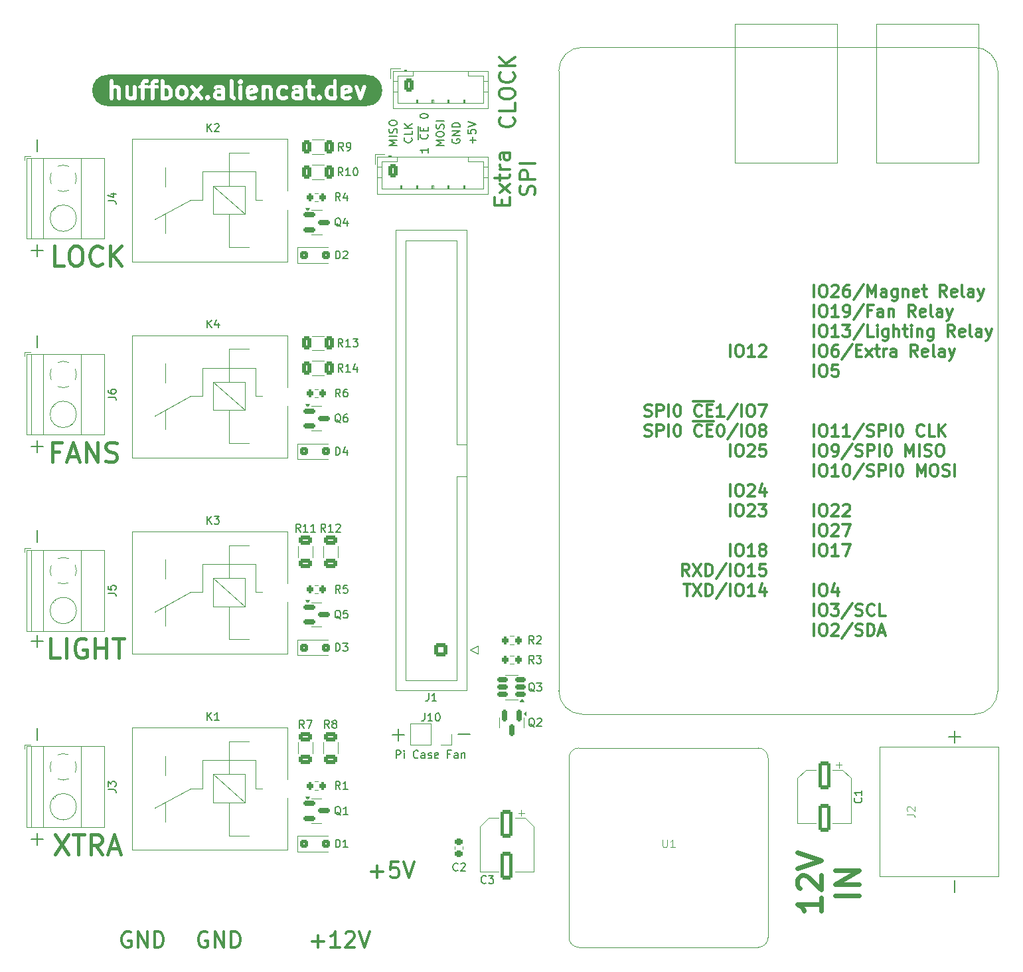
<source format=gbr>
%TF.GenerationSoftware,KiCad,Pcbnew,8.0.1*%
%TF.CreationDate,2024-03-18T01:33:03-07:00*%
%TF.ProjectId,huffboard,68756666-626f-4617-9264-2e6b69636164,rev?*%
%TF.SameCoordinates,Original*%
%TF.FileFunction,Legend,Top*%
%TF.FilePolarity,Positive*%
%FSLAX46Y46*%
G04 Gerber Fmt 4.6, Leading zero omitted, Abs format (unit mm)*
G04 Created by KiCad (PCBNEW 8.0.1) date 2024-03-18 01:33:03*
%MOMM*%
%LPD*%
G01*
G04 APERTURE LIST*
G04 Aperture macros list*
%AMRoundRect*
0 Rectangle with rounded corners*
0 $1 Rounding radius*
0 $2 $3 $4 $5 $6 $7 $8 $9 X,Y pos of 4 corners*
0 Add a 4 corners polygon primitive as box body*
4,1,4,$2,$3,$4,$5,$6,$7,$8,$9,$2,$3,0*
0 Add four circle primitives for the rounded corners*
1,1,$1+$1,$2,$3*
1,1,$1+$1,$4,$5*
1,1,$1+$1,$6,$7*
1,1,$1+$1,$8,$9*
0 Add four rect primitives between the rounded corners*
20,1,$1+$1,$2,$3,$4,$5,0*
20,1,$1+$1,$4,$5,$6,$7,0*
20,1,$1+$1,$6,$7,$8,$9,0*
20,1,$1+$1,$8,$9,$2,$3,0*%
G04 Aperture macros list end*
%ADD10C,0.100000*%
%ADD11C,0.000000*%
%ADD12C,0.200000*%
%ADD13C,0.304800*%
%ADD14C,0.375000*%
%ADD15C,0.450000*%
%ADD16C,0.600000*%
%ADD17C,0.500000*%
%ADD18C,0.150000*%
%ADD19C,0.120000*%
%ADD20C,3.000000*%
%ADD21C,2.500000*%
%ADD22C,6.200000*%
%ADD23RoundRect,0.250000X-0.350000X-0.625000X0.350000X-0.625000X0.350000X0.625000X-0.350000X0.625000X0*%
%ADD24O,1.200000X1.750000*%
%ADD25R,2.600000X2.600000*%
%ADD26C,2.600000*%
%ADD27RoundRect,0.150000X0.512500X0.150000X-0.512500X0.150000X-0.512500X-0.150000X0.512500X-0.150000X0*%
%ADD28C,3.200000*%
%ADD29RoundRect,0.250000X-0.625000X0.312500X-0.625000X-0.312500X0.625000X-0.312500X0.625000X0.312500X0*%
%ADD30C,1.700000*%
%ADD31RoundRect,0.250000X-0.550000X1.500000X-0.550000X-1.500000X0.550000X-1.500000X0.550000X1.500000X0*%
%ADD32RoundRect,0.250000X-0.300000X-0.300000X0.300000X-0.300000X0.300000X0.300000X-0.300000X0.300000X0*%
%ADD33RoundRect,0.250000X0.600000X0.600000X-0.600000X0.600000X-0.600000X-0.600000X0.600000X-0.600000X0*%
%ADD34RoundRect,0.200000X0.200000X0.275000X-0.200000X0.275000X-0.200000X-0.275000X0.200000X-0.275000X0*%
%ADD35RoundRect,0.250000X0.625000X-0.312500X0.625000X0.312500X-0.625000X0.312500X-0.625000X-0.312500X0*%
%ADD36RoundRect,0.200000X-0.200000X-0.275000X0.200000X-0.275000X0.200000X0.275000X-0.200000X0.275000X0*%
%ADD37RoundRect,0.150000X-0.587500X-0.150000X0.587500X-0.150000X0.587500X0.150000X-0.587500X0.150000X0*%
%ADD38C,0.800000*%
%ADD39C,6.400000*%
%ADD40RoundRect,0.250000X-0.312500X-0.625000X0.312500X-0.625000X0.312500X0.625000X-0.312500X0.625000X0*%
%ADD41RoundRect,0.250000X0.312500X0.625000X-0.312500X0.625000X-0.312500X-0.625000X0.312500X-0.625000X0*%
%ADD42RoundRect,0.150000X-0.150000X0.587500X-0.150000X-0.587500X0.150000X-0.587500X0.150000X0.587500X0*%
%ADD43C,2.270000*%
%ADD44RoundRect,0.225000X-0.250000X0.225000X-0.250000X-0.225000X0.250000X-0.225000X0.250000X0.225000X0*%
%ADD45R,1.700000X1.700000*%
%ADD46O,1.700000X1.700000*%
G04 APERTURE END LIST*
D10*
X245000000Y-31200000D02*
X245000000Y-13500000D01*
X191500000Y-19500000D02*
G75*
G02*
X194500000Y-16500000I3000000J0D01*
G01*
X245000000Y-13500000D02*
X232000000Y-13500000D01*
X232000000Y-31200000D02*
X245000000Y-31200000D01*
X244500000Y-101500000D02*
X194500000Y-101500000D01*
X232000000Y-13500000D02*
X232000000Y-31200000D01*
X227000000Y-31200000D02*
X227000000Y-13500000D01*
X194500000Y-101500000D02*
G75*
G02*
X191500000Y-98500000I0J3000000D01*
G01*
G36*
X134000000Y-23500000D02*
G01*
X167000000Y-23500000D01*
X167000000Y-24000000D01*
X134000000Y-24000000D01*
X134000000Y-23500000D01*
G37*
X194500000Y-16500001D02*
X244500000Y-16500001D01*
G36*
X134000000Y-20000000D02*
G01*
X167000000Y-20000000D01*
X167000000Y-20500000D01*
X134000000Y-20500000D01*
X134000000Y-20000000D01*
G37*
D11*
G36*
X167000000Y-20000000D02*
G01*
X167000000Y-20000000D01*
G75*
G02*
X167000000Y-24000000I0J-2000000D01*
G01*
X167000000Y-20000000D01*
G37*
D10*
X214000000Y-13500000D02*
X214000000Y-31200000D01*
X227000000Y-13500000D02*
X214000000Y-13500000D01*
X214000000Y-31200000D02*
X227000000Y-31200000D01*
X191500000Y-98500000D02*
X191500000Y-19500000D01*
X244500000Y-16500001D02*
G75*
G02*
X247499999Y-19500000I0J-2999999D01*
G01*
X247500000Y-98500000D02*
G75*
G02*
X244500000Y-101500000I-3000000J0D01*
G01*
X247499999Y-19500000D02*
X247500000Y-98500000D01*
D11*
G36*
X134000000Y-24000000D02*
G01*
X134000000Y-24000000D01*
G75*
G02*
X134000000Y-20000000I0J2000000D01*
G01*
X134000000Y-24000000D01*
G37*
D12*
X124952933Y-68161904D02*
X124952933Y-66638095D01*
X125714838Y-67399999D02*
X124191028Y-67399999D01*
D13*
X208152045Y-83874181D02*
X207644045Y-83148467D01*
X207281188Y-83874181D02*
X207281188Y-82350181D01*
X207281188Y-82350181D02*
X207861759Y-82350181D01*
X207861759Y-82350181D02*
X208006902Y-82422752D01*
X208006902Y-82422752D02*
X208079473Y-82495324D01*
X208079473Y-82495324D02*
X208152045Y-82640467D01*
X208152045Y-82640467D02*
X208152045Y-82858181D01*
X208152045Y-82858181D02*
X208079473Y-83003324D01*
X208079473Y-83003324D02*
X208006902Y-83075895D01*
X208006902Y-83075895D02*
X207861759Y-83148467D01*
X207861759Y-83148467D02*
X207281188Y-83148467D01*
X208660045Y-82350181D02*
X209676045Y-83874181D01*
X209676045Y-82350181D02*
X208660045Y-83874181D01*
X210256617Y-83874181D02*
X210256617Y-82350181D01*
X210256617Y-82350181D02*
X210619474Y-82350181D01*
X210619474Y-82350181D02*
X210837188Y-82422752D01*
X210837188Y-82422752D02*
X210982331Y-82567895D01*
X210982331Y-82567895D02*
X211054902Y-82713038D01*
X211054902Y-82713038D02*
X211127474Y-83003324D01*
X211127474Y-83003324D02*
X211127474Y-83221038D01*
X211127474Y-83221038D02*
X211054902Y-83511324D01*
X211054902Y-83511324D02*
X210982331Y-83656467D01*
X210982331Y-83656467D02*
X210837188Y-83801610D01*
X210837188Y-83801610D02*
X210619474Y-83874181D01*
X210619474Y-83874181D02*
X210256617Y-83874181D01*
X212869188Y-82277610D02*
X211562902Y-84237038D01*
X213377188Y-83874181D02*
X213377188Y-82350181D01*
X214393187Y-82350181D02*
X214683473Y-82350181D01*
X214683473Y-82350181D02*
X214828616Y-82422752D01*
X214828616Y-82422752D02*
X214973759Y-82567895D01*
X214973759Y-82567895D02*
X215046330Y-82858181D01*
X215046330Y-82858181D02*
X215046330Y-83366181D01*
X215046330Y-83366181D02*
X214973759Y-83656467D01*
X214973759Y-83656467D02*
X214828616Y-83801610D01*
X214828616Y-83801610D02*
X214683473Y-83874181D01*
X214683473Y-83874181D02*
X214393187Y-83874181D01*
X214393187Y-83874181D02*
X214248045Y-83801610D01*
X214248045Y-83801610D02*
X214102902Y-83656467D01*
X214102902Y-83656467D02*
X214030330Y-83366181D01*
X214030330Y-83366181D02*
X214030330Y-82858181D01*
X214030330Y-82858181D02*
X214102902Y-82567895D01*
X214102902Y-82567895D02*
X214248045Y-82422752D01*
X214248045Y-82422752D02*
X214393187Y-82350181D01*
X216497758Y-83874181D02*
X215626901Y-83874181D01*
X216062330Y-83874181D02*
X216062330Y-82350181D01*
X216062330Y-82350181D02*
X215917187Y-82567895D01*
X215917187Y-82567895D02*
X215772044Y-82713038D01*
X215772044Y-82713038D02*
X215626901Y-82785610D01*
X217876616Y-82350181D02*
X217150902Y-82350181D01*
X217150902Y-82350181D02*
X217078330Y-83075895D01*
X217078330Y-83075895D02*
X217150902Y-83003324D01*
X217150902Y-83003324D02*
X217296045Y-82930752D01*
X217296045Y-82930752D02*
X217658902Y-82930752D01*
X217658902Y-82930752D02*
X217804045Y-83003324D01*
X217804045Y-83003324D02*
X217876616Y-83075895D01*
X217876616Y-83075895D02*
X217949187Y-83221038D01*
X217949187Y-83221038D02*
X217949187Y-83583895D01*
X217949187Y-83583895D02*
X217876616Y-83729038D01*
X217876616Y-83729038D02*
X217804045Y-83801610D01*
X217804045Y-83801610D02*
X217658902Y-83874181D01*
X217658902Y-83874181D02*
X217296045Y-83874181D01*
X217296045Y-83874181D02*
X217150902Y-83801610D01*
X217150902Y-83801610D02*
X217078330Y-83729038D01*
X213377188Y-76254181D02*
X213377188Y-74730181D01*
X214393187Y-74730181D02*
X214683473Y-74730181D01*
X214683473Y-74730181D02*
X214828616Y-74802752D01*
X214828616Y-74802752D02*
X214973759Y-74947895D01*
X214973759Y-74947895D02*
X215046330Y-75238181D01*
X215046330Y-75238181D02*
X215046330Y-75746181D01*
X215046330Y-75746181D02*
X214973759Y-76036467D01*
X214973759Y-76036467D02*
X214828616Y-76181610D01*
X214828616Y-76181610D02*
X214683473Y-76254181D01*
X214683473Y-76254181D02*
X214393187Y-76254181D01*
X214393187Y-76254181D02*
X214248045Y-76181610D01*
X214248045Y-76181610D02*
X214102902Y-76036467D01*
X214102902Y-76036467D02*
X214030330Y-75746181D01*
X214030330Y-75746181D02*
X214030330Y-75238181D01*
X214030330Y-75238181D02*
X214102902Y-74947895D01*
X214102902Y-74947895D02*
X214248045Y-74802752D01*
X214248045Y-74802752D02*
X214393187Y-74730181D01*
X215626901Y-74875324D02*
X215699473Y-74802752D01*
X215699473Y-74802752D02*
X215844616Y-74730181D01*
X215844616Y-74730181D02*
X216207473Y-74730181D01*
X216207473Y-74730181D02*
X216352616Y-74802752D01*
X216352616Y-74802752D02*
X216425187Y-74875324D01*
X216425187Y-74875324D02*
X216497758Y-75020467D01*
X216497758Y-75020467D02*
X216497758Y-75165610D01*
X216497758Y-75165610D02*
X216425187Y-75383324D01*
X216425187Y-75383324D02*
X215554330Y-76254181D01*
X215554330Y-76254181D02*
X216497758Y-76254181D01*
X217005759Y-74730181D02*
X217949187Y-74730181D01*
X217949187Y-74730181D02*
X217441187Y-75310752D01*
X217441187Y-75310752D02*
X217658902Y-75310752D01*
X217658902Y-75310752D02*
X217804045Y-75383324D01*
X217804045Y-75383324D02*
X217876616Y-75455895D01*
X217876616Y-75455895D02*
X217949187Y-75601038D01*
X217949187Y-75601038D02*
X217949187Y-75963895D01*
X217949187Y-75963895D02*
X217876616Y-76109038D01*
X217876616Y-76109038D02*
X217804045Y-76181610D01*
X217804045Y-76181610D02*
X217658902Y-76254181D01*
X217658902Y-76254181D02*
X217223473Y-76254181D01*
X217223473Y-76254181D02*
X217078330Y-76181610D01*
X217078330Y-76181610D02*
X217005759Y-76109038D01*
D12*
X124952933Y-92961904D02*
X124952933Y-91438095D01*
X125714838Y-92199999D02*
X124191028Y-92199999D01*
D13*
X224083383Y-88954181D02*
X224083383Y-87430181D01*
X225099382Y-87430181D02*
X225389668Y-87430181D01*
X225389668Y-87430181D02*
X225534811Y-87502752D01*
X225534811Y-87502752D02*
X225679954Y-87647895D01*
X225679954Y-87647895D02*
X225752525Y-87938181D01*
X225752525Y-87938181D02*
X225752525Y-88446181D01*
X225752525Y-88446181D02*
X225679954Y-88736467D01*
X225679954Y-88736467D02*
X225534811Y-88881610D01*
X225534811Y-88881610D02*
X225389668Y-88954181D01*
X225389668Y-88954181D02*
X225099382Y-88954181D01*
X225099382Y-88954181D02*
X224954240Y-88881610D01*
X224954240Y-88881610D02*
X224809097Y-88736467D01*
X224809097Y-88736467D02*
X224736525Y-88446181D01*
X224736525Y-88446181D02*
X224736525Y-87938181D01*
X224736525Y-87938181D02*
X224809097Y-87647895D01*
X224809097Y-87647895D02*
X224954240Y-87502752D01*
X224954240Y-87502752D02*
X225099382Y-87430181D01*
X226260525Y-87430181D02*
X227203953Y-87430181D01*
X227203953Y-87430181D02*
X226695953Y-88010752D01*
X226695953Y-88010752D02*
X226913668Y-88010752D01*
X226913668Y-88010752D02*
X227058811Y-88083324D01*
X227058811Y-88083324D02*
X227131382Y-88155895D01*
X227131382Y-88155895D02*
X227203953Y-88301038D01*
X227203953Y-88301038D02*
X227203953Y-88663895D01*
X227203953Y-88663895D02*
X227131382Y-88809038D01*
X227131382Y-88809038D02*
X227058811Y-88881610D01*
X227058811Y-88881610D02*
X226913668Y-88954181D01*
X226913668Y-88954181D02*
X226478239Y-88954181D01*
X226478239Y-88954181D02*
X226333096Y-88881610D01*
X226333096Y-88881610D02*
X226260525Y-88809038D01*
X228945668Y-87357610D02*
X227639382Y-89317038D01*
X229381096Y-88881610D02*
X229598811Y-88954181D01*
X229598811Y-88954181D02*
X229961668Y-88954181D01*
X229961668Y-88954181D02*
X230106811Y-88881610D01*
X230106811Y-88881610D02*
X230179382Y-88809038D01*
X230179382Y-88809038D02*
X230251953Y-88663895D01*
X230251953Y-88663895D02*
X230251953Y-88518752D01*
X230251953Y-88518752D02*
X230179382Y-88373610D01*
X230179382Y-88373610D02*
X230106811Y-88301038D01*
X230106811Y-88301038D02*
X229961668Y-88228467D01*
X229961668Y-88228467D02*
X229671382Y-88155895D01*
X229671382Y-88155895D02*
X229526239Y-88083324D01*
X229526239Y-88083324D02*
X229453668Y-88010752D01*
X229453668Y-88010752D02*
X229381096Y-87865610D01*
X229381096Y-87865610D02*
X229381096Y-87720467D01*
X229381096Y-87720467D02*
X229453668Y-87575324D01*
X229453668Y-87575324D02*
X229526239Y-87502752D01*
X229526239Y-87502752D02*
X229671382Y-87430181D01*
X229671382Y-87430181D02*
X230034239Y-87430181D01*
X230034239Y-87430181D02*
X230251953Y-87502752D01*
X231775954Y-88809038D02*
X231703382Y-88881610D01*
X231703382Y-88881610D02*
X231485668Y-88954181D01*
X231485668Y-88954181D02*
X231340525Y-88954181D01*
X231340525Y-88954181D02*
X231122811Y-88881610D01*
X231122811Y-88881610D02*
X230977668Y-88736467D01*
X230977668Y-88736467D02*
X230905097Y-88591324D01*
X230905097Y-88591324D02*
X230832525Y-88301038D01*
X230832525Y-88301038D02*
X230832525Y-88083324D01*
X230832525Y-88083324D02*
X230905097Y-87793038D01*
X230905097Y-87793038D02*
X230977668Y-87647895D01*
X230977668Y-87647895D02*
X231122811Y-87502752D01*
X231122811Y-87502752D02*
X231340525Y-87430181D01*
X231340525Y-87430181D02*
X231485668Y-87430181D01*
X231485668Y-87430181D02*
X231703382Y-87502752D01*
X231703382Y-87502752D02*
X231775954Y-87575324D01*
X233154811Y-88954181D02*
X232429097Y-88954181D01*
X232429097Y-88954181D02*
X232429097Y-87430181D01*
X224083383Y-91494181D02*
X224083383Y-89970181D01*
X225099382Y-89970181D02*
X225389668Y-89970181D01*
X225389668Y-89970181D02*
X225534811Y-90042752D01*
X225534811Y-90042752D02*
X225679954Y-90187895D01*
X225679954Y-90187895D02*
X225752525Y-90478181D01*
X225752525Y-90478181D02*
X225752525Y-90986181D01*
X225752525Y-90986181D02*
X225679954Y-91276467D01*
X225679954Y-91276467D02*
X225534811Y-91421610D01*
X225534811Y-91421610D02*
X225389668Y-91494181D01*
X225389668Y-91494181D02*
X225099382Y-91494181D01*
X225099382Y-91494181D02*
X224954240Y-91421610D01*
X224954240Y-91421610D02*
X224809097Y-91276467D01*
X224809097Y-91276467D02*
X224736525Y-90986181D01*
X224736525Y-90986181D02*
X224736525Y-90478181D01*
X224736525Y-90478181D02*
X224809097Y-90187895D01*
X224809097Y-90187895D02*
X224954240Y-90042752D01*
X224954240Y-90042752D02*
X225099382Y-89970181D01*
X226333096Y-90115324D02*
X226405668Y-90042752D01*
X226405668Y-90042752D02*
X226550811Y-89970181D01*
X226550811Y-89970181D02*
X226913668Y-89970181D01*
X226913668Y-89970181D02*
X227058811Y-90042752D01*
X227058811Y-90042752D02*
X227131382Y-90115324D01*
X227131382Y-90115324D02*
X227203953Y-90260467D01*
X227203953Y-90260467D02*
X227203953Y-90405610D01*
X227203953Y-90405610D02*
X227131382Y-90623324D01*
X227131382Y-90623324D02*
X226260525Y-91494181D01*
X226260525Y-91494181D02*
X227203953Y-91494181D01*
X228945668Y-89897610D02*
X227639382Y-91857038D01*
X229381096Y-91421610D02*
X229598811Y-91494181D01*
X229598811Y-91494181D02*
X229961668Y-91494181D01*
X229961668Y-91494181D02*
X230106811Y-91421610D01*
X230106811Y-91421610D02*
X230179382Y-91349038D01*
X230179382Y-91349038D02*
X230251953Y-91203895D01*
X230251953Y-91203895D02*
X230251953Y-91058752D01*
X230251953Y-91058752D02*
X230179382Y-90913610D01*
X230179382Y-90913610D02*
X230106811Y-90841038D01*
X230106811Y-90841038D02*
X229961668Y-90768467D01*
X229961668Y-90768467D02*
X229671382Y-90695895D01*
X229671382Y-90695895D02*
X229526239Y-90623324D01*
X229526239Y-90623324D02*
X229453668Y-90550752D01*
X229453668Y-90550752D02*
X229381096Y-90405610D01*
X229381096Y-90405610D02*
X229381096Y-90260467D01*
X229381096Y-90260467D02*
X229453668Y-90115324D01*
X229453668Y-90115324D02*
X229526239Y-90042752D01*
X229526239Y-90042752D02*
X229671382Y-89970181D01*
X229671382Y-89970181D02*
X230034239Y-89970181D01*
X230034239Y-89970181D02*
X230251953Y-90042752D01*
X230905097Y-91494181D02*
X230905097Y-89970181D01*
X230905097Y-89970181D02*
X231267954Y-89970181D01*
X231267954Y-89970181D02*
X231485668Y-90042752D01*
X231485668Y-90042752D02*
X231630811Y-90187895D01*
X231630811Y-90187895D02*
X231703382Y-90333038D01*
X231703382Y-90333038D02*
X231775954Y-90623324D01*
X231775954Y-90623324D02*
X231775954Y-90841038D01*
X231775954Y-90841038D02*
X231703382Y-91131324D01*
X231703382Y-91131324D02*
X231630811Y-91276467D01*
X231630811Y-91276467D02*
X231485668Y-91421610D01*
X231485668Y-91421610D02*
X231267954Y-91494181D01*
X231267954Y-91494181D02*
X230905097Y-91494181D01*
X232356525Y-91058752D02*
X233082240Y-91058752D01*
X232211382Y-91494181D02*
X232719382Y-89970181D01*
X232719382Y-89970181D02*
X233227382Y-91494181D01*
D14*
X184248175Y-36607333D02*
X184248175Y-35940666D01*
X185295794Y-35654952D02*
X185295794Y-36607333D01*
X185295794Y-36607333D02*
X183295794Y-36607333D01*
X183295794Y-36607333D02*
X183295794Y-35654952D01*
X185295794Y-34988285D02*
X183962460Y-33940666D01*
X183962460Y-34988285D02*
X185295794Y-33940666D01*
X183962460Y-33464475D02*
X183962460Y-32702571D01*
X183295794Y-33178761D02*
X185010079Y-33178761D01*
X185010079Y-33178761D02*
X185200556Y-33083523D01*
X185200556Y-33083523D02*
X185295794Y-32893047D01*
X185295794Y-32893047D02*
X185295794Y-32702571D01*
X185295794Y-32035904D02*
X183962460Y-32035904D01*
X184343413Y-32035904D02*
X184152936Y-31940666D01*
X184152936Y-31940666D02*
X184057698Y-31845428D01*
X184057698Y-31845428D02*
X183962460Y-31654952D01*
X183962460Y-31654952D02*
X183962460Y-31464475D01*
X185295794Y-29940666D02*
X184248175Y-29940666D01*
X184248175Y-29940666D02*
X184057698Y-30035904D01*
X184057698Y-30035904D02*
X183962460Y-30226380D01*
X183962460Y-30226380D02*
X183962460Y-30607333D01*
X183962460Y-30607333D02*
X184057698Y-30797809D01*
X185200556Y-29940666D02*
X185295794Y-30131142D01*
X185295794Y-30131142D02*
X185295794Y-30607333D01*
X185295794Y-30607333D02*
X185200556Y-30797809D01*
X185200556Y-30797809D02*
X185010079Y-30893047D01*
X185010079Y-30893047D02*
X184819603Y-30893047D01*
X184819603Y-30893047D02*
X184629127Y-30797809D01*
X184629127Y-30797809D02*
X184533889Y-30607333D01*
X184533889Y-30607333D02*
X184533889Y-30131142D01*
X184533889Y-30131142D02*
X184438651Y-29940666D01*
X188420444Y-35321618D02*
X188515682Y-35035904D01*
X188515682Y-35035904D02*
X188515682Y-34559713D01*
X188515682Y-34559713D02*
X188420444Y-34369237D01*
X188420444Y-34369237D02*
X188325205Y-34273999D01*
X188325205Y-34273999D02*
X188134729Y-34178761D01*
X188134729Y-34178761D02*
X187944253Y-34178761D01*
X187944253Y-34178761D02*
X187753777Y-34273999D01*
X187753777Y-34273999D02*
X187658539Y-34369237D01*
X187658539Y-34369237D02*
X187563301Y-34559713D01*
X187563301Y-34559713D02*
X187468063Y-34940666D01*
X187468063Y-34940666D02*
X187372824Y-35131142D01*
X187372824Y-35131142D02*
X187277586Y-35226380D01*
X187277586Y-35226380D02*
X187087110Y-35321618D01*
X187087110Y-35321618D02*
X186896634Y-35321618D01*
X186896634Y-35321618D02*
X186706158Y-35226380D01*
X186706158Y-35226380D02*
X186610920Y-35131142D01*
X186610920Y-35131142D02*
X186515682Y-34940666D01*
X186515682Y-34940666D02*
X186515682Y-34464475D01*
X186515682Y-34464475D02*
X186610920Y-34178761D01*
X188515682Y-33321618D02*
X186515682Y-33321618D01*
X186515682Y-33321618D02*
X186515682Y-32559713D01*
X186515682Y-32559713D02*
X186610920Y-32369237D01*
X186610920Y-32369237D02*
X186706158Y-32273999D01*
X186706158Y-32273999D02*
X186896634Y-32178761D01*
X186896634Y-32178761D02*
X187182348Y-32178761D01*
X187182348Y-32178761D02*
X187372824Y-32273999D01*
X187372824Y-32273999D02*
X187468063Y-32369237D01*
X187468063Y-32369237D02*
X187563301Y-32559713D01*
X187563301Y-32559713D02*
X187563301Y-33321618D01*
X188515682Y-31321618D02*
X186515682Y-31321618D01*
D13*
X202491473Y-63481610D02*
X202709188Y-63554181D01*
X202709188Y-63554181D02*
X203072045Y-63554181D01*
X203072045Y-63554181D02*
X203217188Y-63481610D01*
X203217188Y-63481610D02*
X203289759Y-63409038D01*
X203289759Y-63409038D02*
X203362330Y-63263895D01*
X203362330Y-63263895D02*
X203362330Y-63118752D01*
X203362330Y-63118752D02*
X203289759Y-62973610D01*
X203289759Y-62973610D02*
X203217188Y-62901038D01*
X203217188Y-62901038D02*
X203072045Y-62828467D01*
X203072045Y-62828467D02*
X202781759Y-62755895D01*
X202781759Y-62755895D02*
X202636616Y-62683324D01*
X202636616Y-62683324D02*
X202564045Y-62610752D01*
X202564045Y-62610752D02*
X202491473Y-62465610D01*
X202491473Y-62465610D02*
X202491473Y-62320467D01*
X202491473Y-62320467D02*
X202564045Y-62175324D01*
X202564045Y-62175324D02*
X202636616Y-62102752D01*
X202636616Y-62102752D02*
X202781759Y-62030181D01*
X202781759Y-62030181D02*
X203144616Y-62030181D01*
X203144616Y-62030181D02*
X203362330Y-62102752D01*
X204015474Y-63554181D02*
X204015474Y-62030181D01*
X204015474Y-62030181D02*
X204596045Y-62030181D01*
X204596045Y-62030181D02*
X204741188Y-62102752D01*
X204741188Y-62102752D02*
X204813759Y-62175324D01*
X204813759Y-62175324D02*
X204886331Y-62320467D01*
X204886331Y-62320467D02*
X204886331Y-62538181D01*
X204886331Y-62538181D02*
X204813759Y-62683324D01*
X204813759Y-62683324D02*
X204741188Y-62755895D01*
X204741188Y-62755895D02*
X204596045Y-62828467D01*
X204596045Y-62828467D02*
X204015474Y-62828467D01*
X205539474Y-63554181D02*
X205539474Y-62030181D01*
X206555473Y-62030181D02*
X206700616Y-62030181D01*
X206700616Y-62030181D02*
X206845759Y-62102752D01*
X206845759Y-62102752D02*
X206918331Y-62175324D01*
X206918331Y-62175324D02*
X206990902Y-62320467D01*
X206990902Y-62320467D02*
X207063473Y-62610752D01*
X207063473Y-62610752D02*
X207063473Y-62973610D01*
X207063473Y-62973610D02*
X206990902Y-63263895D01*
X206990902Y-63263895D02*
X206918331Y-63409038D01*
X206918331Y-63409038D02*
X206845759Y-63481610D01*
X206845759Y-63481610D02*
X206700616Y-63554181D01*
X206700616Y-63554181D02*
X206555473Y-63554181D01*
X206555473Y-63554181D02*
X206410331Y-63481610D01*
X206410331Y-63481610D02*
X206337759Y-63409038D01*
X206337759Y-63409038D02*
X206265188Y-63263895D01*
X206265188Y-63263895D02*
X206192616Y-62973610D01*
X206192616Y-62973610D02*
X206192616Y-62610752D01*
X206192616Y-62610752D02*
X206265188Y-62320467D01*
X206265188Y-62320467D02*
X206337759Y-62175324D01*
X206337759Y-62175324D02*
X206410331Y-62102752D01*
X206410331Y-62102752D02*
X206555473Y-62030181D01*
X209748617Y-63409038D02*
X209676045Y-63481610D01*
X209676045Y-63481610D02*
X209458331Y-63554181D01*
X209458331Y-63554181D02*
X209313188Y-63554181D01*
X209313188Y-63554181D02*
X209095474Y-63481610D01*
X209095474Y-63481610D02*
X208950331Y-63336467D01*
X208950331Y-63336467D02*
X208877760Y-63191324D01*
X208877760Y-63191324D02*
X208805188Y-62901038D01*
X208805188Y-62901038D02*
X208805188Y-62683324D01*
X208805188Y-62683324D02*
X208877760Y-62393038D01*
X208877760Y-62393038D02*
X208950331Y-62247895D01*
X208950331Y-62247895D02*
X209095474Y-62102752D01*
X209095474Y-62102752D02*
X209313188Y-62030181D01*
X209313188Y-62030181D02*
X209458331Y-62030181D01*
X209458331Y-62030181D02*
X209676045Y-62102752D01*
X209676045Y-62102752D02*
X209748617Y-62175324D01*
X210401760Y-62755895D02*
X210909760Y-62755895D01*
X211127474Y-63554181D02*
X210401760Y-63554181D01*
X210401760Y-63554181D02*
X210401760Y-62030181D01*
X210401760Y-62030181D02*
X211127474Y-62030181D01*
X208667303Y-61607090D02*
X211265360Y-61607090D01*
X212578902Y-63554181D02*
X211708045Y-63554181D01*
X212143474Y-63554181D02*
X212143474Y-62030181D01*
X212143474Y-62030181D02*
X211998331Y-62247895D01*
X211998331Y-62247895D02*
X211853188Y-62393038D01*
X211853188Y-62393038D02*
X211708045Y-62465610D01*
X214320617Y-61957610D02*
X213014331Y-63917038D01*
X214828617Y-63554181D02*
X214828617Y-62030181D01*
X215844616Y-62030181D02*
X216134902Y-62030181D01*
X216134902Y-62030181D02*
X216280045Y-62102752D01*
X216280045Y-62102752D02*
X216425188Y-62247895D01*
X216425188Y-62247895D02*
X216497759Y-62538181D01*
X216497759Y-62538181D02*
X216497759Y-63046181D01*
X216497759Y-63046181D02*
X216425188Y-63336467D01*
X216425188Y-63336467D02*
X216280045Y-63481610D01*
X216280045Y-63481610D02*
X216134902Y-63554181D01*
X216134902Y-63554181D02*
X215844616Y-63554181D01*
X215844616Y-63554181D02*
X215699474Y-63481610D01*
X215699474Y-63481610D02*
X215554331Y-63336467D01*
X215554331Y-63336467D02*
X215481759Y-63046181D01*
X215481759Y-63046181D02*
X215481759Y-62538181D01*
X215481759Y-62538181D02*
X215554331Y-62247895D01*
X215554331Y-62247895D02*
X215699474Y-62102752D01*
X215699474Y-62102752D02*
X215844616Y-62030181D01*
X217005759Y-62030181D02*
X218021759Y-62030181D01*
X218021759Y-62030181D02*
X217368616Y-63554181D01*
D12*
X241985266Y-122682095D02*
X241985266Y-124205905D01*
X174823219Y-29336762D02*
X174823219Y-29908190D01*
X174823219Y-29622476D02*
X173823219Y-29622476D01*
X173823219Y-29622476D02*
X173966076Y-29717714D01*
X173966076Y-29717714D02*
X174061314Y-29812952D01*
X174061314Y-29812952D02*
X174108933Y-29908190D01*
X174727980Y-27574857D02*
X174775600Y-27622476D01*
X174775600Y-27622476D02*
X174823219Y-27765333D01*
X174823219Y-27765333D02*
X174823219Y-27860571D01*
X174823219Y-27860571D02*
X174775600Y-28003428D01*
X174775600Y-28003428D02*
X174680361Y-28098666D01*
X174680361Y-28098666D02*
X174585123Y-28146285D01*
X174585123Y-28146285D02*
X174394647Y-28193904D01*
X174394647Y-28193904D02*
X174251790Y-28193904D01*
X174251790Y-28193904D02*
X174061314Y-28146285D01*
X174061314Y-28146285D02*
X173966076Y-28098666D01*
X173966076Y-28098666D02*
X173870838Y-28003428D01*
X173870838Y-28003428D02*
X173823219Y-27860571D01*
X173823219Y-27860571D02*
X173823219Y-27765333D01*
X173823219Y-27765333D02*
X173870838Y-27622476D01*
X173870838Y-27622476D02*
X173918457Y-27574857D01*
X174299409Y-27146285D02*
X174299409Y-26812952D01*
X174823219Y-26670095D02*
X174823219Y-27146285D01*
X174823219Y-27146285D02*
X173823219Y-27146285D01*
X173823219Y-27146285D02*
X173823219Y-26670095D01*
X173545600Y-28284381D02*
X173545600Y-26579619D01*
X173823219Y-25289142D02*
X173823219Y-25193904D01*
X173823219Y-25193904D02*
X173870838Y-25098666D01*
X173870838Y-25098666D02*
X173918457Y-25051047D01*
X173918457Y-25051047D02*
X174013695Y-25003428D01*
X174013695Y-25003428D02*
X174204171Y-24955809D01*
X174204171Y-24955809D02*
X174442266Y-24955809D01*
X174442266Y-24955809D02*
X174632742Y-25003428D01*
X174632742Y-25003428D02*
X174727980Y-25051047D01*
X174727980Y-25051047D02*
X174775600Y-25098666D01*
X174775600Y-25098666D02*
X174823219Y-25193904D01*
X174823219Y-25193904D02*
X174823219Y-25289142D01*
X174823219Y-25289142D02*
X174775600Y-25384380D01*
X174775600Y-25384380D02*
X174727980Y-25431999D01*
X174727980Y-25431999D02*
X174632742Y-25479618D01*
X174632742Y-25479618D02*
X174442266Y-25527237D01*
X174442266Y-25527237D02*
X174204171Y-25527237D01*
X174204171Y-25527237D02*
X174013695Y-25479618D01*
X174013695Y-25479618D02*
X173918457Y-25431999D01*
X173918457Y-25431999D02*
X173870838Y-25384380D01*
X173870838Y-25384380D02*
X173823219Y-25289142D01*
X241985266Y-103581295D02*
X241985266Y-105105105D01*
X241223361Y-104343200D02*
X242747171Y-104343200D01*
X178688095Y-104052933D02*
X180211905Y-104052933D01*
D14*
X185715261Y-25438095D02*
X185810500Y-25533333D01*
X185810500Y-25533333D02*
X185905738Y-25819047D01*
X185905738Y-25819047D02*
X185905738Y-26009523D01*
X185905738Y-26009523D02*
X185810500Y-26295238D01*
X185810500Y-26295238D02*
X185620023Y-26485714D01*
X185620023Y-26485714D02*
X185429547Y-26580952D01*
X185429547Y-26580952D02*
X185048595Y-26676190D01*
X185048595Y-26676190D02*
X184762880Y-26676190D01*
X184762880Y-26676190D02*
X184381928Y-26580952D01*
X184381928Y-26580952D02*
X184191452Y-26485714D01*
X184191452Y-26485714D02*
X184000976Y-26295238D01*
X184000976Y-26295238D02*
X183905738Y-26009523D01*
X183905738Y-26009523D02*
X183905738Y-25819047D01*
X183905738Y-25819047D02*
X184000976Y-25533333D01*
X184000976Y-25533333D02*
X184096214Y-25438095D01*
X185905738Y-23628571D02*
X185905738Y-24580952D01*
X185905738Y-24580952D02*
X183905738Y-24580952D01*
X183905738Y-22580952D02*
X183905738Y-22199999D01*
X183905738Y-22199999D02*
X184000976Y-22009523D01*
X184000976Y-22009523D02*
X184191452Y-21819047D01*
X184191452Y-21819047D02*
X184572404Y-21723809D01*
X184572404Y-21723809D02*
X185239071Y-21723809D01*
X185239071Y-21723809D02*
X185620023Y-21819047D01*
X185620023Y-21819047D02*
X185810500Y-22009523D01*
X185810500Y-22009523D02*
X185905738Y-22199999D01*
X185905738Y-22199999D02*
X185905738Y-22580952D01*
X185905738Y-22580952D02*
X185810500Y-22771428D01*
X185810500Y-22771428D02*
X185620023Y-22961904D01*
X185620023Y-22961904D02*
X185239071Y-23057142D01*
X185239071Y-23057142D02*
X184572404Y-23057142D01*
X184572404Y-23057142D02*
X184191452Y-22961904D01*
X184191452Y-22961904D02*
X184000976Y-22771428D01*
X184000976Y-22771428D02*
X183905738Y-22580952D01*
X185715261Y-19723809D02*
X185810500Y-19819047D01*
X185810500Y-19819047D02*
X185905738Y-20104761D01*
X185905738Y-20104761D02*
X185905738Y-20295237D01*
X185905738Y-20295237D02*
X185810500Y-20580952D01*
X185810500Y-20580952D02*
X185620023Y-20771428D01*
X185620023Y-20771428D02*
X185429547Y-20866666D01*
X185429547Y-20866666D02*
X185048595Y-20961904D01*
X185048595Y-20961904D02*
X184762880Y-20961904D01*
X184762880Y-20961904D02*
X184381928Y-20866666D01*
X184381928Y-20866666D02*
X184191452Y-20771428D01*
X184191452Y-20771428D02*
X184000976Y-20580952D01*
X184000976Y-20580952D02*
X183905738Y-20295237D01*
X183905738Y-20295237D02*
X183905738Y-20104761D01*
X183905738Y-20104761D02*
X184000976Y-19819047D01*
X184000976Y-19819047D02*
X184096214Y-19723809D01*
X185905738Y-18866666D02*
X183905738Y-18866666D01*
X185905738Y-17723809D02*
X184762880Y-18580952D01*
X183905738Y-17723809D02*
X185048595Y-18866666D01*
D13*
X207426330Y-84890181D02*
X208297188Y-84890181D01*
X207861759Y-86414181D02*
X207861759Y-84890181D01*
X208660045Y-84890181D02*
X209676045Y-86414181D01*
X209676045Y-84890181D02*
X208660045Y-86414181D01*
X210256617Y-86414181D02*
X210256617Y-84890181D01*
X210256617Y-84890181D02*
X210619474Y-84890181D01*
X210619474Y-84890181D02*
X210837188Y-84962752D01*
X210837188Y-84962752D02*
X210982331Y-85107895D01*
X210982331Y-85107895D02*
X211054902Y-85253038D01*
X211054902Y-85253038D02*
X211127474Y-85543324D01*
X211127474Y-85543324D02*
X211127474Y-85761038D01*
X211127474Y-85761038D02*
X211054902Y-86051324D01*
X211054902Y-86051324D02*
X210982331Y-86196467D01*
X210982331Y-86196467D02*
X210837188Y-86341610D01*
X210837188Y-86341610D02*
X210619474Y-86414181D01*
X210619474Y-86414181D02*
X210256617Y-86414181D01*
X212869188Y-84817610D02*
X211562902Y-86777038D01*
X213377188Y-86414181D02*
X213377188Y-84890181D01*
X214393187Y-84890181D02*
X214683473Y-84890181D01*
X214683473Y-84890181D02*
X214828616Y-84962752D01*
X214828616Y-84962752D02*
X214973759Y-85107895D01*
X214973759Y-85107895D02*
X215046330Y-85398181D01*
X215046330Y-85398181D02*
X215046330Y-85906181D01*
X215046330Y-85906181D02*
X214973759Y-86196467D01*
X214973759Y-86196467D02*
X214828616Y-86341610D01*
X214828616Y-86341610D02*
X214683473Y-86414181D01*
X214683473Y-86414181D02*
X214393187Y-86414181D01*
X214393187Y-86414181D02*
X214248045Y-86341610D01*
X214248045Y-86341610D02*
X214102902Y-86196467D01*
X214102902Y-86196467D02*
X214030330Y-85906181D01*
X214030330Y-85906181D02*
X214030330Y-85398181D01*
X214030330Y-85398181D02*
X214102902Y-85107895D01*
X214102902Y-85107895D02*
X214248045Y-84962752D01*
X214248045Y-84962752D02*
X214393187Y-84890181D01*
X216497758Y-86414181D02*
X215626901Y-86414181D01*
X216062330Y-86414181D02*
X216062330Y-84890181D01*
X216062330Y-84890181D02*
X215917187Y-85107895D01*
X215917187Y-85107895D02*
X215772044Y-85253038D01*
X215772044Y-85253038D02*
X215626901Y-85325610D01*
X217804045Y-85398181D02*
X217804045Y-86414181D01*
X217441187Y-84817610D02*
X217078330Y-85906181D01*
X217078330Y-85906181D02*
X218021759Y-85906181D01*
X224083383Y-55934181D02*
X224083383Y-54410181D01*
X225099382Y-54410181D02*
X225389668Y-54410181D01*
X225389668Y-54410181D02*
X225534811Y-54482752D01*
X225534811Y-54482752D02*
X225679954Y-54627895D01*
X225679954Y-54627895D02*
X225752525Y-54918181D01*
X225752525Y-54918181D02*
X225752525Y-55426181D01*
X225752525Y-55426181D02*
X225679954Y-55716467D01*
X225679954Y-55716467D02*
X225534811Y-55861610D01*
X225534811Y-55861610D02*
X225389668Y-55934181D01*
X225389668Y-55934181D02*
X225099382Y-55934181D01*
X225099382Y-55934181D02*
X224954240Y-55861610D01*
X224954240Y-55861610D02*
X224809097Y-55716467D01*
X224809097Y-55716467D02*
X224736525Y-55426181D01*
X224736525Y-55426181D02*
X224736525Y-54918181D01*
X224736525Y-54918181D02*
X224809097Y-54627895D01*
X224809097Y-54627895D02*
X224954240Y-54482752D01*
X224954240Y-54482752D02*
X225099382Y-54410181D01*
X227058811Y-54410181D02*
X226768525Y-54410181D01*
X226768525Y-54410181D02*
X226623382Y-54482752D01*
X226623382Y-54482752D02*
X226550811Y-54555324D01*
X226550811Y-54555324D02*
X226405668Y-54773038D01*
X226405668Y-54773038D02*
X226333096Y-55063324D01*
X226333096Y-55063324D02*
X226333096Y-55643895D01*
X226333096Y-55643895D02*
X226405668Y-55789038D01*
X226405668Y-55789038D02*
X226478239Y-55861610D01*
X226478239Y-55861610D02*
X226623382Y-55934181D01*
X226623382Y-55934181D02*
X226913668Y-55934181D01*
X226913668Y-55934181D02*
X227058811Y-55861610D01*
X227058811Y-55861610D02*
X227131382Y-55789038D01*
X227131382Y-55789038D02*
X227203953Y-55643895D01*
X227203953Y-55643895D02*
X227203953Y-55281038D01*
X227203953Y-55281038D02*
X227131382Y-55135895D01*
X227131382Y-55135895D02*
X227058811Y-55063324D01*
X227058811Y-55063324D02*
X226913668Y-54990752D01*
X226913668Y-54990752D02*
X226623382Y-54990752D01*
X226623382Y-54990752D02*
X226478239Y-55063324D01*
X226478239Y-55063324D02*
X226405668Y-55135895D01*
X226405668Y-55135895D02*
X226333096Y-55281038D01*
X228945668Y-54337610D02*
X227639382Y-56297038D01*
X229453668Y-55135895D02*
X229961668Y-55135895D01*
X230179382Y-55934181D02*
X229453668Y-55934181D01*
X229453668Y-55934181D02*
X229453668Y-54410181D01*
X229453668Y-54410181D02*
X230179382Y-54410181D01*
X230687382Y-55934181D02*
X231485668Y-54918181D01*
X230687382Y-54918181D02*
X231485668Y-55934181D01*
X231848524Y-54918181D02*
X232429096Y-54918181D01*
X232066239Y-54410181D02*
X232066239Y-55716467D01*
X232066239Y-55716467D02*
X232138810Y-55861610D01*
X232138810Y-55861610D02*
X232283953Y-55934181D01*
X232283953Y-55934181D02*
X232429096Y-55934181D01*
X232937096Y-55934181D02*
X232937096Y-54918181D01*
X232937096Y-55208467D02*
X233009667Y-55063324D01*
X233009667Y-55063324D02*
X233082239Y-54990752D01*
X233082239Y-54990752D02*
X233227381Y-54918181D01*
X233227381Y-54918181D02*
X233372524Y-54918181D01*
X234533668Y-55934181D02*
X234533668Y-55135895D01*
X234533668Y-55135895D02*
X234461096Y-54990752D01*
X234461096Y-54990752D02*
X234315953Y-54918181D01*
X234315953Y-54918181D02*
X234025668Y-54918181D01*
X234025668Y-54918181D02*
X233880525Y-54990752D01*
X234533668Y-55861610D02*
X234388525Y-55934181D01*
X234388525Y-55934181D02*
X234025668Y-55934181D01*
X234025668Y-55934181D02*
X233880525Y-55861610D01*
X233880525Y-55861610D02*
X233807953Y-55716467D01*
X233807953Y-55716467D02*
X233807953Y-55571324D01*
X233807953Y-55571324D02*
X233880525Y-55426181D01*
X233880525Y-55426181D02*
X234025668Y-55353610D01*
X234025668Y-55353610D02*
X234388525Y-55353610D01*
X234388525Y-55353610D02*
X234533668Y-55281038D01*
X237291382Y-55934181D02*
X236783382Y-55208467D01*
X236420525Y-55934181D02*
X236420525Y-54410181D01*
X236420525Y-54410181D02*
X237001096Y-54410181D01*
X237001096Y-54410181D02*
X237146239Y-54482752D01*
X237146239Y-54482752D02*
X237218810Y-54555324D01*
X237218810Y-54555324D02*
X237291382Y-54700467D01*
X237291382Y-54700467D02*
X237291382Y-54918181D01*
X237291382Y-54918181D02*
X237218810Y-55063324D01*
X237218810Y-55063324D02*
X237146239Y-55135895D01*
X237146239Y-55135895D02*
X237001096Y-55208467D01*
X237001096Y-55208467D02*
X236420525Y-55208467D01*
X238525096Y-55861610D02*
X238379953Y-55934181D01*
X238379953Y-55934181D02*
X238089668Y-55934181D01*
X238089668Y-55934181D02*
X237944525Y-55861610D01*
X237944525Y-55861610D02*
X237871953Y-55716467D01*
X237871953Y-55716467D02*
X237871953Y-55135895D01*
X237871953Y-55135895D02*
X237944525Y-54990752D01*
X237944525Y-54990752D02*
X238089668Y-54918181D01*
X238089668Y-54918181D02*
X238379953Y-54918181D01*
X238379953Y-54918181D02*
X238525096Y-54990752D01*
X238525096Y-54990752D02*
X238597668Y-55135895D01*
X238597668Y-55135895D02*
X238597668Y-55281038D01*
X238597668Y-55281038D02*
X237871953Y-55426181D01*
X239468525Y-55934181D02*
X239323382Y-55861610D01*
X239323382Y-55861610D02*
X239250811Y-55716467D01*
X239250811Y-55716467D02*
X239250811Y-54410181D01*
X240702240Y-55934181D02*
X240702240Y-55135895D01*
X240702240Y-55135895D02*
X240629668Y-54990752D01*
X240629668Y-54990752D02*
X240484525Y-54918181D01*
X240484525Y-54918181D02*
X240194240Y-54918181D01*
X240194240Y-54918181D02*
X240049097Y-54990752D01*
X240702240Y-55861610D02*
X240557097Y-55934181D01*
X240557097Y-55934181D02*
X240194240Y-55934181D01*
X240194240Y-55934181D02*
X240049097Y-55861610D01*
X240049097Y-55861610D02*
X239976525Y-55716467D01*
X239976525Y-55716467D02*
X239976525Y-55571324D01*
X239976525Y-55571324D02*
X240049097Y-55426181D01*
X240049097Y-55426181D02*
X240194240Y-55353610D01*
X240194240Y-55353610D02*
X240557097Y-55353610D01*
X240557097Y-55353610D02*
X240702240Y-55281038D01*
X241282811Y-54918181D02*
X241645668Y-55934181D01*
X242008525Y-54918181D02*
X241645668Y-55934181D01*
X241645668Y-55934181D02*
X241500525Y-56297038D01*
X241500525Y-56297038D02*
X241427954Y-56369610D01*
X241427954Y-56369610D02*
X241282811Y-56442181D01*
X202491473Y-66021610D02*
X202709188Y-66094181D01*
X202709188Y-66094181D02*
X203072045Y-66094181D01*
X203072045Y-66094181D02*
X203217188Y-66021610D01*
X203217188Y-66021610D02*
X203289759Y-65949038D01*
X203289759Y-65949038D02*
X203362330Y-65803895D01*
X203362330Y-65803895D02*
X203362330Y-65658752D01*
X203362330Y-65658752D02*
X203289759Y-65513610D01*
X203289759Y-65513610D02*
X203217188Y-65441038D01*
X203217188Y-65441038D02*
X203072045Y-65368467D01*
X203072045Y-65368467D02*
X202781759Y-65295895D01*
X202781759Y-65295895D02*
X202636616Y-65223324D01*
X202636616Y-65223324D02*
X202564045Y-65150752D01*
X202564045Y-65150752D02*
X202491473Y-65005610D01*
X202491473Y-65005610D02*
X202491473Y-64860467D01*
X202491473Y-64860467D02*
X202564045Y-64715324D01*
X202564045Y-64715324D02*
X202636616Y-64642752D01*
X202636616Y-64642752D02*
X202781759Y-64570181D01*
X202781759Y-64570181D02*
X203144616Y-64570181D01*
X203144616Y-64570181D02*
X203362330Y-64642752D01*
X204015474Y-66094181D02*
X204015474Y-64570181D01*
X204015474Y-64570181D02*
X204596045Y-64570181D01*
X204596045Y-64570181D02*
X204741188Y-64642752D01*
X204741188Y-64642752D02*
X204813759Y-64715324D01*
X204813759Y-64715324D02*
X204886331Y-64860467D01*
X204886331Y-64860467D02*
X204886331Y-65078181D01*
X204886331Y-65078181D02*
X204813759Y-65223324D01*
X204813759Y-65223324D02*
X204741188Y-65295895D01*
X204741188Y-65295895D02*
X204596045Y-65368467D01*
X204596045Y-65368467D02*
X204015474Y-65368467D01*
X205539474Y-66094181D02*
X205539474Y-64570181D01*
X206555473Y-64570181D02*
X206700616Y-64570181D01*
X206700616Y-64570181D02*
X206845759Y-64642752D01*
X206845759Y-64642752D02*
X206918331Y-64715324D01*
X206918331Y-64715324D02*
X206990902Y-64860467D01*
X206990902Y-64860467D02*
X207063473Y-65150752D01*
X207063473Y-65150752D02*
X207063473Y-65513610D01*
X207063473Y-65513610D02*
X206990902Y-65803895D01*
X206990902Y-65803895D02*
X206918331Y-65949038D01*
X206918331Y-65949038D02*
X206845759Y-66021610D01*
X206845759Y-66021610D02*
X206700616Y-66094181D01*
X206700616Y-66094181D02*
X206555473Y-66094181D01*
X206555473Y-66094181D02*
X206410331Y-66021610D01*
X206410331Y-66021610D02*
X206337759Y-65949038D01*
X206337759Y-65949038D02*
X206265188Y-65803895D01*
X206265188Y-65803895D02*
X206192616Y-65513610D01*
X206192616Y-65513610D02*
X206192616Y-65150752D01*
X206192616Y-65150752D02*
X206265188Y-64860467D01*
X206265188Y-64860467D02*
X206337759Y-64715324D01*
X206337759Y-64715324D02*
X206410331Y-64642752D01*
X206410331Y-64642752D02*
X206555473Y-64570181D01*
X209748617Y-65949038D02*
X209676045Y-66021610D01*
X209676045Y-66021610D02*
X209458331Y-66094181D01*
X209458331Y-66094181D02*
X209313188Y-66094181D01*
X209313188Y-66094181D02*
X209095474Y-66021610D01*
X209095474Y-66021610D02*
X208950331Y-65876467D01*
X208950331Y-65876467D02*
X208877760Y-65731324D01*
X208877760Y-65731324D02*
X208805188Y-65441038D01*
X208805188Y-65441038D02*
X208805188Y-65223324D01*
X208805188Y-65223324D02*
X208877760Y-64933038D01*
X208877760Y-64933038D02*
X208950331Y-64787895D01*
X208950331Y-64787895D02*
X209095474Y-64642752D01*
X209095474Y-64642752D02*
X209313188Y-64570181D01*
X209313188Y-64570181D02*
X209458331Y-64570181D01*
X209458331Y-64570181D02*
X209676045Y-64642752D01*
X209676045Y-64642752D02*
X209748617Y-64715324D01*
X210401760Y-65295895D02*
X210909760Y-65295895D01*
X211127474Y-66094181D02*
X210401760Y-66094181D01*
X210401760Y-66094181D02*
X210401760Y-64570181D01*
X210401760Y-64570181D02*
X211127474Y-64570181D01*
X208667303Y-64147090D02*
X211265360Y-64147090D01*
X212070902Y-64570181D02*
X212216045Y-64570181D01*
X212216045Y-64570181D02*
X212361188Y-64642752D01*
X212361188Y-64642752D02*
X212433760Y-64715324D01*
X212433760Y-64715324D02*
X212506331Y-64860467D01*
X212506331Y-64860467D02*
X212578902Y-65150752D01*
X212578902Y-65150752D02*
X212578902Y-65513610D01*
X212578902Y-65513610D02*
X212506331Y-65803895D01*
X212506331Y-65803895D02*
X212433760Y-65949038D01*
X212433760Y-65949038D02*
X212361188Y-66021610D01*
X212361188Y-66021610D02*
X212216045Y-66094181D01*
X212216045Y-66094181D02*
X212070902Y-66094181D01*
X212070902Y-66094181D02*
X211925760Y-66021610D01*
X211925760Y-66021610D02*
X211853188Y-65949038D01*
X211853188Y-65949038D02*
X211780617Y-65803895D01*
X211780617Y-65803895D02*
X211708045Y-65513610D01*
X211708045Y-65513610D02*
X211708045Y-65150752D01*
X211708045Y-65150752D02*
X211780617Y-64860467D01*
X211780617Y-64860467D02*
X211853188Y-64715324D01*
X211853188Y-64715324D02*
X211925760Y-64642752D01*
X211925760Y-64642752D02*
X212070902Y-64570181D01*
X214320617Y-64497610D02*
X213014331Y-66457038D01*
X214828617Y-66094181D02*
X214828617Y-64570181D01*
X215844616Y-64570181D02*
X216134902Y-64570181D01*
X216134902Y-64570181D02*
X216280045Y-64642752D01*
X216280045Y-64642752D02*
X216425188Y-64787895D01*
X216425188Y-64787895D02*
X216497759Y-65078181D01*
X216497759Y-65078181D02*
X216497759Y-65586181D01*
X216497759Y-65586181D02*
X216425188Y-65876467D01*
X216425188Y-65876467D02*
X216280045Y-66021610D01*
X216280045Y-66021610D02*
X216134902Y-66094181D01*
X216134902Y-66094181D02*
X215844616Y-66094181D01*
X215844616Y-66094181D02*
X215699474Y-66021610D01*
X215699474Y-66021610D02*
X215554331Y-65876467D01*
X215554331Y-65876467D02*
X215481759Y-65586181D01*
X215481759Y-65586181D02*
X215481759Y-65078181D01*
X215481759Y-65078181D02*
X215554331Y-64787895D01*
X215554331Y-64787895D02*
X215699474Y-64642752D01*
X215699474Y-64642752D02*
X215844616Y-64570181D01*
X217368616Y-65223324D02*
X217223473Y-65150752D01*
X217223473Y-65150752D02*
X217150902Y-65078181D01*
X217150902Y-65078181D02*
X217078330Y-64933038D01*
X217078330Y-64933038D02*
X217078330Y-64860467D01*
X217078330Y-64860467D02*
X217150902Y-64715324D01*
X217150902Y-64715324D02*
X217223473Y-64642752D01*
X217223473Y-64642752D02*
X217368616Y-64570181D01*
X217368616Y-64570181D02*
X217658902Y-64570181D01*
X217658902Y-64570181D02*
X217804045Y-64642752D01*
X217804045Y-64642752D02*
X217876616Y-64715324D01*
X217876616Y-64715324D02*
X217949187Y-64860467D01*
X217949187Y-64860467D02*
X217949187Y-64933038D01*
X217949187Y-64933038D02*
X217876616Y-65078181D01*
X217876616Y-65078181D02*
X217804045Y-65150752D01*
X217804045Y-65150752D02*
X217658902Y-65223324D01*
X217658902Y-65223324D02*
X217368616Y-65223324D01*
X217368616Y-65223324D02*
X217223473Y-65295895D01*
X217223473Y-65295895D02*
X217150902Y-65368467D01*
X217150902Y-65368467D02*
X217078330Y-65513610D01*
X217078330Y-65513610D02*
X217078330Y-65803895D01*
X217078330Y-65803895D02*
X217150902Y-65949038D01*
X217150902Y-65949038D02*
X217223473Y-66021610D01*
X217223473Y-66021610D02*
X217368616Y-66094181D01*
X217368616Y-66094181D02*
X217658902Y-66094181D01*
X217658902Y-66094181D02*
X217804045Y-66021610D01*
X217804045Y-66021610D02*
X217876616Y-65949038D01*
X217876616Y-65949038D02*
X217949187Y-65803895D01*
X217949187Y-65803895D02*
X217949187Y-65513610D01*
X217949187Y-65513610D02*
X217876616Y-65368467D01*
X217876616Y-65368467D02*
X217804045Y-65295895D01*
X217804045Y-65295895D02*
X217658902Y-65223324D01*
X224083383Y-66094181D02*
X224083383Y-64570181D01*
X225099382Y-64570181D02*
X225389668Y-64570181D01*
X225389668Y-64570181D02*
X225534811Y-64642752D01*
X225534811Y-64642752D02*
X225679954Y-64787895D01*
X225679954Y-64787895D02*
X225752525Y-65078181D01*
X225752525Y-65078181D02*
X225752525Y-65586181D01*
X225752525Y-65586181D02*
X225679954Y-65876467D01*
X225679954Y-65876467D02*
X225534811Y-66021610D01*
X225534811Y-66021610D02*
X225389668Y-66094181D01*
X225389668Y-66094181D02*
X225099382Y-66094181D01*
X225099382Y-66094181D02*
X224954240Y-66021610D01*
X224954240Y-66021610D02*
X224809097Y-65876467D01*
X224809097Y-65876467D02*
X224736525Y-65586181D01*
X224736525Y-65586181D02*
X224736525Y-65078181D01*
X224736525Y-65078181D02*
X224809097Y-64787895D01*
X224809097Y-64787895D02*
X224954240Y-64642752D01*
X224954240Y-64642752D02*
X225099382Y-64570181D01*
X227203953Y-66094181D02*
X226333096Y-66094181D01*
X226768525Y-66094181D02*
X226768525Y-64570181D01*
X226768525Y-64570181D02*
X226623382Y-64787895D01*
X226623382Y-64787895D02*
X226478239Y-64933038D01*
X226478239Y-64933038D02*
X226333096Y-65005610D01*
X228655382Y-66094181D02*
X227784525Y-66094181D01*
X228219954Y-66094181D02*
X228219954Y-64570181D01*
X228219954Y-64570181D02*
X228074811Y-64787895D01*
X228074811Y-64787895D02*
X227929668Y-64933038D01*
X227929668Y-64933038D02*
X227784525Y-65005610D01*
X230397097Y-64497610D02*
X229090811Y-66457038D01*
X230832525Y-66021610D02*
X231050240Y-66094181D01*
X231050240Y-66094181D02*
X231413097Y-66094181D01*
X231413097Y-66094181D02*
X231558240Y-66021610D01*
X231558240Y-66021610D02*
X231630811Y-65949038D01*
X231630811Y-65949038D02*
X231703382Y-65803895D01*
X231703382Y-65803895D02*
X231703382Y-65658752D01*
X231703382Y-65658752D02*
X231630811Y-65513610D01*
X231630811Y-65513610D02*
X231558240Y-65441038D01*
X231558240Y-65441038D02*
X231413097Y-65368467D01*
X231413097Y-65368467D02*
X231122811Y-65295895D01*
X231122811Y-65295895D02*
X230977668Y-65223324D01*
X230977668Y-65223324D02*
X230905097Y-65150752D01*
X230905097Y-65150752D02*
X230832525Y-65005610D01*
X230832525Y-65005610D02*
X230832525Y-64860467D01*
X230832525Y-64860467D02*
X230905097Y-64715324D01*
X230905097Y-64715324D02*
X230977668Y-64642752D01*
X230977668Y-64642752D02*
X231122811Y-64570181D01*
X231122811Y-64570181D02*
X231485668Y-64570181D01*
X231485668Y-64570181D02*
X231703382Y-64642752D01*
X232356526Y-66094181D02*
X232356526Y-64570181D01*
X232356526Y-64570181D02*
X232937097Y-64570181D01*
X232937097Y-64570181D02*
X233082240Y-64642752D01*
X233082240Y-64642752D02*
X233154811Y-64715324D01*
X233154811Y-64715324D02*
X233227383Y-64860467D01*
X233227383Y-64860467D02*
X233227383Y-65078181D01*
X233227383Y-65078181D02*
X233154811Y-65223324D01*
X233154811Y-65223324D02*
X233082240Y-65295895D01*
X233082240Y-65295895D02*
X232937097Y-65368467D01*
X232937097Y-65368467D02*
X232356526Y-65368467D01*
X233880526Y-66094181D02*
X233880526Y-64570181D01*
X234896525Y-64570181D02*
X235041668Y-64570181D01*
X235041668Y-64570181D02*
X235186811Y-64642752D01*
X235186811Y-64642752D02*
X235259383Y-64715324D01*
X235259383Y-64715324D02*
X235331954Y-64860467D01*
X235331954Y-64860467D02*
X235404525Y-65150752D01*
X235404525Y-65150752D02*
X235404525Y-65513610D01*
X235404525Y-65513610D02*
X235331954Y-65803895D01*
X235331954Y-65803895D02*
X235259383Y-65949038D01*
X235259383Y-65949038D02*
X235186811Y-66021610D01*
X235186811Y-66021610D02*
X235041668Y-66094181D01*
X235041668Y-66094181D02*
X234896525Y-66094181D01*
X234896525Y-66094181D02*
X234751383Y-66021610D01*
X234751383Y-66021610D02*
X234678811Y-65949038D01*
X234678811Y-65949038D02*
X234606240Y-65803895D01*
X234606240Y-65803895D02*
X234533668Y-65513610D01*
X234533668Y-65513610D02*
X234533668Y-65150752D01*
X234533668Y-65150752D02*
X234606240Y-64860467D01*
X234606240Y-64860467D02*
X234678811Y-64715324D01*
X234678811Y-64715324D02*
X234751383Y-64642752D01*
X234751383Y-64642752D02*
X234896525Y-64570181D01*
X238089669Y-65949038D02*
X238017097Y-66021610D01*
X238017097Y-66021610D02*
X237799383Y-66094181D01*
X237799383Y-66094181D02*
X237654240Y-66094181D01*
X237654240Y-66094181D02*
X237436526Y-66021610D01*
X237436526Y-66021610D02*
X237291383Y-65876467D01*
X237291383Y-65876467D02*
X237218812Y-65731324D01*
X237218812Y-65731324D02*
X237146240Y-65441038D01*
X237146240Y-65441038D02*
X237146240Y-65223324D01*
X237146240Y-65223324D02*
X237218812Y-64933038D01*
X237218812Y-64933038D02*
X237291383Y-64787895D01*
X237291383Y-64787895D02*
X237436526Y-64642752D01*
X237436526Y-64642752D02*
X237654240Y-64570181D01*
X237654240Y-64570181D02*
X237799383Y-64570181D01*
X237799383Y-64570181D02*
X238017097Y-64642752D01*
X238017097Y-64642752D02*
X238089669Y-64715324D01*
X239468526Y-66094181D02*
X238742812Y-66094181D01*
X238742812Y-66094181D02*
X238742812Y-64570181D01*
X239976526Y-66094181D02*
X239976526Y-64570181D01*
X240847383Y-66094181D02*
X240194240Y-65223324D01*
X240847383Y-64570181D02*
X239976526Y-65441038D01*
D12*
X124952933Y-29761904D02*
X124952933Y-28238095D01*
X124952933Y-79561904D02*
X124952933Y-78038095D01*
X124952933Y-104761904D02*
X124952933Y-103238095D01*
D14*
X146685190Y-129302976D02*
X146494714Y-129207738D01*
X146494714Y-129207738D02*
X146209000Y-129207738D01*
X146209000Y-129207738D02*
X145923285Y-129302976D01*
X145923285Y-129302976D02*
X145732809Y-129493452D01*
X145732809Y-129493452D02*
X145637571Y-129683928D01*
X145637571Y-129683928D02*
X145542333Y-130064880D01*
X145542333Y-130064880D02*
X145542333Y-130350595D01*
X145542333Y-130350595D02*
X145637571Y-130731547D01*
X145637571Y-130731547D02*
X145732809Y-130922023D01*
X145732809Y-130922023D02*
X145923285Y-131112500D01*
X145923285Y-131112500D02*
X146209000Y-131207738D01*
X146209000Y-131207738D02*
X146399476Y-131207738D01*
X146399476Y-131207738D02*
X146685190Y-131112500D01*
X146685190Y-131112500D02*
X146780428Y-131017261D01*
X146780428Y-131017261D02*
X146780428Y-130350595D01*
X146780428Y-130350595D02*
X146399476Y-130350595D01*
X147637571Y-131207738D02*
X147637571Y-129207738D01*
X147637571Y-129207738D02*
X148780428Y-131207738D01*
X148780428Y-131207738D02*
X148780428Y-129207738D01*
X149732809Y-131207738D02*
X149732809Y-129207738D01*
X149732809Y-129207738D02*
X150208999Y-129207738D01*
X150208999Y-129207738D02*
X150494714Y-129302976D01*
X150494714Y-129302976D02*
X150685190Y-129493452D01*
X150685190Y-129493452D02*
X150780428Y-129683928D01*
X150780428Y-129683928D02*
X150875666Y-130064880D01*
X150875666Y-130064880D02*
X150875666Y-130350595D01*
X150875666Y-130350595D02*
X150780428Y-130731547D01*
X150780428Y-130731547D02*
X150685190Y-130922023D01*
X150685190Y-130922023D02*
X150494714Y-131112500D01*
X150494714Y-131112500D02*
X150208999Y-131207738D01*
X150208999Y-131207738D02*
X149732809Y-131207738D01*
D15*
X128364285Y-44333147D02*
X127173809Y-44333147D01*
X127173809Y-44333147D02*
X127173809Y-41833147D01*
X129673809Y-41833147D02*
X130150000Y-41833147D01*
X130150000Y-41833147D02*
X130388095Y-41952195D01*
X130388095Y-41952195D02*
X130626190Y-42190290D01*
X130626190Y-42190290D02*
X130745238Y-42666480D01*
X130745238Y-42666480D02*
X130745238Y-43499814D01*
X130745238Y-43499814D02*
X130626190Y-43976004D01*
X130626190Y-43976004D02*
X130388095Y-44214100D01*
X130388095Y-44214100D02*
X130150000Y-44333147D01*
X130150000Y-44333147D02*
X129673809Y-44333147D01*
X129673809Y-44333147D02*
X129435714Y-44214100D01*
X129435714Y-44214100D02*
X129197619Y-43976004D01*
X129197619Y-43976004D02*
X129078571Y-43499814D01*
X129078571Y-43499814D02*
X129078571Y-42666480D01*
X129078571Y-42666480D02*
X129197619Y-42190290D01*
X129197619Y-42190290D02*
X129435714Y-41952195D01*
X129435714Y-41952195D02*
X129673809Y-41833147D01*
X133245238Y-44095052D02*
X133126190Y-44214100D01*
X133126190Y-44214100D02*
X132769048Y-44333147D01*
X132769048Y-44333147D02*
X132530952Y-44333147D01*
X132530952Y-44333147D02*
X132173809Y-44214100D01*
X132173809Y-44214100D02*
X131935714Y-43976004D01*
X131935714Y-43976004D02*
X131816667Y-43737909D01*
X131816667Y-43737909D02*
X131697619Y-43261719D01*
X131697619Y-43261719D02*
X131697619Y-42904576D01*
X131697619Y-42904576D02*
X131816667Y-42428385D01*
X131816667Y-42428385D02*
X131935714Y-42190290D01*
X131935714Y-42190290D02*
X132173809Y-41952195D01*
X132173809Y-41952195D02*
X132530952Y-41833147D01*
X132530952Y-41833147D02*
X132769048Y-41833147D01*
X132769048Y-41833147D02*
X133126190Y-41952195D01*
X133126190Y-41952195D02*
X133245238Y-42071242D01*
X134316667Y-44333147D02*
X134316667Y-41833147D01*
X135745238Y-44333147D02*
X134673809Y-42904576D01*
X135745238Y-41833147D02*
X134316667Y-43261719D01*
D12*
X172695980Y-28027238D02*
X172743600Y-28074857D01*
X172743600Y-28074857D02*
X172791219Y-28217714D01*
X172791219Y-28217714D02*
X172791219Y-28312952D01*
X172791219Y-28312952D02*
X172743600Y-28455809D01*
X172743600Y-28455809D02*
X172648361Y-28551047D01*
X172648361Y-28551047D02*
X172553123Y-28598666D01*
X172553123Y-28598666D02*
X172362647Y-28646285D01*
X172362647Y-28646285D02*
X172219790Y-28646285D01*
X172219790Y-28646285D02*
X172029314Y-28598666D01*
X172029314Y-28598666D02*
X171934076Y-28551047D01*
X171934076Y-28551047D02*
X171838838Y-28455809D01*
X171838838Y-28455809D02*
X171791219Y-28312952D01*
X171791219Y-28312952D02*
X171791219Y-28217714D01*
X171791219Y-28217714D02*
X171838838Y-28074857D01*
X171838838Y-28074857D02*
X171886457Y-28027238D01*
X172791219Y-27122476D02*
X172791219Y-27598666D01*
X172791219Y-27598666D02*
X171791219Y-27598666D01*
X172791219Y-26789142D02*
X171791219Y-26789142D01*
X172791219Y-26217714D02*
X172219790Y-26646285D01*
X171791219Y-26217714D02*
X172362647Y-26789142D01*
X180538266Y-28717713D02*
X180538266Y-27955809D01*
X180919219Y-28336761D02*
X180157314Y-28336761D01*
X179919219Y-27003428D02*
X179919219Y-27479618D01*
X179919219Y-27479618D02*
X180395409Y-27527237D01*
X180395409Y-27527237D02*
X180347790Y-27479618D01*
X180347790Y-27479618D02*
X180300171Y-27384380D01*
X180300171Y-27384380D02*
X180300171Y-27146285D01*
X180300171Y-27146285D02*
X180347790Y-27051047D01*
X180347790Y-27051047D02*
X180395409Y-27003428D01*
X180395409Y-27003428D02*
X180490647Y-26955809D01*
X180490647Y-26955809D02*
X180728742Y-26955809D01*
X180728742Y-26955809D02*
X180823980Y-27003428D01*
X180823980Y-27003428D02*
X180871600Y-27051047D01*
X180871600Y-27051047D02*
X180919219Y-27146285D01*
X180919219Y-27146285D02*
X180919219Y-27384380D01*
X180919219Y-27384380D02*
X180871600Y-27479618D01*
X180871600Y-27479618D02*
X180823980Y-27527237D01*
X179919219Y-26670094D02*
X180919219Y-26336761D01*
X180919219Y-26336761D02*
X179919219Y-26003428D01*
D16*
X224941742Y-124857141D02*
X224941742Y-126571427D01*
X224941742Y-125714284D02*
X221941742Y-125714284D01*
X221941742Y-125714284D02*
X222370313Y-125999998D01*
X222370313Y-125999998D02*
X222656027Y-126285713D01*
X222656027Y-126285713D02*
X222798885Y-126571427D01*
X222227456Y-123714284D02*
X222084599Y-123571427D01*
X222084599Y-123571427D02*
X221941742Y-123285713D01*
X221941742Y-123285713D02*
X221941742Y-122571427D01*
X221941742Y-122571427D02*
X222084599Y-122285713D01*
X222084599Y-122285713D02*
X222227456Y-122142855D01*
X222227456Y-122142855D02*
X222513170Y-121999998D01*
X222513170Y-121999998D02*
X222798885Y-121999998D01*
X222798885Y-121999998D02*
X223227456Y-122142855D01*
X223227456Y-122142855D02*
X224941742Y-123857141D01*
X224941742Y-123857141D02*
X224941742Y-121999998D01*
X221941742Y-121142855D02*
X224941742Y-120142855D01*
X224941742Y-120142855D02*
X221941742Y-119142855D01*
X229771574Y-124571427D02*
X226771574Y-124571427D01*
X229771574Y-123142856D02*
X226771574Y-123142856D01*
X226771574Y-123142856D02*
X229771574Y-121428570D01*
X229771574Y-121428570D02*
X226771574Y-121428570D01*
D13*
X224083383Y-48314181D02*
X224083383Y-46790181D01*
X225099382Y-46790181D02*
X225389668Y-46790181D01*
X225389668Y-46790181D02*
X225534811Y-46862752D01*
X225534811Y-46862752D02*
X225679954Y-47007895D01*
X225679954Y-47007895D02*
X225752525Y-47298181D01*
X225752525Y-47298181D02*
X225752525Y-47806181D01*
X225752525Y-47806181D02*
X225679954Y-48096467D01*
X225679954Y-48096467D02*
X225534811Y-48241610D01*
X225534811Y-48241610D02*
X225389668Y-48314181D01*
X225389668Y-48314181D02*
X225099382Y-48314181D01*
X225099382Y-48314181D02*
X224954240Y-48241610D01*
X224954240Y-48241610D02*
X224809097Y-48096467D01*
X224809097Y-48096467D02*
X224736525Y-47806181D01*
X224736525Y-47806181D02*
X224736525Y-47298181D01*
X224736525Y-47298181D02*
X224809097Y-47007895D01*
X224809097Y-47007895D02*
X224954240Y-46862752D01*
X224954240Y-46862752D02*
X225099382Y-46790181D01*
X226333096Y-46935324D02*
X226405668Y-46862752D01*
X226405668Y-46862752D02*
X226550811Y-46790181D01*
X226550811Y-46790181D02*
X226913668Y-46790181D01*
X226913668Y-46790181D02*
X227058811Y-46862752D01*
X227058811Y-46862752D02*
X227131382Y-46935324D01*
X227131382Y-46935324D02*
X227203953Y-47080467D01*
X227203953Y-47080467D02*
X227203953Y-47225610D01*
X227203953Y-47225610D02*
X227131382Y-47443324D01*
X227131382Y-47443324D02*
X226260525Y-48314181D01*
X226260525Y-48314181D02*
X227203953Y-48314181D01*
X228510240Y-46790181D02*
X228219954Y-46790181D01*
X228219954Y-46790181D02*
X228074811Y-46862752D01*
X228074811Y-46862752D02*
X228002240Y-46935324D01*
X228002240Y-46935324D02*
X227857097Y-47153038D01*
X227857097Y-47153038D02*
X227784525Y-47443324D01*
X227784525Y-47443324D02*
X227784525Y-48023895D01*
X227784525Y-48023895D02*
X227857097Y-48169038D01*
X227857097Y-48169038D02*
X227929668Y-48241610D01*
X227929668Y-48241610D02*
X228074811Y-48314181D01*
X228074811Y-48314181D02*
X228365097Y-48314181D01*
X228365097Y-48314181D02*
X228510240Y-48241610D01*
X228510240Y-48241610D02*
X228582811Y-48169038D01*
X228582811Y-48169038D02*
X228655382Y-48023895D01*
X228655382Y-48023895D02*
X228655382Y-47661038D01*
X228655382Y-47661038D02*
X228582811Y-47515895D01*
X228582811Y-47515895D02*
X228510240Y-47443324D01*
X228510240Y-47443324D02*
X228365097Y-47370752D01*
X228365097Y-47370752D02*
X228074811Y-47370752D01*
X228074811Y-47370752D02*
X227929668Y-47443324D01*
X227929668Y-47443324D02*
X227857097Y-47515895D01*
X227857097Y-47515895D02*
X227784525Y-47661038D01*
X230397097Y-46717610D02*
X229090811Y-48677038D01*
X230905097Y-48314181D02*
X230905097Y-46790181D01*
X230905097Y-46790181D02*
X231413097Y-47878752D01*
X231413097Y-47878752D02*
X231921097Y-46790181D01*
X231921097Y-46790181D02*
X231921097Y-48314181D01*
X233299954Y-48314181D02*
X233299954Y-47515895D01*
X233299954Y-47515895D02*
X233227382Y-47370752D01*
X233227382Y-47370752D02*
X233082239Y-47298181D01*
X233082239Y-47298181D02*
X232791954Y-47298181D01*
X232791954Y-47298181D02*
X232646811Y-47370752D01*
X233299954Y-48241610D02*
X233154811Y-48314181D01*
X233154811Y-48314181D02*
X232791954Y-48314181D01*
X232791954Y-48314181D02*
X232646811Y-48241610D01*
X232646811Y-48241610D02*
X232574239Y-48096467D01*
X232574239Y-48096467D02*
X232574239Y-47951324D01*
X232574239Y-47951324D02*
X232646811Y-47806181D01*
X232646811Y-47806181D02*
X232791954Y-47733610D01*
X232791954Y-47733610D02*
X233154811Y-47733610D01*
X233154811Y-47733610D02*
X233299954Y-47661038D01*
X234678811Y-47298181D02*
X234678811Y-48531895D01*
X234678811Y-48531895D02*
X234606239Y-48677038D01*
X234606239Y-48677038D02*
X234533668Y-48749610D01*
X234533668Y-48749610D02*
X234388525Y-48822181D01*
X234388525Y-48822181D02*
X234170811Y-48822181D01*
X234170811Y-48822181D02*
X234025668Y-48749610D01*
X234678811Y-48241610D02*
X234533668Y-48314181D01*
X234533668Y-48314181D02*
X234243382Y-48314181D01*
X234243382Y-48314181D02*
X234098239Y-48241610D01*
X234098239Y-48241610D02*
X234025668Y-48169038D01*
X234025668Y-48169038D02*
X233953096Y-48023895D01*
X233953096Y-48023895D02*
X233953096Y-47588467D01*
X233953096Y-47588467D02*
X234025668Y-47443324D01*
X234025668Y-47443324D02*
X234098239Y-47370752D01*
X234098239Y-47370752D02*
X234243382Y-47298181D01*
X234243382Y-47298181D02*
X234533668Y-47298181D01*
X234533668Y-47298181D02*
X234678811Y-47370752D01*
X235404525Y-47298181D02*
X235404525Y-48314181D01*
X235404525Y-47443324D02*
X235477096Y-47370752D01*
X235477096Y-47370752D02*
X235622239Y-47298181D01*
X235622239Y-47298181D02*
X235839953Y-47298181D01*
X235839953Y-47298181D02*
X235985096Y-47370752D01*
X235985096Y-47370752D02*
X236057668Y-47515895D01*
X236057668Y-47515895D02*
X236057668Y-48314181D01*
X237363953Y-48241610D02*
X237218810Y-48314181D01*
X237218810Y-48314181D02*
X236928525Y-48314181D01*
X236928525Y-48314181D02*
X236783382Y-48241610D01*
X236783382Y-48241610D02*
X236710810Y-48096467D01*
X236710810Y-48096467D02*
X236710810Y-47515895D01*
X236710810Y-47515895D02*
X236783382Y-47370752D01*
X236783382Y-47370752D02*
X236928525Y-47298181D01*
X236928525Y-47298181D02*
X237218810Y-47298181D01*
X237218810Y-47298181D02*
X237363953Y-47370752D01*
X237363953Y-47370752D02*
X237436525Y-47515895D01*
X237436525Y-47515895D02*
X237436525Y-47661038D01*
X237436525Y-47661038D02*
X236710810Y-47806181D01*
X237871953Y-47298181D02*
X238452525Y-47298181D01*
X238089668Y-46790181D02*
X238089668Y-48096467D01*
X238089668Y-48096467D02*
X238162239Y-48241610D01*
X238162239Y-48241610D02*
X238307382Y-48314181D01*
X238307382Y-48314181D02*
X238452525Y-48314181D01*
X240992525Y-48314181D02*
X240484525Y-47588467D01*
X240121668Y-48314181D02*
X240121668Y-46790181D01*
X240121668Y-46790181D02*
X240702239Y-46790181D01*
X240702239Y-46790181D02*
X240847382Y-46862752D01*
X240847382Y-46862752D02*
X240919953Y-46935324D01*
X240919953Y-46935324D02*
X240992525Y-47080467D01*
X240992525Y-47080467D02*
X240992525Y-47298181D01*
X240992525Y-47298181D02*
X240919953Y-47443324D01*
X240919953Y-47443324D02*
X240847382Y-47515895D01*
X240847382Y-47515895D02*
X240702239Y-47588467D01*
X240702239Y-47588467D02*
X240121668Y-47588467D01*
X242226239Y-48241610D02*
X242081096Y-48314181D01*
X242081096Y-48314181D02*
X241790811Y-48314181D01*
X241790811Y-48314181D02*
X241645668Y-48241610D01*
X241645668Y-48241610D02*
X241573096Y-48096467D01*
X241573096Y-48096467D02*
X241573096Y-47515895D01*
X241573096Y-47515895D02*
X241645668Y-47370752D01*
X241645668Y-47370752D02*
X241790811Y-47298181D01*
X241790811Y-47298181D02*
X242081096Y-47298181D01*
X242081096Y-47298181D02*
X242226239Y-47370752D01*
X242226239Y-47370752D02*
X242298811Y-47515895D01*
X242298811Y-47515895D02*
X242298811Y-47661038D01*
X242298811Y-47661038D02*
X241573096Y-47806181D01*
X243169668Y-48314181D02*
X243024525Y-48241610D01*
X243024525Y-48241610D02*
X242951954Y-48096467D01*
X242951954Y-48096467D02*
X242951954Y-46790181D01*
X244403383Y-48314181D02*
X244403383Y-47515895D01*
X244403383Y-47515895D02*
X244330811Y-47370752D01*
X244330811Y-47370752D02*
X244185668Y-47298181D01*
X244185668Y-47298181D02*
X243895383Y-47298181D01*
X243895383Y-47298181D02*
X243750240Y-47370752D01*
X244403383Y-48241610D02*
X244258240Y-48314181D01*
X244258240Y-48314181D02*
X243895383Y-48314181D01*
X243895383Y-48314181D02*
X243750240Y-48241610D01*
X243750240Y-48241610D02*
X243677668Y-48096467D01*
X243677668Y-48096467D02*
X243677668Y-47951324D01*
X243677668Y-47951324D02*
X243750240Y-47806181D01*
X243750240Y-47806181D02*
X243895383Y-47733610D01*
X243895383Y-47733610D02*
X244258240Y-47733610D01*
X244258240Y-47733610D02*
X244403383Y-47661038D01*
X244983954Y-47298181D02*
X245346811Y-48314181D01*
X245709668Y-47298181D02*
X245346811Y-48314181D01*
X245346811Y-48314181D02*
X245201668Y-48677038D01*
X245201668Y-48677038D02*
X245129097Y-48749610D01*
X245129097Y-48749610D02*
X244983954Y-48822181D01*
D15*
X127785714Y-68023623D02*
X126952381Y-68023623D01*
X126952381Y-69333147D02*
X126952381Y-66833147D01*
X126952381Y-66833147D02*
X128142857Y-66833147D01*
X128976190Y-68618861D02*
X130166666Y-68618861D01*
X128738095Y-69333147D02*
X129571428Y-66833147D01*
X129571428Y-66833147D02*
X130404761Y-69333147D01*
X131238095Y-69333147D02*
X131238095Y-66833147D01*
X131238095Y-66833147D02*
X132666666Y-69333147D01*
X132666666Y-69333147D02*
X132666666Y-66833147D01*
X133738095Y-69214100D02*
X134095238Y-69333147D01*
X134095238Y-69333147D02*
X134690476Y-69333147D01*
X134690476Y-69333147D02*
X134928571Y-69214100D01*
X134928571Y-69214100D02*
X135047619Y-69095052D01*
X135047619Y-69095052D02*
X135166666Y-68856957D01*
X135166666Y-68856957D02*
X135166666Y-68618861D01*
X135166666Y-68618861D02*
X135047619Y-68380766D01*
X135047619Y-68380766D02*
X134928571Y-68261719D01*
X134928571Y-68261719D02*
X134690476Y-68142671D01*
X134690476Y-68142671D02*
X134214285Y-68023623D01*
X134214285Y-68023623D02*
X133976190Y-67904576D01*
X133976190Y-67904576D02*
X133857143Y-67785528D01*
X133857143Y-67785528D02*
X133738095Y-67547433D01*
X133738095Y-67547433D02*
X133738095Y-67309338D01*
X133738095Y-67309338D02*
X133857143Y-67071242D01*
X133857143Y-67071242D02*
X133976190Y-66952195D01*
X133976190Y-66952195D02*
X134214285Y-66833147D01*
X134214285Y-66833147D02*
X134809524Y-66833147D01*
X134809524Y-66833147D02*
X135166666Y-66952195D01*
X127292857Y-116833147D02*
X128959524Y-119333147D01*
X128959524Y-116833147D02*
X127292857Y-119333147D01*
X129554762Y-116833147D02*
X130983333Y-116833147D01*
X130269047Y-119333147D02*
X130269047Y-116833147D01*
X133245238Y-119333147D02*
X132411905Y-118142671D01*
X131816667Y-119333147D02*
X131816667Y-116833147D01*
X131816667Y-116833147D02*
X132769048Y-116833147D01*
X132769048Y-116833147D02*
X133007143Y-116952195D01*
X133007143Y-116952195D02*
X133126190Y-117071242D01*
X133126190Y-117071242D02*
X133245238Y-117309338D01*
X133245238Y-117309338D02*
X133245238Y-117666480D01*
X133245238Y-117666480D02*
X133126190Y-117904576D01*
X133126190Y-117904576D02*
X133007143Y-118023623D01*
X133007143Y-118023623D02*
X132769048Y-118142671D01*
X132769048Y-118142671D02*
X131816667Y-118142671D01*
X134197619Y-118618861D02*
X135388095Y-118618861D01*
X133959524Y-119333147D02*
X134792857Y-116833147D01*
X134792857Y-116833147D02*
X135626190Y-119333147D01*
D13*
X224083383Y-71174181D02*
X224083383Y-69650181D01*
X225099382Y-69650181D02*
X225389668Y-69650181D01*
X225389668Y-69650181D02*
X225534811Y-69722752D01*
X225534811Y-69722752D02*
X225679954Y-69867895D01*
X225679954Y-69867895D02*
X225752525Y-70158181D01*
X225752525Y-70158181D02*
X225752525Y-70666181D01*
X225752525Y-70666181D02*
X225679954Y-70956467D01*
X225679954Y-70956467D02*
X225534811Y-71101610D01*
X225534811Y-71101610D02*
X225389668Y-71174181D01*
X225389668Y-71174181D02*
X225099382Y-71174181D01*
X225099382Y-71174181D02*
X224954240Y-71101610D01*
X224954240Y-71101610D02*
X224809097Y-70956467D01*
X224809097Y-70956467D02*
X224736525Y-70666181D01*
X224736525Y-70666181D02*
X224736525Y-70158181D01*
X224736525Y-70158181D02*
X224809097Y-69867895D01*
X224809097Y-69867895D02*
X224954240Y-69722752D01*
X224954240Y-69722752D02*
X225099382Y-69650181D01*
X227203953Y-71174181D02*
X226333096Y-71174181D01*
X226768525Y-71174181D02*
X226768525Y-69650181D01*
X226768525Y-69650181D02*
X226623382Y-69867895D01*
X226623382Y-69867895D02*
X226478239Y-70013038D01*
X226478239Y-70013038D02*
X226333096Y-70085610D01*
X228147382Y-69650181D02*
X228292525Y-69650181D01*
X228292525Y-69650181D02*
X228437668Y-69722752D01*
X228437668Y-69722752D02*
X228510240Y-69795324D01*
X228510240Y-69795324D02*
X228582811Y-69940467D01*
X228582811Y-69940467D02*
X228655382Y-70230752D01*
X228655382Y-70230752D02*
X228655382Y-70593610D01*
X228655382Y-70593610D02*
X228582811Y-70883895D01*
X228582811Y-70883895D02*
X228510240Y-71029038D01*
X228510240Y-71029038D02*
X228437668Y-71101610D01*
X228437668Y-71101610D02*
X228292525Y-71174181D01*
X228292525Y-71174181D02*
X228147382Y-71174181D01*
X228147382Y-71174181D02*
X228002240Y-71101610D01*
X228002240Y-71101610D02*
X227929668Y-71029038D01*
X227929668Y-71029038D02*
X227857097Y-70883895D01*
X227857097Y-70883895D02*
X227784525Y-70593610D01*
X227784525Y-70593610D02*
X227784525Y-70230752D01*
X227784525Y-70230752D02*
X227857097Y-69940467D01*
X227857097Y-69940467D02*
X227929668Y-69795324D01*
X227929668Y-69795324D02*
X228002240Y-69722752D01*
X228002240Y-69722752D02*
X228147382Y-69650181D01*
X230397097Y-69577610D02*
X229090811Y-71537038D01*
X230832525Y-71101610D02*
X231050240Y-71174181D01*
X231050240Y-71174181D02*
X231413097Y-71174181D01*
X231413097Y-71174181D02*
X231558240Y-71101610D01*
X231558240Y-71101610D02*
X231630811Y-71029038D01*
X231630811Y-71029038D02*
X231703382Y-70883895D01*
X231703382Y-70883895D02*
X231703382Y-70738752D01*
X231703382Y-70738752D02*
X231630811Y-70593610D01*
X231630811Y-70593610D02*
X231558240Y-70521038D01*
X231558240Y-70521038D02*
X231413097Y-70448467D01*
X231413097Y-70448467D02*
X231122811Y-70375895D01*
X231122811Y-70375895D02*
X230977668Y-70303324D01*
X230977668Y-70303324D02*
X230905097Y-70230752D01*
X230905097Y-70230752D02*
X230832525Y-70085610D01*
X230832525Y-70085610D02*
X230832525Y-69940467D01*
X230832525Y-69940467D02*
X230905097Y-69795324D01*
X230905097Y-69795324D02*
X230977668Y-69722752D01*
X230977668Y-69722752D02*
X231122811Y-69650181D01*
X231122811Y-69650181D02*
X231485668Y-69650181D01*
X231485668Y-69650181D02*
X231703382Y-69722752D01*
X232356526Y-71174181D02*
X232356526Y-69650181D01*
X232356526Y-69650181D02*
X232937097Y-69650181D01*
X232937097Y-69650181D02*
X233082240Y-69722752D01*
X233082240Y-69722752D02*
X233154811Y-69795324D01*
X233154811Y-69795324D02*
X233227383Y-69940467D01*
X233227383Y-69940467D02*
X233227383Y-70158181D01*
X233227383Y-70158181D02*
X233154811Y-70303324D01*
X233154811Y-70303324D02*
X233082240Y-70375895D01*
X233082240Y-70375895D02*
X232937097Y-70448467D01*
X232937097Y-70448467D02*
X232356526Y-70448467D01*
X233880526Y-71174181D02*
X233880526Y-69650181D01*
X234896525Y-69650181D02*
X235041668Y-69650181D01*
X235041668Y-69650181D02*
X235186811Y-69722752D01*
X235186811Y-69722752D02*
X235259383Y-69795324D01*
X235259383Y-69795324D02*
X235331954Y-69940467D01*
X235331954Y-69940467D02*
X235404525Y-70230752D01*
X235404525Y-70230752D02*
X235404525Y-70593610D01*
X235404525Y-70593610D02*
X235331954Y-70883895D01*
X235331954Y-70883895D02*
X235259383Y-71029038D01*
X235259383Y-71029038D02*
X235186811Y-71101610D01*
X235186811Y-71101610D02*
X235041668Y-71174181D01*
X235041668Y-71174181D02*
X234896525Y-71174181D01*
X234896525Y-71174181D02*
X234751383Y-71101610D01*
X234751383Y-71101610D02*
X234678811Y-71029038D01*
X234678811Y-71029038D02*
X234606240Y-70883895D01*
X234606240Y-70883895D02*
X234533668Y-70593610D01*
X234533668Y-70593610D02*
X234533668Y-70230752D01*
X234533668Y-70230752D02*
X234606240Y-69940467D01*
X234606240Y-69940467D02*
X234678811Y-69795324D01*
X234678811Y-69795324D02*
X234751383Y-69722752D01*
X234751383Y-69722752D02*
X234896525Y-69650181D01*
X237218812Y-71174181D02*
X237218812Y-69650181D01*
X237218812Y-69650181D02*
X237726812Y-70738752D01*
X237726812Y-70738752D02*
X238234812Y-69650181D01*
X238234812Y-69650181D02*
X238234812Y-71174181D01*
X239250811Y-69650181D02*
X239541097Y-69650181D01*
X239541097Y-69650181D02*
X239686240Y-69722752D01*
X239686240Y-69722752D02*
X239831383Y-69867895D01*
X239831383Y-69867895D02*
X239903954Y-70158181D01*
X239903954Y-70158181D02*
X239903954Y-70666181D01*
X239903954Y-70666181D02*
X239831383Y-70956467D01*
X239831383Y-70956467D02*
X239686240Y-71101610D01*
X239686240Y-71101610D02*
X239541097Y-71174181D01*
X239541097Y-71174181D02*
X239250811Y-71174181D01*
X239250811Y-71174181D02*
X239105669Y-71101610D01*
X239105669Y-71101610D02*
X238960526Y-70956467D01*
X238960526Y-70956467D02*
X238887954Y-70666181D01*
X238887954Y-70666181D02*
X238887954Y-70158181D01*
X238887954Y-70158181D02*
X238960526Y-69867895D01*
X238960526Y-69867895D02*
X239105669Y-69722752D01*
X239105669Y-69722752D02*
X239250811Y-69650181D01*
X240484525Y-71101610D02*
X240702240Y-71174181D01*
X240702240Y-71174181D02*
X241065097Y-71174181D01*
X241065097Y-71174181D02*
X241210240Y-71101610D01*
X241210240Y-71101610D02*
X241282811Y-71029038D01*
X241282811Y-71029038D02*
X241355382Y-70883895D01*
X241355382Y-70883895D02*
X241355382Y-70738752D01*
X241355382Y-70738752D02*
X241282811Y-70593610D01*
X241282811Y-70593610D02*
X241210240Y-70521038D01*
X241210240Y-70521038D02*
X241065097Y-70448467D01*
X241065097Y-70448467D02*
X240774811Y-70375895D01*
X240774811Y-70375895D02*
X240629668Y-70303324D01*
X240629668Y-70303324D02*
X240557097Y-70230752D01*
X240557097Y-70230752D02*
X240484525Y-70085610D01*
X240484525Y-70085610D02*
X240484525Y-69940467D01*
X240484525Y-69940467D02*
X240557097Y-69795324D01*
X240557097Y-69795324D02*
X240629668Y-69722752D01*
X240629668Y-69722752D02*
X240774811Y-69650181D01*
X240774811Y-69650181D02*
X241137668Y-69650181D01*
X241137668Y-69650181D02*
X241355382Y-69722752D01*
X242008526Y-71174181D02*
X242008526Y-69650181D01*
D12*
X177934838Y-28193904D02*
X177887219Y-28289142D01*
X177887219Y-28289142D02*
X177887219Y-28431999D01*
X177887219Y-28431999D02*
X177934838Y-28574856D01*
X177934838Y-28574856D02*
X178030076Y-28670094D01*
X178030076Y-28670094D02*
X178125314Y-28717713D01*
X178125314Y-28717713D02*
X178315790Y-28765332D01*
X178315790Y-28765332D02*
X178458647Y-28765332D01*
X178458647Y-28765332D02*
X178649123Y-28717713D01*
X178649123Y-28717713D02*
X178744361Y-28670094D01*
X178744361Y-28670094D02*
X178839600Y-28574856D01*
X178839600Y-28574856D02*
X178887219Y-28431999D01*
X178887219Y-28431999D02*
X178887219Y-28336761D01*
X178887219Y-28336761D02*
X178839600Y-28193904D01*
X178839600Y-28193904D02*
X178791980Y-28146285D01*
X178791980Y-28146285D02*
X178458647Y-28146285D01*
X178458647Y-28146285D02*
X178458647Y-28336761D01*
X178887219Y-27717713D02*
X177887219Y-27717713D01*
X177887219Y-27717713D02*
X178887219Y-27146285D01*
X178887219Y-27146285D02*
X177887219Y-27146285D01*
X178887219Y-26670094D02*
X177887219Y-26670094D01*
X177887219Y-26670094D02*
X177887219Y-26431999D01*
X177887219Y-26431999D02*
X177934838Y-26289142D01*
X177934838Y-26289142D02*
X178030076Y-26193904D01*
X178030076Y-26193904D02*
X178125314Y-26146285D01*
X178125314Y-26146285D02*
X178315790Y-26098666D01*
X178315790Y-26098666D02*
X178458647Y-26098666D01*
X178458647Y-26098666D02*
X178649123Y-26146285D01*
X178649123Y-26146285D02*
X178744361Y-26193904D01*
X178744361Y-26193904D02*
X178839600Y-26289142D01*
X178839600Y-26289142D02*
X178887219Y-26431999D01*
X178887219Y-26431999D02*
X178887219Y-26670094D01*
D13*
X224083383Y-50854181D02*
X224083383Y-49330181D01*
X225099382Y-49330181D02*
X225389668Y-49330181D01*
X225389668Y-49330181D02*
X225534811Y-49402752D01*
X225534811Y-49402752D02*
X225679954Y-49547895D01*
X225679954Y-49547895D02*
X225752525Y-49838181D01*
X225752525Y-49838181D02*
X225752525Y-50346181D01*
X225752525Y-50346181D02*
X225679954Y-50636467D01*
X225679954Y-50636467D02*
X225534811Y-50781610D01*
X225534811Y-50781610D02*
X225389668Y-50854181D01*
X225389668Y-50854181D02*
X225099382Y-50854181D01*
X225099382Y-50854181D02*
X224954240Y-50781610D01*
X224954240Y-50781610D02*
X224809097Y-50636467D01*
X224809097Y-50636467D02*
X224736525Y-50346181D01*
X224736525Y-50346181D02*
X224736525Y-49838181D01*
X224736525Y-49838181D02*
X224809097Y-49547895D01*
X224809097Y-49547895D02*
X224954240Y-49402752D01*
X224954240Y-49402752D02*
X225099382Y-49330181D01*
X227203953Y-50854181D02*
X226333096Y-50854181D01*
X226768525Y-50854181D02*
X226768525Y-49330181D01*
X226768525Y-49330181D02*
X226623382Y-49547895D01*
X226623382Y-49547895D02*
X226478239Y-49693038D01*
X226478239Y-49693038D02*
X226333096Y-49765610D01*
X227929668Y-50854181D02*
X228219954Y-50854181D01*
X228219954Y-50854181D02*
X228365097Y-50781610D01*
X228365097Y-50781610D02*
X228437668Y-50709038D01*
X228437668Y-50709038D02*
X228582811Y-50491324D01*
X228582811Y-50491324D02*
X228655382Y-50201038D01*
X228655382Y-50201038D02*
X228655382Y-49620467D01*
X228655382Y-49620467D02*
X228582811Y-49475324D01*
X228582811Y-49475324D02*
X228510240Y-49402752D01*
X228510240Y-49402752D02*
X228365097Y-49330181D01*
X228365097Y-49330181D02*
X228074811Y-49330181D01*
X228074811Y-49330181D02*
X227929668Y-49402752D01*
X227929668Y-49402752D02*
X227857097Y-49475324D01*
X227857097Y-49475324D02*
X227784525Y-49620467D01*
X227784525Y-49620467D02*
X227784525Y-49983324D01*
X227784525Y-49983324D02*
X227857097Y-50128467D01*
X227857097Y-50128467D02*
X227929668Y-50201038D01*
X227929668Y-50201038D02*
X228074811Y-50273610D01*
X228074811Y-50273610D02*
X228365097Y-50273610D01*
X228365097Y-50273610D02*
X228510240Y-50201038D01*
X228510240Y-50201038D02*
X228582811Y-50128467D01*
X228582811Y-50128467D02*
X228655382Y-49983324D01*
X230397097Y-49257610D02*
X229090811Y-51217038D01*
X231413097Y-50055895D02*
X230905097Y-50055895D01*
X230905097Y-50854181D02*
X230905097Y-49330181D01*
X230905097Y-49330181D02*
X231630811Y-49330181D01*
X232864526Y-50854181D02*
X232864526Y-50055895D01*
X232864526Y-50055895D02*
X232791954Y-49910752D01*
X232791954Y-49910752D02*
X232646811Y-49838181D01*
X232646811Y-49838181D02*
X232356526Y-49838181D01*
X232356526Y-49838181D02*
X232211383Y-49910752D01*
X232864526Y-50781610D02*
X232719383Y-50854181D01*
X232719383Y-50854181D02*
X232356526Y-50854181D01*
X232356526Y-50854181D02*
X232211383Y-50781610D01*
X232211383Y-50781610D02*
X232138811Y-50636467D01*
X232138811Y-50636467D02*
X232138811Y-50491324D01*
X232138811Y-50491324D02*
X232211383Y-50346181D01*
X232211383Y-50346181D02*
X232356526Y-50273610D01*
X232356526Y-50273610D02*
X232719383Y-50273610D01*
X232719383Y-50273610D02*
X232864526Y-50201038D01*
X233590240Y-49838181D02*
X233590240Y-50854181D01*
X233590240Y-49983324D02*
X233662811Y-49910752D01*
X233662811Y-49910752D02*
X233807954Y-49838181D01*
X233807954Y-49838181D02*
X234025668Y-49838181D01*
X234025668Y-49838181D02*
X234170811Y-49910752D01*
X234170811Y-49910752D02*
X234243383Y-50055895D01*
X234243383Y-50055895D02*
X234243383Y-50854181D01*
X237001097Y-50854181D02*
X236493097Y-50128467D01*
X236130240Y-50854181D02*
X236130240Y-49330181D01*
X236130240Y-49330181D02*
X236710811Y-49330181D01*
X236710811Y-49330181D02*
X236855954Y-49402752D01*
X236855954Y-49402752D02*
X236928525Y-49475324D01*
X236928525Y-49475324D02*
X237001097Y-49620467D01*
X237001097Y-49620467D02*
X237001097Y-49838181D01*
X237001097Y-49838181D02*
X236928525Y-49983324D01*
X236928525Y-49983324D02*
X236855954Y-50055895D01*
X236855954Y-50055895D02*
X236710811Y-50128467D01*
X236710811Y-50128467D02*
X236130240Y-50128467D01*
X238234811Y-50781610D02*
X238089668Y-50854181D01*
X238089668Y-50854181D02*
X237799383Y-50854181D01*
X237799383Y-50854181D02*
X237654240Y-50781610D01*
X237654240Y-50781610D02*
X237581668Y-50636467D01*
X237581668Y-50636467D02*
X237581668Y-50055895D01*
X237581668Y-50055895D02*
X237654240Y-49910752D01*
X237654240Y-49910752D02*
X237799383Y-49838181D01*
X237799383Y-49838181D02*
X238089668Y-49838181D01*
X238089668Y-49838181D02*
X238234811Y-49910752D01*
X238234811Y-49910752D02*
X238307383Y-50055895D01*
X238307383Y-50055895D02*
X238307383Y-50201038D01*
X238307383Y-50201038D02*
X237581668Y-50346181D01*
X239178240Y-50854181D02*
X239033097Y-50781610D01*
X239033097Y-50781610D02*
X238960526Y-50636467D01*
X238960526Y-50636467D02*
X238960526Y-49330181D01*
X240411955Y-50854181D02*
X240411955Y-50055895D01*
X240411955Y-50055895D02*
X240339383Y-49910752D01*
X240339383Y-49910752D02*
X240194240Y-49838181D01*
X240194240Y-49838181D02*
X239903955Y-49838181D01*
X239903955Y-49838181D02*
X239758812Y-49910752D01*
X240411955Y-50781610D02*
X240266812Y-50854181D01*
X240266812Y-50854181D02*
X239903955Y-50854181D01*
X239903955Y-50854181D02*
X239758812Y-50781610D01*
X239758812Y-50781610D02*
X239686240Y-50636467D01*
X239686240Y-50636467D02*
X239686240Y-50491324D01*
X239686240Y-50491324D02*
X239758812Y-50346181D01*
X239758812Y-50346181D02*
X239903955Y-50273610D01*
X239903955Y-50273610D02*
X240266812Y-50273610D01*
X240266812Y-50273610D02*
X240411955Y-50201038D01*
X240992526Y-49838181D02*
X241355383Y-50854181D01*
X241718240Y-49838181D02*
X241355383Y-50854181D01*
X241355383Y-50854181D02*
X241210240Y-51217038D01*
X241210240Y-51217038D02*
X241137669Y-51289610D01*
X241137669Y-51289610D02*
X240992526Y-51362181D01*
X224083383Y-86414181D02*
X224083383Y-84890181D01*
X225099382Y-84890181D02*
X225389668Y-84890181D01*
X225389668Y-84890181D02*
X225534811Y-84962752D01*
X225534811Y-84962752D02*
X225679954Y-85107895D01*
X225679954Y-85107895D02*
X225752525Y-85398181D01*
X225752525Y-85398181D02*
X225752525Y-85906181D01*
X225752525Y-85906181D02*
X225679954Y-86196467D01*
X225679954Y-86196467D02*
X225534811Y-86341610D01*
X225534811Y-86341610D02*
X225389668Y-86414181D01*
X225389668Y-86414181D02*
X225099382Y-86414181D01*
X225099382Y-86414181D02*
X224954240Y-86341610D01*
X224954240Y-86341610D02*
X224809097Y-86196467D01*
X224809097Y-86196467D02*
X224736525Y-85906181D01*
X224736525Y-85906181D02*
X224736525Y-85398181D01*
X224736525Y-85398181D02*
X224809097Y-85107895D01*
X224809097Y-85107895D02*
X224954240Y-84962752D01*
X224954240Y-84962752D02*
X225099382Y-84890181D01*
X227058811Y-85398181D02*
X227058811Y-86414181D01*
X226695953Y-84817610D02*
X226333096Y-85906181D01*
X226333096Y-85906181D02*
X227276525Y-85906181D01*
D12*
X176855219Y-29003427D02*
X175855219Y-29003427D01*
X175855219Y-29003427D02*
X176569504Y-28670094D01*
X176569504Y-28670094D02*
X175855219Y-28336761D01*
X175855219Y-28336761D02*
X176855219Y-28336761D01*
X175855219Y-27670094D02*
X175855219Y-27479618D01*
X175855219Y-27479618D02*
X175902838Y-27384380D01*
X175902838Y-27384380D02*
X175998076Y-27289142D01*
X175998076Y-27289142D02*
X176188552Y-27241523D01*
X176188552Y-27241523D02*
X176521885Y-27241523D01*
X176521885Y-27241523D02*
X176712361Y-27289142D01*
X176712361Y-27289142D02*
X176807600Y-27384380D01*
X176807600Y-27384380D02*
X176855219Y-27479618D01*
X176855219Y-27479618D02*
X176855219Y-27670094D01*
X176855219Y-27670094D02*
X176807600Y-27765332D01*
X176807600Y-27765332D02*
X176712361Y-27860570D01*
X176712361Y-27860570D02*
X176521885Y-27908189D01*
X176521885Y-27908189D02*
X176188552Y-27908189D01*
X176188552Y-27908189D02*
X175998076Y-27860570D01*
X175998076Y-27860570D02*
X175902838Y-27765332D01*
X175902838Y-27765332D02*
X175855219Y-27670094D01*
X176807600Y-26860570D02*
X176855219Y-26717713D01*
X176855219Y-26717713D02*
X176855219Y-26479618D01*
X176855219Y-26479618D02*
X176807600Y-26384380D01*
X176807600Y-26384380D02*
X176759980Y-26336761D01*
X176759980Y-26336761D02*
X176664742Y-26289142D01*
X176664742Y-26289142D02*
X176569504Y-26289142D01*
X176569504Y-26289142D02*
X176474266Y-26336761D01*
X176474266Y-26336761D02*
X176426647Y-26384380D01*
X176426647Y-26384380D02*
X176379028Y-26479618D01*
X176379028Y-26479618D02*
X176331409Y-26670094D01*
X176331409Y-26670094D02*
X176283790Y-26765332D01*
X176283790Y-26765332D02*
X176236171Y-26812951D01*
X176236171Y-26812951D02*
X176140933Y-26860570D01*
X176140933Y-26860570D02*
X176045695Y-26860570D01*
X176045695Y-26860570D02*
X175950457Y-26812951D01*
X175950457Y-26812951D02*
X175902838Y-26765332D01*
X175902838Y-26765332D02*
X175855219Y-26670094D01*
X175855219Y-26670094D02*
X175855219Y-26431999D01*
X175855219Y-26431999D02*
X175902838Y-26289142D01*
X176855219Y-25860570D02*
X175855219Y-25860570D01*
D14*
X136906190Y-129302976D02*
X136715714Y-129207738D01*
X136715714Y-129207738D02*
X136430000Y-129207738D01*
X136430000Y-129207738D02*
X136144285Y-129302976D01*
X136144285Y-129302976D02*
X135953809Y-129493452D01*
X135953809Y-129493452D02*
X135858571Y-129683928D01*
X135858571Y-129683928D02*
X135763333Y-130064880D01*
X135763333Y-130064880D02*
X135763333Y-130350595D01*
X135763333Y-130350595D02*
X135858571Y-130731547D01*
X135858571Y-130731547D02*
X135953809Y-130922023D01*
X135953809Y-130922023D02*
X136144285Y-131112500D01*
X136144285Y-131112500D02*
X136430000Y-131207738D01*
X136430000Y-131207738D02*
X136620476Y-131207738D01*
X136620476Y-131207738D02*
X136906190Y-131112500D01*
X136906190Y-131112500D02*
X137001428Y-131017261D01*
X137001428Y-131017261D02*
X137001428Y-130350595D01*
X137001428Y-130350595D02*
X136620476Y-130350595D01*
X137858571Y-131207738D02*
X137858571Y-129207738D01*
X137858571Y-129207738D02*
X139001428Y-131207738D01*
X139001428Y-131207738D02*
X139001428Y-129207738D01*
X139953809Y-131207738D02*
X139953809Y-129207738D01*
X139953809Y-129207738D02*
X140429999Y-129207738D01*
X140429999Y-129207738D02*
X140715714Y-129302976D01*
X140715714Y-129302976D02*
X140906190Y-129493452D01*
X140906190Y-129493452D02*
X141001428Y-129683928D01*
X141001428Y-129683928D02*
X141096666Y-130064880D01*
X141096666Y-130064880D02*
X141096666Y-130350595D01*
X141096666Y-130350595D02*
X141001428Y-130731547D01*
X141001428Y-130731547D02*
X140906190Y-130922023D01*
X140906190Y-130922023D02*
X140715714Y-131112500D01*
X140715714Y-131112500D02*
X140429999Y-131207738D01*
X140429999Y-131207738D02*
X139953809Y-131207738D01*
D13*
X213377188Y-68634181D02*
X213377188Y-67110181D01*
X214393187Y-67110181D02*
X214683473Y-67110181D01*
X214683473Y-67110181D02*
X214828616Y-67182752D01*
X214828616Y-67182752D02*
X214973759Y-67327895D01*
X214973759Y-67327895D02*
X215046330Y-67618181D01*
X215046330Y-67618181D02*
X215046330Y-68126181D01*
X215046330Y-68126181D02*
X214973759Y-68416467D01*
X214973759Y-68416467D02*
X214828616Y-68561610D01*
X214828616Y-68561610D02*
X214683473Y-68634181D01*
X214683473Y-68634181D02*
X214393187Y-68634181D01*
X214393187Y-68634181D02*
X214248045Y-68561610D01*
X214248045Y-68561610D02*
X214102902Y-68416467D01*
X214102902Y-68416467D02*
X214030330Y-68126181D01*
X214030330Y-68126181D02*
X214030330Y-67618181D01*
X214030330Y-67618181D02*
X214102902Y-67327895D01*
X214102902Y-67327895D02*
X214248045Y-67182752D01*
X214248045Y-67182752D02*
X214393187Y-67110181D01*
X215626901Y-67255324D02*
X215699473Y-67182752D01*
X215699473Y-67182752D02*
X215844616Y-67110181D01*
X215844616Y-67110181D02*
X216207473Y-67110181D01*
X216207473Y-67110181D02*
X216352616Y-67182752D01*
X216352616Y-67182752D02*
X216425187Y-67255324D01*
X216425187Y-67255324D02*
X216497758Y-67400467D01*
X216497758Y-67400467D02*
X216497758Y-67545610D01*
X216497758Y-67545610D02*
X216425187Y-67763324D01*
X216425187Y-67763324D02*
X215554330Y-68634181D01*
X215554330Y-68634181D02*
X216497758Y-68634181D01*
X217876616Y-67110181D02*
X217150902Y-67110181D01*
X217150902Y-67110181D02*
X217078330Y-67835895D01*
X217078330Y-67835895D02*
X217150902Y-67763324D01*
X217150902Y-67763324D02*
X217296045Y-67690752D01*
X217296045Y-67690752D02*
X217658902Y-67690752D01*
X217658902Y-67690752D02*
X217804045Y-67763324D01*
X217804045Y-67763324D02*
X217876616Y-67835895D01*
X217876616Y-67835895D02*
X217949187Y-67981038D01*
X217949187Y-67981038D02*
X217949187Y-68343895D01*
X217949187Y-68343895D02*
X217876616Y-68489038D01*
X217876616Y-68489038D02*
X217804045Y-68561610D01*
X217804045Y-68561610D02*
X217658902Y-68634181D01*
X217658902Y-68634181D02*
X217296045Y-68634181D01*
X217296045Y-68634181D02*
X217150902Y-68561610D01*
X217150902Y-68561610D02*
X217078330Y-68489038D01*
X213377188Y-55934181D02*
X213377188Y-54410181D01*
X214393187Y-54410181D02*
X214683473Y-54410181D01*
X214683473Y-54410181D02*
X214828616Y-54482752D01*
X214828616Y-54482752D02*
X214973759Y-54627895D01*
X214973759Y-54627895D02*
X215046330Y-54918181D01*
X215046330Y-54918181D02*
X215046330Y-55426181D01*
X215046330Y-55426181D02*
X214973759Y-55716467D01*
X214973759Y-55716467D02*
X214828616Y-55861610D01*
X214828616Y-55861610D02*
X214683473Y-55934181D01*
X214683473Y-55934181D02*
X214393187Y-55934181D01*
X214393187Y-55934181D02*
X214248045Y-55861610D01*
X214248045Y-55861610D02*
X214102902Y-55716467D01*
X214102902Y-55716467D02*
X214030330Y-55426181D01*
X214030330Y-55426181D02*
X214030330Y-54918181D01*
X214030330Y-54918181D02*
X214102902Y-54627895D01*
X214102902Y-54627895D02*
X214248045Y-54482752D01*
X214248045Y-54482752D02*
X214393187Y-54410181D01*
X216497758Y-55934181D02*
X215626901Y-55934181D01*
X216062330Y-55934181D02*
X216062330Y-54410181D01*
X216062330Y-54410181D02*
X215917187Y-54627895D01*
X215917187Y-54627895D02*
X215772044Y-54773038D01*
X215772044Y-54773038D02*
X215626901Y-54845610D01*
X217078330Y-54555324D02*
X217150902Y-54482752D01*
X217150902Y-54482752D02*
X217296045Y-54410181D01*
X217296045Y-54410181D02*
X217658902Y-54410181D01*
X217658902Y-54410181D02*
X217804045Y-54482752D01*
X217804045Y-54482752D02*
X217876616Y-54555324D01*
X217876616Y-54555324D02*
X217949187Y-54700467D01*
X217949187Y-54700467D02*
X217949187Y-54845610D01*
X217949187Y-54845610D02*
X217876616Y-55063324D01*
X217876616Y-55063324D02*
X217005759Y-55934181D01*
X217005759Y-55934181D02*
X217949187Y-55934181D01*
D12*
X124952933Y-43161904D02*
X124952933Y-41638095D01*
X125714838Y-42399999D02*
X124191028Y-42399999D01*
X171047066Y-103388095D02*
X171047066Y-104911905D01*
X170285161Y-104150000D02*
X171808971Y-104150000D01*
D13*
X224083383Y-76254181D02*
X224083383Y-74730181D01*
X225099382Y-74730181D02*
X225389668Y-74730181D01*
X225389668Y-74730181D02*
X225534811Y-74802752D01*
X225534811Y-74802752D02*
X225679954Y-74947895D01*
X225679954Y-74947895D02*
X225752525Y-75238181D01*
X225752525Y-75238181D02*
X225752525Y-75746181D01*
X225752525Y-75746181D02*
X225679954Y-76036467D01*
X225679954Y-76036467D02*
X225534811Y-76181610D01*
X225534811Y-76181610D02*
X225389668Y-76254181D01*
X225389668Y-76254181D02*
X225099382Y-76254181D01*
X225099382Y-76254181D02*
X224954240Y-76181610D01*
X224954240Y-76181610D02*
X224809097Y-76036467D01*
X224809097Y-76036467D02*
X224736525Y-75746181D01*
X224736525Y-75746181D02*
X224736525Y-75238181D01*
X224736525Y-75238181D02*
X224809097Y-74947895D01*
X224809097Y-74947895D02*
X224954240Y-74802752D01*
X224954240Y-74802752D02*
X225099382Y-74730181D01*
X226333096Y-74875324D02*
X226405668Y-74802752D01*
X226405668Y-74802752D02*
X226550811Y-74730181D01*
X226550811Y-74730181D02*
X226913668Y-74730181D01*
X226913668Y-74730181D02*
X227058811Y-74802752D01*
X227058811Y-74802752D02*
X227131382Y-74875324D01*
X227131382Y-74875324D02*
X227203953Y-75020467D01*
X227203953Y-75020467D02*
X227203953Y-75165610D01*
X227203953Y-75165610D02*
X227131382Y-75383324D01*
X227131382Y-75383324D02*
X226260525Y-76254181D01*
X226260525Y-76254181D02*
X227203953Y-76254181D01*
X227784525Y-74875324D02*
X227857097Y-74802752D01*
X227857097Y-74802752D02*
X228002240Y-74730181D01*
X228002240Y-74730181D02*
X228365097Y-74730181D01*
X228365097Y-74730181D02*
X228510240Y-74802752D01*
X228510240Y-74802752D02*
X228582811Y-74875324D01*
X228582811Y-74875324D02*
X228655382Y-75020467D01*
X228655382Y-75020467D02*
X228655382Y-75165610D01*
X228655382Y-75165610D02*
X228582811Y-75383324D01*
X228582811Y-75383324D02*
X227711954Y-76254181D01*
X227711954Y-76254181D02*
X228655382Y-76254181D01*
D14*
X167608571Y-121555833D02*
X169132381Y-121555833D01*
X168370476Y-122317738D02*
X168370476Y-120793928D01*
X171037142Y-120317738D02*
X170084761Y-120317738D01*
X170084761Y-120317738D02*
X169989523Y-121270119D01*
X169989523Y-121270119D02*
X170084761Y-121174880D01*
X170084761Y-121174880D02*
X170275237Y-121079642D01*
X170275237Y-121079642D02*
X170751428Y-121079642D01*
X170751428Y-121079642D02*
X170941904Y-121174880D01*
X170941904Y-121174880D02*
X171037142Y-121270119D01*
X171037142Y-121270119D02*
X171132380Y-121460595D01*
X171132380Y-121460595D02*
X171132380Y-121936785D01*
X171132380Y-121936785D02*
X171037142Y-122127261D01*
X171037142Y-122127261D02*
X170941904Y-122222500D01*
X170941904Y-122222500D02*
X170751428Y-122317738D01*
X170751428Y-122317738D02*
X170275237Y-122317738D01*
X170275237Y-122317738D02*
X170084761Y-122222500D01*
X170084761Y-122222500D02*
X169989523Y-122127261D01*
X171703809Y-120317738D02*
X172370475Y-122317738D01*
X172370475Y-122317738D02*
X173037142Y-120317738D01*
D12*
X124952933Y-54761904D02*
X124952933Y-53238095D01*
D13*
X224083383Y-81334181D02*
X224083383Y-79810181D01*
X225099382Y-79810181D02*
X225389668Y-79810181D01*
X225389668Y-79810181D02*
X225534811Y-79882752D01*
X225534811Y-79882752D02*
X225679954Y-80027895D01*
X225679954Y-80027895D02*
X225752525Y-80318181D01*
X225752525Y-80318181D02*
X225752525Y-80826181D01*
X225752525Y-80826181D02*
X225679954Y-81116467D01*
X225679954Y-81116467D02*
X225534811Y-81261610D01*
X225534811Y-81261610D02*
X225389668Y-81334181D01*
X225389668Y-81334181D02*
X225099382Y-81334181D01*
X225099382Y-81334181D02*
X224954240Y-81261610D01*
X224954240Y-81261610D02*
X224809097Y-81116467D01*
X224809097Y-81116467D02*
X224736525Y-80826181D01*
X224736525Y-80826181D02*
X224736525Y-80318181D01*
X224736525Y-80318181D02*
X224809097Y-80027895D01*
X224809097Y-80027895D02*
X224954240Y-79882752D01*
X224954240Y-79882752D02*
X225099382Y-79810181D01*
X227203953Y-81334181D02*
X226333096Y-81334181D01*
X226768525Y-81334181D02*
X226768525Y-79810181D01*
X226768525Y-79810181D02*
X226623382Y-80027895D01*
X226623382Y-80027895D02*
X226478239Y-80173038D01*
X226478239Y-80173038D02*
X226333096Y-80245610D01*
X227711954Y-79810181D02*
X228727954Y-79810181D01*
X228727954Y-79810181D02*
X228074811Y-81334181D01*
X213377188Y-81334181D02*
X213377188Y-79810181D01*
X214393187Y-79810181D02*
X214683473Y-79810181D01*
X214683473Y-79810181D02*
X214828616Y-79882752D01*
X214828616Y-79882752D02*
X214973759Y-80027895D01*
X214973759Y-80027895D02*
X215046330Y-80318181D01*
X215046330Y-80318181D02*
X215046330Y-80826181D01*
X215046330Y-80826181D02*
X214973759Y-81116467D01*
X214973759Y-81116467D02*
X214828616Y-81261610D01*
X214828616Y-81261610D02*
X214683473Y-81334181D01*
X214683473Y-81334181D02*
X214393187Y-81334181D01*
X214393187Y-81334181D02*
X214248045Y-81261610D01*
X214248045Y-81261610D02*
X214102902Y-81116467D01*
X214102902Y-81116467D02*
X214030330Y-80826181D01*
X214030330Y-80826181D02*
X214030330Y-80318181D01*
X214030330Y-80318181D02*
X214102902Y-80027895D01*
X214102902Y-80027895D02*
X214248045Y-79882752D01*
X214248045Y-79882752D02*
X214393187Y-79810181D01*
X216497758Y-81334181D02*
X215626901Y-81334181D01*
X216062330Y-81334181D02*
X216062330Y-79810181D01*
X216062330Y-79810181D02*
X215917187Y-80027895D01*
X215917187Y-80027895D02*
X215772044Y-80173038D01*
X215772044Y-80173038D02*
X215626901Y-80245610D01*
X217368616Y-80463324D02*
X217223473Y-80390752D01*
X217223473Y-80390752D02*
X217150902Y-80318181D01*
X217150902Y-80318181D02*
X217078330Y-80173038D01*
X217078330Y-80173038D02*
X217078330Y-80100467D01*
X217078330Y-80100467D02*
X217150902Y-79955324D01*
X217150902Y-79955324D02*
X217223473Y-79882752D01*
X217223473Y-79882752D02*
X217368616Y-79810181D01*
X217368616Y-79810181D02*
X217658902Y-79810181D01*
X217658902Y-79810181D02*
X217804045Y-79882752D01*
X217804045Y-79882752D02*
X217876616Y-79955324D01*
X217876616Y-79955324D02*
X217949187Y-80100467D01*
X217949187Y-80100467D02*
X217949187Y-80173038D01*
X217949187Y-80173038D02*
X217876616Y-80318181D01*
X217876616Y-80318181D02*
X217804045Y-80390752D01*
X217804045Y-80390752D02*
X217658902Y-80463324D01*
X217658902Y-80463324D02*
X217368616Y-80463324D01*
X217368616Y-80463324D02*
X217223473Y-80535895D01*
X217223473Y-80535895D02*
X217150902Y-80608467D01*
X217150902Y-80608467D02*
X217078330Y-80753610D01*
X217078330Y-80753610D02*
X217078330Y-81043895D01*
X217078330Y-81043895D02*
X217150902Y-81189038D01*
X217150902Y-81189038D02*
X217223473Y-81261610D01*
X217223473Y-81261610D02*
X217368616Y-81334181D01*
X217368616Y-81334181D02*
X217658902Y-81334181D01*
X217658902Y-81334181D02*
X217804045Y-81261610D01*
X217804045Y-81261610D02*
X217876616Y-81189038D01*
X217876616Y-81189038D02*
X217949187Y-81043895D01*
X217949187Y-81043895D02*
X217949187Y-80753610D01*
X217949187Y-80753610D02*
X217876616Y-80608467D01*
X217876616Y-80608467D02*
X217804045Y-80535895D01*
X217804045Y-80535895D02*
X217658902Y-80463324D01*
D12*
X124952933Y-118161904D02*
X124952933Y-116638095D01*
X125714838Y-117399999D02*
X124191028Y-117399999D01*
X170886219Y-29003427D02*
X169886219Y-29003427D01*
X169886219Y-29003427D02*
X170600504Y-28670094D01*
X170600504Y-28670094D02*
X169886219Y-28336761D01*
X169886219Y-28336761D02*
X170886219Y-28336761D01*
X170886219Y-27860570D02*
X169886219Y-27860570D01*
X170838600Y-27431999D02*
X170886219Y-27289142D01*
X170886219Y-27289142D02*
X170886219Y-27051047D01*
X170886219Y-27051047D02*
X170838600Y-26955809D01*
X170838600Y-26955809D02*
X170790980Y-26908190D01*
X170790980Y-26908190D02*
X170695742Y-26860571D01*
X170695742Y-26860571D02*
X170600504Y-26860571D01*
X170600504Y-26860571D02*
X170505266Y-26908190D01*
X170505266Y-26908190D02*
X170457647Y-26955809D01*
X170457647Y-26955809D02*
X170410028Y-27051047D01*
X170410028Y-27051047D02*
X170362409Y-27241523D01*
X170362409Y-27241523D02*
X170314790Y-27336761D01*
X170314790Y-27336761D02*
X170267171Y-27384380D01*
X170267171Y-27384380D02*
X170171933Y-27431999D01*
X170171933Y-27431999D02*
X170076695Y-27431999D01*
X170076695Y-27431999D02*
X169981457Y-27384380D01*
X169981457Y-27384380D02*
X169933838Y-27336761D01*
X169933838Y-27336761D02*
X169886219Y-27241523D01*
X169886219Y-27241523D02*
X169886219Y-27003428D01*
X169886219Y-27003428D02*
X169933838Y-26860571D01*
X169886219Y-26241523D02*
X169886219Y-26051047D01*
X169886219Y-26051047D02*
X169933838Y-25955809D01*
X169933838Y-25955809D02*
X170029076Y-25860571D01*
X170029076Y-25860571D02*
X170219552Y-25812952D01*
X170219552Y-25812952D02*
X170552885Y-25812952D01*
X170552885Y-25812952D02*
X170743361Y-25860571D01*
X170743361Y-25860571D02*
X170838600Y-25955809D01*
X170838600Y-25955809D02*
X170886219Y-26051047D01*
X170886219Y-26051047D02*
X170886219Y-26241523D01*
X170886219Y-26241523D02*
X170838600Y-26336761D01*
X170838600Y-26336761D02*
X170743361Y-26431999D01*
X170743361Y-26431999D02*
X170552885Y-26479618D01*
X170552885Y-26479618D02*
X170219552Y-26479618D01*
X170219552Y-26479618D02*
X170029076Y-26431999D01*
X170029076Y-26431999D02*
X169933838Y-26336761D01*
X169933838Y-26336761D02*
X169886219Y-26241523D01*
D17*
G36*
X141646859Y-21829370D02*
G01*
X141696850Y-21876980D01*
X141759665Y-21997452D01*
X141763283Y-22507670D01*
X141705011Y-22629334D01*
X141657400Y-22679326D01*
X141536598Y-22742311D01*
X141235495Y-22745403D01*
X141211116Y-22733727D01*
X141209085Y-21782754D01*
X141224832Y-21774544D01*
X141525934Y-21771452D01*
X141646859Y-21829370D01*
G37*
G36*
X143637335Y-21829370D02*
G01*
X143687326Y-21876980D01*
X143750141Y-21997452D01*
X143753759Y-22507670D01*
X143695487Y-22629334D01*
X143647876Y-22679326D01*
X143526761Y-22742474D01*
X143330052Y-22745077D01*
X143209809Y-22687486D01*
X143159817Y-22639876D01*
X143097003Y-22519404D01*
X143093385Y-22009186D01*
X143151657Y-21887521D01*
X143199268Y-21837530D01*
X143320383Y-21774381D01*
X143517091Y-21771778D01*
X143637335Y-21829370D01*
G37*
G36*
X148467624Y-22733583D02*
G01*
X148451080Y-22742209D01*
X148045454Y-22745612D01*
X147957377Y-22703427D01*
X147915414Y-22622946D01*
X147913692Y-22530362D01*
X147954762Y-22444614D01*
X148034159Y-22403217D01*
X148466288Y-22399592D01*
X148467624Y-22733583D01*
G37*
G36*
X152613574Y-21813428D02*
G01*
X152632326Y-21849391D01*
X152103005Y-21957625D01*
X152102719Y-21904817D01*
X152145239Y-21816043D01*
X152224831Y-21774544D01*
X152525933Y-21771452D01*
X152613574Y-21813428D01*
G37*
G36*
X158420004Y-22733583D02*
G01*
X158403460Y-22742209D01*
X157997834Y-22745612D01*
X157909757Y-22703427D01*
X157867794Y-22622946D01*
X157866072Y-22530362D01*
X157907142Y-22444614D01*
X157986539Y-22403217D01*
X158418668Y-22399592D01*
X158420004Y-22733583D01*
G37*
G36*
X162713785Y-21783880D02*
G01*
X162715813Y-22733285D01*
X162698501Y-22742311D01*
X162397398Y-22745403D01*
X162276474Y-22687486D01*
X162226482Y-22639876D01*
X162163668Y-22519404D01*
X162160050Y-22009186D01*
X162218322Y-21887521D01*
X162265933Y-21837530D01*
X162386735Y-21774544D01*
X162687837Y-21771452D01*
X162713785Y-21783880D01*
G37*
G36*
X164661192Y-21813428D02*
G01*
X164679944Y-21849391D01*
X164150623Y-21957625D01*
X164150337Y-21904817D01*
X164192857Y-21816043D01*
X164272449Y-21774544D01*
X164573551Y-21771452D01*
X164661192Y-21813428D01*
G37*
G36*
X167230410Y-23491761D02*
G01*
X133966430Y-23491761D01*
X133966430Y-20791761D01*
X134216430Y-20791761D01*
X134221234Y-23040534D01*
X134258563Y-23130654D01*
X134327537Y-23199628D01*
X134417657Y-23236957D01*
X134515203Y-23236957D01*
X134605323Y-23199628D01*
X134674297Y-23130654D01*
X134711626Y-23040534D01*
X134716430Y-22991761D01*
X134713963Y-21837316D01*
X134834669Y-21774381D01*
X135031377Y-21771778D01*
X135118337Y-21813428D01*
X135159498Y-21892371D01*
X135164091Y-23040534D01*
X135201420Y-23130654D01*
X135270394Y-23199628D01*
X135360514Y-23236957D01*
X135458060Y-23236957D01*
X135548180Y-23199628D01*
X135617154Y-23130654D01*
X135654483Y-23040534D01*
X135659287Y-22991761D01*
X135654833Y-21878121D01*
X135657324Y-21870648D01*
X135654652Y-21833061D01*
X135654483Y-21790607D01*
X135651045Y-21782308D01*
X135650409Y-21773348D01*
X135632894Y-21727576D01*
X135529383Y-21529053D01*
X135528064Y-21525095D01*
X136206906Y-21525095D01*
X136211359Y-22638734D01*
X136208869Y-22646207D01*
X136211540Y-22683793D01*
X136211710Y-22726249D01*
X136215147Y-22734547D01*
X136215784Y-22743507D01*
X136233299Y-22789279D01*
X136336809Y-22987804D01*
X136344478Y-23010808D01*
X136355324Y-23023314D01*
X136364170Y-23040279D01*
X136387851Y-23060817D01*
X136408390Y-23084499D01*
X136433065Y-23100032D01*
X136437861Y-23104191D01*
X136441711Y-23105474D01*
X136449865Y-23110607D01*
X136629145Y-23196474D01*
X136632299Y-23199628D01*
X136657679Y-23210140D01*
X136705162Y-23232883D01*
X136714120Y-23233519D01*
X136722419Y-23236957D01*
X136771192Y-23241761D01*
X137049065Y-23238084D01*
X137054207Y-23239798D01*
X137085015Y-23237608D01*
X137134250Y-23236957D01*
X137142548Y-23233519D01*
X137151507Y-23232883D01*
X137197280Y-23215368D01*
X137249422Y-23188180D01*
X137260870Y-23199628D01*
X137350990Y-23236957D01*
X137448536Y-23236957D01*
X137538656Y-23199628D01*
X137607630Y-23130654D01*
X137644959Y-23040534D01*
X137649763Y-22991761D01*
X137645268Y-21573868D01*
X137887900Y-21573868D01*
X137925229Y-21663988D01*
X137994203Y-21732962D01*
X138084323Y-21770291D01*
X138133096Y-21775095D01*
X138199042Y-21774737D01*
X138202186Y-23040534D01*
X138239515Y-23130654D01*
X138308489Y-23199628D01*
X138398609Y-23236957D01*
X138496155Y-23236957D01*
X138586275Y-23199628D01*
X138655249Y-23130654D01*
X138692578Y-23040534D01*
X138697382Y-22991761D01*
X138694353Y-21772054D01*
X139019965Y-21770291D01*
X139110085Y-21732962D01*
X139179059Y-21663988D01*
X139180715Y-21659988D01*
X139182372Y-21663988D01*
X139251346Y-21732962D01*
X139341466Y-21770291D01*
X139390239Y-21775095D01*
X139456185Y-21774737D01*
X139459329Y-23040534D01*
X139496658Y-23130654D01*
X139565632Y-23199628D01*
X139655752Y-23236957D01*
X139753298Y-23236957D01*
X139843418Y-23199628D01*
X139912392Y-23130654D01*
X139949721Y-23040534D01*
X139954525Y-22991761D01*
X139951496Y-21772054D01*
X140277108Y-21770291D01*
X140367228Y-21732962D01*
X140436202Y-21663988D01*
X140473531Y-21573868D01*
X140473531Y-21476322D01*
X140436202Y-21386202D01*
X140367228Y-21317228D01*
X140277108Y-21279899D01*
X140228335Y-21275095D01*
X139950265Y-21276601D01*
X139950006Y-21172179D01*
X139992858Y-21082709D01*
X140073340Y-21040746D01*
X140277108Y-21036957D01*
X140367228Y-20999628D01*
X140436202Y-20930654D01*
X140473531Y-20840534D01*
X140473531Y-20791761D01*
X140711668Y-20791761D01*
X140716135Y-22883029D01*
X140713631Y-22918270D01*
X140716227Y-22926059D01*
X140716472Y-23040534D01*
X140753801Y-23130654D01*
X140822775Y-23199628D01*
X140912895Y-23236957D01*
X141010441Y-23236957D01*
X141065795Y-23214028D01*
X141105162Y-23232883D01*
X141114120Y-23233519D01*
X141122419Y-23236957D01*
X141171192Y-23241761D01*
X141553093Y-23237839D01*
X141558969Y-23239798D01*
X141592177Y-23237437D01*
X141639012Y-23236957D01*
X141647310Y-23233519D01*
X141656269Y-23232883D01*
X141702042Y-23215368D01*
X141911899Y-23105949D01*
X141938655Y-23094867D01*
X141948238Y-23087002D01*
X141953042Y-23084498D01*
X141957367Y-23079510D01*
X141976540Y-23063777D01*
X142082876Y-22952123D01*
X142102023Y-22935517D01*
X142108518Y-22925197D01*
X142112393Y-22921130D01*
X142114919Y-22915029D01*
X142128132Y-22894041D01*
X142214000Y-22714760D01*
X142217154Y-22711607D01*
X142227665Y-22686229D01*
X142250409Y-22638745D01*
X142251045Y-22629785D01*
X142254483Y-22621487D01*
X142259287Y-22572714D01*
X142255098Y-21982087D01*
X142257324Y-21975410D01*
X142255101Y-21944142D01*
X142597382Y-21944142D01*
X142601570Y-22534767D01*
X142599345Y-22541445D01*
X142601870Y-22576978D01*
X142602186Y-22621487D01*
X142605623Y-22629785D01*
X142606260Y-22638745D01*
X142623775Y-22684517D01*
X142733194Y-22894375D01*
X142744277Y-22921130D01*
X142752141Y-22930712D01*
X142754646Y-22935517D01*
X142759633Y-22939842D01*
X142775367Y-22959015D01*
X142887021Y-23065351D01*
X142903628Y-23084499D01*
X142913946Y-23090994D01*
X142918014Y-23094868D01*
X142924113Y-23097394D01*
X142945103Y-23110607D01*
X143124383Y-23196474D01*
X143127537Y-23199628D01*
X143152917Y-23210140D01*
X143200400Y-23232883D01*
X143209358Y-23233519D01*
X143217657Y-23236957D01*
X143266430Y-23241761D01*
X143544303Y-23238084D01*
X143549445Y-23239798D01*
X143580253Y-23237608D01*
X143629488Y-23236957D01*
X143637786Y-23233519D01*
X143646745Y-23232883D01*
X143692518Y-23215368D01*
X143902375Y-23105949D01*
X143929131Y-23094867D01*
X143938714Y-23087002D01*
X143943518Y-23084498D01*
X143947843Y-23079510D01*
X143967016Y-23063777D01*
X144053898Y-22972550D01*
X144483835Y-22972550D01*
X144495457Y-23069399D01*
X144543257Y-23154430D01*
X144619960Y-23214696D01*
X144713885Y-23241022D01*
X144810734Y-23229400D01*
X144895765Y-23181600D01*
X144929676Y-23146216D01*
X145310292Y-22659283D01*
X145722808Y-23181599D01*
X145807838Y-23229400D01*
X145904688Y-23241022D01*
X145998613Y-23214696D01*
X146075315Y-23154430D01*
X146123116Y-23069399D01*
X146134738Y-22972550D01*
X146108412Y-22878625D01*
X146082645Y-22838229D01*
X146373613Y-22838229D01*
X146373614Y-22935773D01*
X146410943Y-23025893D01*
X146442034Y-23063778D01*
X146584660Y-23199609D01*
X146584679Y-23199628D01*
X146674799Y-23236957D01*
X146772343Y-23236958D01*
X146862463Y-23199629D01*
X146862463Y-23199628D01*
X146862465Y-23199628D01*
X146862468Y-23199624D01*
X146900348Y-23168539D01*
X147036201Y-23025893D01*
X147036202Y-23025892D01*
X147073530Y-22935772D01*
X147073530Y-22838228D01*
X147036202Y-22748108D01*
X147005111Y-22710223D01*
X146862484Y-22574390D01*
X146862464Y-22574370D01*
X146809673Y-22552503D01*
X146772345Y-22537042D01*
X146674799Y-22537042D01*
X146637471Y-22552503D01*
X146584680Y-22574370D01*
X146546795Y-22605461D01*
X146410943Y-22748107D01*
X146410942Y-22748109D01*
X146373613Y-22838229D01*
X146082645Y-22838229D01*
X146082056Y-22837305D01*
X145790348Y-22467952D01*
X147416429Y-22467952D01*
X147419672Y-22642364D01*
X147418392Y-22646207D01*
X147420223Y-22671980D01*
X147421233Y-22726249D01*
X147424670Y-22734547D01*
X147425307Y-22743507D01*
X147442822Y-22789279D01*
X147546332Y-22987804D01*
X147554001Y-23010808D01*
X147564847Y-23023314D01*
X147573693Y-23040279D01*
X147597374Y-23060817D01*
X147617913Y-23084499D01*
X147642588Y-23100032D01*
X147647384Y-23104191D01*
X147651234Y-23105474D01*
X147659388Y-23110607D01*
X147838668Y-23196474D01*
X147841822Y-23199628D01*
X147867202Y-23210140D01*
X147914685Y-23232883D01*
X147923643Y-23233519D01*
X147931942Y-23236957D01*
X147980715Y-23241761D01*
X148466905Y-23237681D01*
X148473254Y-23239798D01*
X148507865Y-23237338D01*
X148553297Y-23236957D01*
X148561595Y-23233519D01*
X148570554Y-23232883D01*
X148614677Y-23215998D01*
X148665275Y-23236957D01*
X148762821Y-23236957D01*
X148852941Y-23199628D01*
X148921915Y-23130654D01*
X148959244Y-23040534D01*
X148964048Y-22991761D01*
X148960422Y-22085161D01*
X148962085Y-22080173D01*
X148960301Y-22055081D01*
X148959594Y-21878121D01*
X148962085Y-21870648D01*
X148959413Y-21833061D01*
X148959244Y-21790607D01*
X148955806Y-21782308D01*
X148955170Y-21773348D01*
X148937655Y-21727576D01*
X148834144Y-21529053D01*
X148826477Y-21506050D01*
X148815629Y-21493542D01*
X148806784Y-21476578D01*
X148783103Y-21456039D01*
X148762565Y-21432359D01*
X148737888Y-21416825D01*
X148733093Y-21412666D01*
X148729242Y-21411382D01*
X148721089Y-21406250D01*
X148541808Y-21320381D01*
X148538655Y-21317228D01*
X148513277Y-21306716D01*
X148465793Y-21283973D01*
X148456833Y-21283336D01*
X148448535Y-21279899D01*
X148399762Y-21275095D01*
X148017860Y-21279016D01*
X148011984Y-21277058D01*
X147978775Y-21279418D01*
X147931942Y-21279899D01*
X147923643Y-21283336D01*
X147914684Y-21283973D01*
X147868912Y-21301488D01*
X147617912Y-21432359D01*
X147554000Y-21506050D01*
X147523154Y-21598588D01*
X147530069Y-21695888D01*
X147573693Y-21783136D01*
X147647384Y-21847048D01*
X147739922Y-21877894D01*
X147837222Y-21870979D01*
X147882994Y-21853464D01*
X148034355Y-21774544D01*
X148335457Y-21771452D01*
X148423098Y-21813428D01*
X148464259Y-21892371D01*
X148464279Y-21897232D01*
X148451079Y-21904114D01*
X148018332Y-21907745D01*
X148011984Y-21905629D01*
X147977371Y-21908088D01*
X147931942Y-21908470D01*
X147923643Y-21911907D01*
X147914684Y-21912544D01*
X147868912Y-21930059D01*
X147670388Y-22033568D01*
X147647384Y-22041237D01*
X147634876Y-22052084D01*
X147617912Y-22060930D01*
X147597373Y-22084610D01*
X147573693Y-22105149D01*
X147558159Y-22129825D01*
X147554000Y-22134621D01*
X147552716Y-22138471D01*
X147547584Y-22146625D01*
X147461715Y-22325905D01*
X147458562Y-22329059D01*
X147448050Y-22354436D01*
X147425307Y-22401921D01*
X147424670Y-22410880D01*
X147421233Y-22419179D01*
X147416429Y-22467952D01*
X145790348Y-22467952D01*
X145624245Y-22257637D01*
X146108412Y-21638231D01*
X146134738Y-21544306D01*
X146123116Y-21447457D01*
X146075315Y-21362426D01*
X145998613Y-21302160D01*
X145904688Y-21275834D01*
X145807838Y-21287456D01*
X145722808Y-21335257D01*
X145688897Y-21370640D01*
X145308280Y-21857571D01*
X144895765Y-21335256D01*
X144810734Y-21287456D01*
X144713885Y-21275834D01*
X144619960Y-21302160D01*
X144543257Y-21362426D01*
X144495457Y-21447457D01*
X144483835Y-21544306D01*
X144510161Y-21638231D01*
X144536516Y-21679550D01*
X144994328Y-22259218D01*
X144510161Y-22878625D01*
X144483835Y-22972550D01*
X144053898Y-22972550D01*
X144073352Y-22952123D01*
X144092499Y-22935517D01*
X144098994Y-22925197D01*
X144102869Y-22921130D01*
X144105395Y-22915029D01*
X144118608Y-22894041D01*
X144204476Y-22714760D01*
X144207630Y-22711607D01*
X144218141Y-22686229D01*
X144240885Y-22638745D01*
X144241521Y-22629785D01*
X144244959Y-22621487D01*
X144249763Y-22572714D01*
X144245574Y-21982087D01*
X144247800Y-21975410D01*
X144245274Y-21939876D01*
X144244959Y-21895369D01*
X144241521Y-21887070D01*
X144240885Y-21878110D01*
X144223370Y-21832338D01*
X144113952Y-21622486D01*
X144102869Y-21595727D01*
X144095002Y-21586141D01*
X144092499Y-21581340D01*
X144087513Y-21577016D01*
X144071778Y-21557842D01*
X143960128Y-21451510D01*
X143943518Y-21432359D01*
X143933195Y-21425861D01*
X143929131Y-21421990D01*
X143923034Y-21419464D01*
X143902042Y-21406250D01*
X143722761Y-21320381D01*
X143719608Y-21317228D01*
X143694230Y-21306716D01*
X143646746Y-21283973D01*
X143637786Y-21283336D01*
X143629488Y-21279899D01*
X143580715Y-21275095D01*
X143302840Y-21278771D01*
X143297699Y-21277058D01*
X143266890Y-21279247D01*
X143217657Y-21279899D01*
X143209358Y-21283336D01*
X143200399Y-21283973D01*
X143154627Y-21301488D01*
X142944774Y-21410904D01*
X142918014Y-21421989D01*
X142908428Y-21429855D01*
X142903627Y-21432359D01*
X142899303Y-21437344D01*
X142880129Y-21453080D01*
X142773797Y-21564729D01*
X142754646Y-21581340D01*
X142748147Y-21591662D01*
X142744277Y-21595727D01*
X142741752Y-21601821D01*
X142728537Y-21622815D01*
X142642667Y-21802096D01*
X142639515Y-21805249D01*
X142629005Y-21830620D01*
X142606260Y-21878110D01*
X142605623Y-21887070D01*
X142602186Y-21895369D01*
X142597382Y-21944142D01*
X142255101Y-21944142D01*
X142254798Y-21939876D01*
X142254483Y-21895369D01*
X142251045Y-21887070D01*
X142250409Y-21878110D01*
X142232894Y-21832338D01*
X142123476Y-21622486D01*
X142112393Y-21595727D01*
X142104526Y-21586141D01*
X142102023Y-21581340D01*
X142097037Y-21577016D01*
X142081302Y-21557842D01*
X141969652Y-21451510D01*
X141953042Y-21432359D01*
X141942719Y-21425861D01*
X141938655Y-21421990D01*
X141932558Y-21419464D01*
X141911566Y-21406250D01*
X141732285Y-21320381D01*
X141729132Y-21317228D01*
X141703754Y-21306716D01*
X141656270Y-21283973D01*
X141647310Y-21283336D01*
X141639012Y-21279899D01*
X141590239Y-21275095D01*
X141208337Y-21279016D01*
X141208008Y-21278907D01*
X141206968Y-20791761D01*
X149511667Y-20791761D01*
X149516252Y-22638338D01*
X149513630Y-22646207D01*
X149516367Y-22684731D01*
X149516471Y-22726249D01*
X149519908Y-22734547D01*
X149520545Y-22743507D01*
X149538060Y-22789279D01*
X149641570Y-22987804D01*
X149649239Y-23010808D01*
X149660085Y-23023314D01*
X149668931Y-23040279D01*
X149692612Y-23060817D01*
X149713151Y-23084499D01*
X149737826Y-23100032D01*
X149742622Y-23104191D01*
X149746472Y-23105474D01*
X149754626Y-23110607D01*
X150009923Y-23232883D01*
X150107223Y-23239798D01*
X150199761Y-23208951D01*
X150273452Y-23145039D01*
X150317076Y-23057791D01*
X150323990Y-22960492D01*
X150293144Y-22867953D01*
X150229232Y-22794263D01*
X150187756Y-22768154D01*
X150052615Y-22703427D01*
X150011535Y-22624639D01*
X150008805Y-21525095D01*
X150664048Y-21525095D01*
X150668852Y-23040534D01*
X150706181Y-23130654D01*
X150775155Y-23199628D01*
X150865275Y-23236957D01*
X150962821Y-23236957D01*
X151052941Y-23199628D01*
X151121915Y-23130654D01*
X151159244Y-23040534D01*
X151164048Y-22991761D01*
X151161724Y-22258689D01*
X151606905Y-22258689D01*
X151609239Y-22270361D01*
X151611236Y-22639100D01*
X151608868Y-22646207D01*
X151611474Y-22682876D01*
X151611709Y-22726249D01*
X151615146Y-22734547D01*
X151615783Y-22743507D01*
X151633298Y-22789279D01*
X151736808Y-22987804D01*
X151744477Y-23010808D01*
X151755323Y-23023314D01*
X151764169Y-23040279D01*
X151787850Y-23060817D01*
X151808389Y-23084499D01*
X151833064Y-23100032D01*
X151837860Y-23104191D01*
X151841710Y-23105474D01*
X151849864Y-23110607D01*
X152029144Y-23196474D01*
X152032298Y-23199628D01*
X152057678Y-23210140D01*
X152105161Y-23232883D01*
X152114119Y-23233519D01*
X152122418Y-23236957D01*
X152171191Y-23241761D01*
X152553092Y-23237839D01*
X152558968Y-23239798D01*
X152592176Y-23237437D01*
X152639011Y-23236957D01*
X152647309Y-23233519D01*
X152656268Y-23232883D01*
X152702041Y-23215368D01*
X152953041Y-23084498D01*
X153016953Y-23010808D01*
X153047799Y-22918269D01*
X153040885Y-22820970D01*
X152997261Y-22733722D01*
X152923570Y-22669810D01*
X152831032Y-22638963D01*
X152733732Y-22645878D01*
X152687960Y-22663393D01*
X152536597Y-22742311D01*
X152235494Y-22745403D01*
X152147853Y-22703427D01*
X152106617Y-22624339D01*
X152105741Y-22462717D01*
X152930370Y-22294100D01*
X152953297Y-22294100D01*
X152975648Y-22284841D01*
X153000437Y-22279773D01*
X153020787Y-22266144D01*
X153043417Y-22256771D01*
X153060920Y-22239267D01*
X153081486Y-22225495D01*
X153095072Y-22205115D01*
X153112391Y-22187797D01*
X153121862Y-22164931D01*
X153135594Y-22144334D01*
X153140347Y-22120303D01*
X153149720Y-22097677D01*
X153154524Y-22048904D01*
X153154519Y-22048665D01*
X153154524Y-22048643D01*
X153154518Y-22048616D01*
X153151280Y-21874490D01*
X153152561Y-21870648D01*
X153150729Y-21844874D01*
X153149720Y-21790607D01*
X153146282Y-21782308D01*
X153145646Y-21773348D01*
X153128131Y-21727576D01*
X153024620Y-21529053D01*
X153023301Y-21525095D01*
X153597381Y-21525095D01*
X153602185Y-23040534D01*
X153639514Y-23130654D01*
X153708488Y-23199628D01*
X153798608Y-23236957D01*
X153896154Y-23236957D01*
X153986274Y-23199628D01*
X154055248Y-23130654D01*
X154092577Y-23040534D01*
X154097381Y-22991761D01*
X154093724Y-21838350D01*
X154094505Y-21837530D01*
X154215620Y-21774381D01*
X154412328Y-21771778D01*
X154499288Y-21813428D01*
X154540449Y-21892371D01*
X154545042Y-23040534D01*
X154582371Y-23130654D01*
X154651345Y-23199628D01*
X154741465Y-23236957D01*
X154839011Y-23236957D01*
X154929131Y-23199628D01*
X154998105Y-23130654D01*
X155035434Y-23040534D01*
X155040238Y-22991761D01*
X155036048Y-21944142D01*
X155483095Y-21944142D01*
X155487283Y-22534767D01*
X155485058Y-22541445D01*
X155487583Y-22576978D01*
X155487899Y-22621487D01*
X155491336Y-22629785D01*
X155491973Y-22638745D01*
X155509488Y-22684517D01*
X155618907Y-22894375D01*
X155629990Y-22921130D01*
X155637854Y-22930712D01*
X155640359Y-22935517D01*
X155645346Y-22939842D01*
X155661080Y-22959015D01*
X155772734Y-23065351D01*
X155789341Y-23084499D01*
X155799659Y-23090994D01*
X155803727Y-23094868D01*
X155809826Y-23097394D01*
X155830816Y-23110607D01*
X156010096Y-23196474D01*
X156013250Y-23199628D01*
X156038630Y-23210140D01*
X156086113Y-23232883D01*
X156095071Y-23233519D01*
X156103370Y-23236957D01*
X156152143Y-23241761D01*
X156534044Y-23237839D01*
X156539920Y-23239798D01*
X156573128Y-23237437D01*
X156619963Y-23236957D01*
X156628261Y-23233519D01*
X156637220Y-23232883D01*
X156682993Y-23215368D01*
X156933993Y-23084498D01*
X156997905Y-23010808D01*
X157028751Y-22918269D01*
X157021837Y-22820970D01*
X156978213Y-22733722D01*
X156904522Y-22669810D01*
X156811984Y-22638963D01*
X156714684Y-22645878D01*
X156668912Y-22663393D01*
X156517549Y-22742311D01*
X156216446Y-22745403D01*
X156095522Y-22687486D01*
X156045530Y-22639876D01*
X155982716Y-22519404D01*
X155982351Y-22467952D01*
X157368809Y-22467952D01*
X157372052Y-22642364D01*
X157370772Y-22646207D01*
X157372603Y-22671980D01*
X157373613Y-22726249D01*
X157377050Y-22734547D01*
X157377687Y-22743507D01*
X157395202Y-22789279D01*
X157498712Y-22987804D01*
X157506381Y-23010808D01*
X157517227Y-23023314D01*
X157526073Y-23040279D01*
X157549754Y-23060817D01*
X157570293Y-23084499D01*
X157594968Y-23100032D01*
X157599764Y-23104191D01*
X157603614Y-23105474D01*
X157611768Y-23110607D01*
X157791048Y-23196474D01*
X157794202Y-23199628D01*
X157819582Y-23210140D01*
X157867065Y-23232883D01*
X157876023Y-23233519D01*
X157884322Y-23236957D01*
X157933095Y-23241761D01*
X158419285Y-23237681D01*
X158425634Y-23239798D01*
X158460245Y-23237338D01*
X158505677Y-23236957D01*
X158513975Y-23233519D01*
X158522934Y-23232883D01*
X158567057Y-23215998D01*
X158617655Y-23236957D01*
X158715201Y-23236957D01*
X158805321Y-23199628D01*
X158874295Y-23130654D01*
X158911624Y-23040534D01*
X158916428Y-22991761D01*
X158912802Y-22085161D01*
X158914465Y-22080173D01*
X158912681Y-22055081D01*
X158911974Y-21878121D01*
X158914465Y-21870648D01*
X158911793Y-21833061D01*
X158911624Y-21790607D01*
X158908186Y-21782308D01*
X158907550Y-21773348D01*
X158890035Y-21727576D01*
X158809891Y-21573868D01*
X159154565Y-21573868D01*
X159191894Y-21663988D01*
X159260868Y-21732962D01*
X159350988Y-21770291D01*
X159399761Y-21775095D01*
X159466488Y-21774733D01*
X159468632Y-22638338D01*
X159466010Y-22646207D01*
X159468747Y-22684731D01*
X159468851Y-22726249D01*
X159472288Y-22734547D01*
X159472925Y-22743507D01*
X159490440Y-22789279D01*
X159593950Y-22987804D01*
X159601619Y-23010808D01*
X159612465Y-23023314D01*
X159621311Y-23040279D01*
X159644992Y-23060817D01*
X159665531Y-23084499D01*
X159690206Y-23100032D01*
X159695002Y-23104191D01*
X159698852Y-23105474D01*
X159707006Y-23110607D01*
X159886286Y-23196474D01*
X159889440Y-23199628D01*
X159914820Y-23210140D01*
X159962303Y-23232883D01*
X159971261Y-23233519D01*
X159979560Y-23236957D01*
X160028333Y-23241761D01*
X160286630Y-23236957D01*
X160376750Y-23199628D01*
X160445724Y-23130654D01*
X160483053Y-23040534D01*
X160483053Y-22942988D01*
X160445724Y-22852868D01*
X160431085Y-22838229D01*
X160621231Y-22838229D01*
X160621232Y-22935773D01*
X160658561Y-23025893D01*
X160689652Y-23063778D01*
X160832278Y-23199609D01*
X160832297Y-23199628D01*
X160922417Y-23236957D01*
X161019961Y-23236958D01*
X161110081Y-23199629D01*
X161110081Y-23199628D01*
X161110083Y-23199628D01*
X161110086Y-23199624D01*
X161147966Y-23168539D01*
X161283819Y-23025893D01*
X161283820Y-23025892D01*
X161321148Y-22935772D01*
X161321148Y-22838228D01*
X161283820Y-22748108D01*
X161252729Y-22710223D01*
X161110102Y-22574390D01*
X161110082Y-22574370D01*
X161057291Y-22552503D01*
X161019963Y-22537042D01*
X160922417Y-22537042D01*
X160885089Y-22552503D01*
X160832298Y-22574370D01*
X160794413Y-22605461D01*
X160658561Y-22748107D01*
X160658560Y-22748109D01*
X160621231Y-22838229D01*
X160431085Y-22838229D01*
X160376750Y-22783894D01*
X160286630Y-22746565D01*
X160237857Y-22741761D01*
X160090743Y-22744497D01*
X160004995Y-22703427D01*
X159963915Y-22624639D01*
X159962225Y-21944142D01*
X161664047Y-21944142D01*
X161668235Y-22534767D01*
X161666010Y-22541445D01*
X161668535Y-22576978D01*
X161668851Y-22621487D01*
X161672288Y-22629785D01*
X161672925Y-22638745D01*
X161690440Y-22684517D01*
X161799859Y-22894375D01*
X161810942Y-22921130D01*
X161818806Y-22930712D01*
X161821311Y-22935517D01*
X161826298Y-22939842D01*
X161842032Y-22959015D01*
X161953686Y-23065351D01*
X161970293Y-23084499D01*
X161980611Y-23090994D01*
X161984679Y-23094868D01*
X161990778Y-23097394D01*
X162011768Y-23110607D01*
X162191048Y-23196474D01*
X162194202Y-23199628D01*
X162219582Y-23210140D01*
X162267065Y-23232883D01*
X162276023Y-23233519D01*
X162284322Y-23236957D01*
X162333095Y-23241761D01*
X162714996Y-23237839D01*
X162720872Y-23239798D01*
X162754080Y-23237437D01*
X162800915Y-23236957D01*
X162809213Y-23233519D01*
X162818172Y-23232883D01*
X162862295Y-23215998D01*
X162912893Y-23236957D01*
X163010439Y-23236957D01*
X163100559Y-23199628D01*
X163169533Y-23130654D01*
X163206862Y-23040534D01*
X163211666Y-22991761D01*
X163210100Y-22258689D01*
X163654523Y-22258689D01*
X163656857Y-22270361D01*
X163658854Y-22639100D01*
X163656486Y-22646207D01*
X163659092Y-22682876D01*
X163659327Y-22726249D01*
X163662764Y-22734547D01*
X163663401Y-22743507D01*
X163680916Y-22789279D01*
X163784426Y-22987804D01*
X163792095Y-23010808D01*
X163802941Y-23023314D01*
X163811787Y-23040279D01*
X163835468Y-23060817D01*
X163856007Y-23084499D01*
X163880682Y-23100032D01*
X163885478Y-23104191D01*
X163889328Y-23105474D01*
X163897482Y-23110607D01*
X164076762Y-23196474D01*
X164079916Y-23199628D01*
X164105296Y-23210140D01*
X164152779Y-23232883D01*
X164161737Y-23233519D01*
X164170036Y-23236957D01*
X164218809Y-23241761D01*
X164600710Y-23237839D01*
X164606586Y-23239798D01*
X164639794Y-23237437D01*
X164686629Y-23236957D01*
X164694927Y-23233519D01*
X164703886Y-23232883D01*
X164749659Y-23215368D01*
X165000659Y-23084498D01*
X165064571Y-23010808D01*
X165095417Y-22918269D01*
X165088503Y-22820970D01*
X165044879Y-22733722D01*
X164971188Y-22669810D01*
X164878650Y-22638963D01*
X164781350Y-22645878D01*
X164735578Y-22663393D01*
X164584215Y-22742311D01*
X164283112Y-22745403D01*
X164195471Y-22703427D01*
X164154235Y-22624339D01*
X164153359Y-22462717D01*
X164977988Y-22294100D01*
X165000915Y-22294100D01*
X165023266Y-22284841D01*
X165048055Y-22279773D01*
X165068405Y-22266144D01*
X165091035Y-22256771D01*
X165108538Y-22239267D01*
X165129104Y-22225495D01*
X165142690Y-22205115D01*
X165160009Y-22187797D01*
X165169480Y-22164931D01*
X165183212Y-22144334D01*
X165187965Y-22120303D01*
X165197338Y-22097677D01*
X165202142Y-22048904D01*
X165202137Y-22048665D01*
X165202142Y-22048643D01*
X165202136Y-22048616D01*
X165198898Y-21874490D01*
X165200179Y-21870648D01*
X165198347Y-21844874D01*
X165197338Y-21790607D01*
X165193900Y-21782308D01*
X165193264Y-21773348D01*
X165175749Y-21727576D01*
X165089225Y-21561632D01*
X165438160Y-21561632D01*
X165450040Y-21609179D01*
X165966233Y-23040983D01*
X165966813Y-23052649D01*
X165981989Y-23084687D01*
X165994778Y-23120161D01*
X166003197Y-23129461D01*
X166008570Y-23140803D01*
X166035694Y-23165357D01*
X166060243Y-23192475D01*
X166071581Y-23197846D01*
X166080885Y-23206268D01*
X166115332Y-23218570D01*
X166148397Y-23234233D01*
X166160932Y-23234856D01*
X166172748Y-23239076D01*
X166209285Y-23237259D01*
X166245822Y-23239076D01*
X166257637Y-23234856D01*
X166270173Y-23234233D01*
X166303240Y-23218569D01*
X166337685Y-23206268D01*
X166346985Y-23197848D01*
X166358327Y-23192476D01*
X166382878Y-23165354D01*
X166410000Y-23140803D01*
X166415372Y-23129461D01*
X166423792Y-23120161D01*
X166444720Y-23075845D01*
X166980410Y-21561632D01*
X166975566Y-21464207D01*
X166933809Y-21376053D01*
X166861494Y-21310588D01*
X166769631Y-21277779D01*
X166672206Y-21282623D01*
X166584052Y-21324380D01*
X166518587Y-21396695D01*
X166497659Y-21441011D01*
X166209555Y-22255382D01*
X165899982Y-21396695D01*
X165834517Y-21324380D01*
X165746363Y-21282623D01*
X165648938Y-21277780D01*
X165557075Y-21310588D01*
X165484760Y-21376053D01*
X165443003Y-21464207D01*
X165438160Y-21561632D01*
X165089225Y-21561632D01*
X165072238Y-21529053D01*
X165064571Y-21506050D01*
X165053723Y-21493542D01*
X165044878Y-21476578D01*
X165021197Y-21456039D01*
X165000659Y-21432359D01*
X164975982Y-21416825D01*
X164971187Y-21412666D01*
X164967336Y-21411382D01*
X164959183Y-21406250D01*
X164779902Y-21320381D01*
X164776749Y-21317228D01*
X164751371Y-21306716D01*
X164703887Y-21283973D01*
X164694927Y-21283336D01*
X164686629Y-21279899D01*
X164637856Y-21275095D01*
X164255954Y-21279016D01*
X164250078Y-21277058D01*
X164216869Y-21279418D01*
X164170036Y-21279899D01*
X164161737Y-21283336D01*
X164152778Y-21283973D01*
X164107006Y-21301488D01*
X163908482Y-21404998D01*
X163885478Y-21412666D01*
X163872970Y-21423513D01*
X163856006Y-21432359D01*
X163835467Y-21456039D01*
X163811787Y-21476578D01*
X163796252Y-21501255D01*
X163792094Y-21506050D01*
X163790810Y-21509899D01*
X163785678Y-21518053D01*
X163699808Y-21697334D01*
X163696656Y-21700487D01*
X163686146Y-21725858D01*
X163663401Y-21773348D01*
X163662764Y-21782308D01*
X163659327Y-21790607D01*
X163654523Y-21839380D01*
X163656733Y-22247513D01*
X163654523Y-22258689D01*
X163210100Y-22258689D01*
X163208719Y-21612428D01*
X163209703Y-21598588D01*
X163208683Y-21595528D01*
X163206862Y-20742988D01*
X163169533Y-20652868D01*
X163100559Y-20583894D01*
X163010439Y-20546565D01*
X162912893Y-20546565D01*
X162822773Y-20583894D01*
X162753799Y-20652868D01*
X162716470Y-20742988D01*
X162711666Y-20791761D01*
X162712699Y-21275500D01*
X162370240Y-21279016D01*
X162364364Y-21277058D01*
X162331155Y-21279418D01*
X162284322Y-21279899D01*
X162276023Y-21283336D01*
X162267064Y-21283973D01*
X162221292Y-21301488D01*
X162011439Y-21410904D01*
X161984679Y-21421989D01*
X161975093Y-21429855D01*
X161970292Y-21432359D01*
X161965968Y-21437344D01*
X161946794Y-21453080D01*
X161840462Y-21564729D01*
X161821311Y-21581340D01*
X161814812Y-21591662D01*
X161810942Y-21595727D01*
X161808417Y-21601821D01*
X161795202Y-21622815D01*
X161709332Y-21802096D01*
X161706180Y-21805249D01*
X161695670Y-21830620D01*
X161672925Y-21878110D01*
X161672288Y-21887070D01*
X161668851Y-21895369D01*
X161664047Y-21944142D01*
X159962225Y-21944142D01*
X159961798Y-21772050D01*
X160286630Y-21770291D01*
X160376750Y-21732962D01*
X160445724Y-21663988D01*
X160483053Y-21573868D01*
X160483053Y-21476322D01*
X160445724Y-21386202D01*
X160376750Y-21317228D01*
X160286630Y-21279899D01*
X160237857Y-21275095D01*
X159960568Y-21276597D01*
X159959243Y-20742988D01*
X159921914Y-20652868D01*
X159852940Y-20583894D01*
X159762820Y-20546565D01*
X159665274Y-20546565D01*
X159575154Y-20583894D01*
X159506180Y-20652868D01*
X159468851Y-20742988D01*
X159464047Y-20791761D01*
X159465257Y-21279280D01*
X159350988Y-21279899D01*
X159260868Y-21317228D01*
X159191894Y-21386202D01*
X159154565Y-21476322D01*
X159154565Y-21573868D01*
X158809891Y-21573868D01*
X158786524Y-21529053D01*
X158778857Y-21506050D01*
X158768009Y-21493542D01*
X158759164Y-21476578D01*
X158735483Y-21456039D01*
X158714945Y-21432359D01*
X158690268Y-21416825D01*
X158685473Y-21412666D01*
X158681622Y-21411382D01*
X158673469Y-21406250D01*
X158494188Y-21320381D01*
X158491035Y-21317228D01*
X158465657Y-21306716D01*
X158418173Y-21283973D01*
X158409213Y-21283336D01*
X158400915Y-21279899D01*
X158352142Y-21275095D01*
X157970240Y-21279016D01*
X157964364Y-21277058D01*
X157931155Y-21279418D01*
X157884322Y-21279899D01*
X157876023Y-21283336D01*
X157867064Y-21283973D01*
X157821292Y-21301488D01*
X157570292Y-21432359D01*
X157506380Y-21506050D01*
X157475534Y-21598588D01*
X157482449Y-21695888D01*
X157526073Y-21783136D01*
X157599764Y-21847048D01*
X157692302Y-21877894D01*
X157789602Y-21870979D01*
X157835374Y-21853464D01*
X157986735Y-21774544D01*
X158287837Y-21771452D01*
X158375478Y-21813428D01*
X158416639Y-21892371D01*
X158416659Y-21897232D01*
X158403459Y-21904114D01*
X157970712Y-21907745D01*
X157964364Y-21905629D01*
X157929751Y-21908088D01*
X157884322Y-21908470D01*
X157876023Y-21911907D01*
X157867064Y-21912544D01*
X157821292Y-21930059D01*
X157622768Y-22033568D01*
X157599764Y-22041237D01*
X157587256Y-22052084D01*
X157570292Y-22060930D01*
X157549753Y-22084610D01*
X157526073Y-22105149D01*
X157510539Y-22129825D01*
X157506380Y-22134621D01*
X157505096Y-22138471D01*
X157499964Y-22146625D01*
X157414095Y-22325905D01*
X157410942Y-22329059D01*
X157400430Y-22354436D01*
X157377687Y-22401921D01*
X157377050Y-22410880D01*
X157373613Y-22419179D01*
X157368809Y-22467952D01*
X155982351Y-22467952D01*
X155979098Y-22009186D01*
X156037370Y-21887521D01*
X156084981Y-21837530D01*
X156205783Y-21774544D01*
X156506885Y-21771452D01*
X156714683Y-21870979D01*
X156811983Y-21877894D01*
X156904521Y-21847048D01*
X156978212Y-21783136D01*
X157021836Y-21695888D01*
X157028751Y-21598588D01*
X156997905Y-21506050D01*
X156933993Y-21432359D01*
X156892517Y-21406250D01*
X156713236Y-21320381D01*
X156710083Y-21317228D01*
X156684705Y-21306716D01*
X156637221Y-21283973D01*
X156628261Y-21283336D01*
X156619963Y-21279899D01*
X156571190Y-21275095D01*
X156189288Y-21279016D01*
X156183412Y-21277058D01*
X156150203Y-21279418D01*
X156103370Y-21279899D01*
X156095071Y-21283336D01*
X156086112Y-21283973D01*
X156040340Y-21301488D01*
X155830487Y-21410904D01*
X155803727Y-21421989D01*
X155794141Y-21429855D01*
X155789340Y-21432359D01*
X155785016Y-21437344D01*
X155765842Y-21453080D01*
X155659510Y-21564729D01*
X155640359Y-21581340D01*
X155633860Y-21591662D01*
X155629990Y-21595727D01*
X155627465Y-21601821D01*
X155614250Y-21622815D01*
X155528380Y-21802096D01*
X155525228Y-21805249D01*
X155514718Y-21830620D01*
X155491973Y-21878110D01*
X155491336Y-21887070D01*
X155487899Y-21895369D01*
X155483095Y-21944142D01*
X155036048Y-21944142D01*
X155035784Y-21878121D01*
X155038275Y-21870648D01*
X155035603Y-21833061D01*
X155035434Y-21790607D01*
X155031996Y-21782308D01*
X155031360Y-21773348D01*
X155013845Y-21727576D01*
X154910334Y-21529053D01*
X154902667Y-21506050D01*
X154891819Y-21493542D01*
X154882974Y-21476578D01*
X154859293Y-21456039D01*
X154838755Y-21432359D01*
X154814078Y-21416825D01*
X154809283Y-21412666D01*
X154805432Y-21411382D01*
X154797279Y-21406250D01*
X154617998Y-21320381D01*
X154614845Y-21317228D01*
X154589467Y-21306716D01*
X154541983Y-21283973D01*
X154533023Y-21283336D01*
X154524725Y-21279899D01*
X154475952Y-21275095D01*
X154198077Y-21278771D01*
X154192936Y-21277058D01*
X154162127Y-21279247D01*
X154112894Y-21279899D01*
X154104595Y-21283336D01*
X154095636Y-21283973D01*
X154049864Y-21301488D01*
X153997721Y-21328675D01*
X153986274Y-21317228D01*
X153896154Y-21279899D01*
X153798608Y-21279899D01*
X153708488Y-21317228D01*
X153639514Y-21386202D01*
X153602185Y-21476322D01*
X153597381Y-21525095D01*
X153023301Y-21525095D01*
X153016953Y-21506050D01*
X153006105Y-21493542D01*
X152997260Y-21476578D01*
X152973579Y-21456039D01*
X152953041Y-21432359D01*
X152928364Y-21416825D01*
X152923569Y-21412666D01*
X152919718Y-21411382D01*
X152911565Y-21406250D01*
X152732284Y-21320381D01*
X152729131Y-21317228D01*
X152703753Y-21306716D01*
X152656269Y-21283973D01*
X152647309Y-21283336D01*
X152639011Y-21279899D01*
X152590238Y-21275095D01*
X152208336Y-21279016D01*
X152202460Y-21277058D01*
X152169251Y-21279418D01*
X152122418Y-21279899D01*
X152114119Y-21283336D01*
X152105160Y-21283973D01*
X152059388Y-21301488D01*
X151860864Y-21404998D01*
X151837860Y-21412666D01*
X151825352Y-21423513D01*
X151808388Y-21432359D01*
X151787849Y-21456039D01*
X151764169Y-21476578D01*
X151748634Y-21501255D01*
X151744476Y-21506050D01*
X151743192Y-21509899D01*
X151738060Y-21518053D01*
X151652190Y-21697334D01*
X151649038Y-21700487D01*
X151638528Y-21725858D01*
X151615783Y-21773348D01*
X151615146Y-21782308D01*
X151611709Y-21790607D01*
X151606905Y-21839380D01*
X151609115Y-22247513D01*
X151606905Y-22258689D01*
X151161724Y-22258689D01*
X151159244Y-21476322D01*
X151121915Y-21386202D01*
X151052941Y-21317228D01*
X150962821Y-21279899D01*
X150865275Y-21279899D01*
X150775155Y-21317228D01*
X150706181Y-21386202D01*
X150668852Y-21476322D01*
X150664048Y-21525095D01*
X150008805Y-21525095D01*
X150007365Y-20945295D01*
X150564090Y-20945295D01*
X150601419Y-21035415D01*
X150632509Y-21073300D01*
X150775156Y-21209153D01*
X150825134Y-21229854D01*
X150865275Y-21246481D01*
X150865276Y-21246481D01*
X150962820Y-21246481D01*
X150962821Y-21246481D01*
X151002962Y-21229854D01*
X151052940Y-21209153D01*
X151052945Y-21209147D01*
X151090825Y-21178062D01*
X151226678Y-21035415D01*
X151264006Y-20945295D01*
X151264006Y-20847751D01*
X151226678Y-20757631D01*
X151195587Y-20719746D01*
X151052960Y-20583913D01*
X151052940Y-20583893D01*
X150972656Y-20550639D01*
X150962821Y-20546565D01*
X150865275Y-20546565D01*
X150855440Y-20550639D01*
X150775156Y-20583893D01*
X150737271Y-20614984D01*
X150601419Y-20757631D01*
X150564090Y-20847751D01*
X150564090Y-20945295D01*
X150007365Y-20945295D01*
X150006863Y-20742988D01*
X149969534Y-20652868D01*
X149900560Y-20583894D01*
X149810440Y-20546565D01*
X149712894Y-20546565D01*
X149622774Y-20583894D01*
X149553800Y-20652868D01*
X149516471Y-20742988D01*
X149511667Y-20791761D01*
X141206968Y-20791761D01*
X141206864Y-20742988D01*
X141169535Y-20652868D01*
X141100561Y-20583894D01*
X141010441Y-20546565D01*
X140912895Y-20546565D01*
X140822775Y-20583894D01*
X140753801Y-20652868D01*
X140716472Y-20742988D01*
X140711668Y-20791761D01*
X140473531Y-20791761D01*
X140473531Y-20742988D01*
X140436202Y-20652868D01*
X140367228Y-20583894D01*
X140277108Y-20546565D01*
X140228335Y-20541761D01*
X140053922Y-20545004D01*
X140050080Y-20543724D01*
X140024306Y-20545555D01*
X139970038Y-20546565D01*
X139961739Y-20550002D01*
X139952780Y-20550639D01*
X139907008Y-20568154D01*
X139708484Y-20671663D01*
X139685480Y-20679332D01*
X139672972Y-20690179D01*
X139656008Y-20699025D01*
X139635469Y-20722705D01*
X139611789Y-20743244D01*
X139596255Y-20767920D01*
X139592096Y-20772716D01*
X139590812Y-20776566D01*
X139585680Y-20784720D01*
X139499811Y-20964000D01*
X139496658Y-20967154D01*
X139486146Y-20992531D01*
X139463403Y-21040016D01*
X139462766Y-21048975D01*
X139459329Y-21057274D01*
X139454525Y-21106047D01*
X139454955Y-21279284D01*
X139341466Y-21279899D01*
X139251346Y-21317228D01*
X139182372Y-21386202D01*
X139180715Y-21390201D01*
X139179059Y-21386202D01*
X139110085Y-21317228D01*
X139019965Y-21279899D01*
X138971192Y-21275095D01*
X138693122Y-21276601D01*
X138692863Y-21172179D01*
X138735715Y-21082709D01*
X138816197Y-21040746D01*
X139019965Y-21036957D01*
X139110085Y-20999628D01*
X139179059Y-20930654D01*
X139216388Y-20840534D01*
X139216388Y-20742988D01*
X139179059Y-20652868D01*
X139110085Y-20583894D01*
X139019965Y-20546565D01*
X138971192Y-20541761D01*
X138796779Y-20545004D01*
X138792937Y-20543724D01*
X138767163Y-20545555D01*
X138712895Y-20546565D01*
X138704596Y-20550002D01*
X138695637Y-20550639D01*
X138649865Y-20568154D01*
X138451341Y-20671663D01*
X138428337Y-20679332D01*
X138415829Y-20690179D01*
X138398865Y-20699025D01*
X138378326Y-20722705D01*
X138354646Y-20743244D01*
X138339112Y-20767920D01*
X138334953Y-20772716D01*
X138333669Y-20776566D01*
X138328537Y-20784720D01*
X138242668Y-20964000D01*
X138239515Y-20967154D01*
X138229003Y-20992531D01*
X138206260Y-21040016D01*
X138205623Y-21048975D01*
X138202186Y-21057274D01*
X138197382Y-21106047D01*
X138197812Y-21279284D01*
X138084323Y-21279899D01*
X137994203Y-21317228D01*
X137925229Y-21386202D01*
X137887900Y-21476322D01*
X137887900Y-21573868D01*
X137645268Y-21573868D01*
X137644959Y-21476322D01*
X137607630Y-21386202D01*
X137538656Y-21317228D01*
X137448536Y-21279899D01*
X137350990Y-21279899D01*
X137260870Y-21317228D01*
X137191896Y-21386202D01*
X137154567Y-21476322D01*
X137149763Y-21525095D01*
X137153419Y-22678507D01*
X137152638Y-22679326D01*
X137031523Y-22742474D01*
X136834814Y-22745077D01*
X136747854Y-22703427D01*
X136706694Y-22624485D01*
X136702102Y-21476322D01*
X136664773Y-21386202D01*
X136595799Y-21317228D01*
X136505679Y-21279899D01*
X136408133Y-21279899D01*
X136318013Y-21317228D01*
X136249039Y-21386202D01*
X136211710Y-21476322D01*
X136206906Y-21525095D01*
X135528064Y-21525095D01*
X135521716Y-21506050D01*
X135510868Y-21493542D01*
X135502023Y-21476578D01*
X135478342Y-21456039D01*
X135457804Y-21432359D01*
X135433127Y-21416825D01*
X135428332Y-21412666D01*
X135424481Y-21411382D01*
X135416328Y-21406250D01*
X135237047Y-21320381D01*
X135233894Y-21317228D01*
X135208516Y-21306716D01*
X135161032Y-21283973D01*
X135152072Y-21283336D01*
X135143774Y-21279899D01*
X135095001Y-21275095D01*
X134817126Y-21278771D01*
X134811985Y-21277058D01*
X134781176Y-21279247D01*
X134731943Y-21279899D01*
X134723644Y-21283336D01*
X134714685Y-21283973D01*
X134712783Y-21284700D01*
X134711626Y-20742988D01*
X134674297Y-20652868D01*
X134605323Y-20583894D01*
X134515203Y-20546565D01*
X134417657Y-20546565D01*
X134327537Y-20583894D01*
X134258563Y-20652868D01*
X134221234Y-20742988D01*
X134216430Y-20791761D01*
X133966430Y-20791761D01*
X133966430Y-20291761D01*
X167230410Y-20291761D01*
X167230410Y-23491761D01*
G37*
D13*
X224083383Y-68634181D02*
X224083383Y-67110181D01*
X225099382Y-67110181D02*
X225389668Y-67110181D01*
X225389668Y-67110181D02*
X225534811Y-67182752D01*
X225534811Y-67182752D02*
X225679954Y-67327895D01*
X225679954Y-67327895D02*
X225752525Y-67618181D01*
X225752525Y-67618181D02*
X225752525Y-68126181D01*
X225752525Y-68126181D02*
X225679954Y-68416467D01*
X225679954Y-68416467D02*
X225534811Y-68561610D01*
X225534811Y-68561610D02*
X225389668Y-68634181D01*
X225389668Y-68634181D02*
X225099382Y-68634181D01*
X225099382Y-68634181D02*
X224954240Y-68561610D01*
X224954240Y-68561610D02*
X224809097Y-68416467D01*
X224809097Y-68416467D02*
X224736525Y-68126181D01*
X224736525Y-68126181D02*
X224736525Y-67618181D01*
X224736525Y-67618181D02*
X224809097Y-67327895D01*
X224809097Y-67327895D02*
X224954240Y-67182752D01*
X224954240Y-67182752D02*
X225099382Y-67110181D01*
X226478239Y-68634181D02*
X226768525Y-68634181D01*
X226768525Y-68634181D02*
X226913668Y-68561610D01*
X226913668Y-68561610D02*
X226986239Y-68489038D01*
X226986239Y-68489038D02*
X227131382Y-68271324D01*
X227131382Y-68271324D02*
X227203953Y-67981038D01*
X227203953Y-67981038D02*
X227203953Y-67400467D01*
X227203953Y-67400467D02*
X227131382Y-67255324D01*
X227131382Y-67255324D02*
X227058811Y-67182752D01*
X227058811Y-67182752D02*
X226913668Y-67110181D01*
X226913668Y-67110181D02*
X226623382Y-67110181D01*
X226623382Y-67110181D02*
X226478239Y-67182752D01*
X226478239Y-67182752D02*
X226405668Y-67255324D01*
X226405668Y-67255324D02*
X226333096Y-67400467D01*
X226333096Y-67400467D02*
X226333096Y-67763324D01*
X226333096Y-67763324D02*
X226405668Y-67908467D01*
X226405668Y-67908467D02*
X226478239Y-67981038D01*
X226478239Y-67981038D02*
X226623382Y-68053610D01*
X226623382Y-68053610D02*
X226913668Y-68053610D01*
X226913668Y-68053610D02*
X227058811Y-67981038D01*
X227058811Y-67981038D02*
X227131382Y-67908467D01*
X227131382Y-67908467D02*
X227203953Y-67763324D01*
X228945668Y-67037610D02*
X227639382Y-68997038D01*
X229381096Y-68561610D02*
X229598811Y-68634181D01*
X229598811Y-68634181D02*
X229961668Y-68634181D01*
X229961668Y-68634181D02*
X230106811Y-68561610D01*
X230106811Y-68561610D02*
X230179382Y-68489038D01*
X230179382Y-68489038D02*
X230251953Y-68343895D01*
X230251953Y-68343895D02*
X230251953Y-68198752D01*
X230251953Y-68198752D02*
X230179382Y-68053610D01*
X230179382Y-68053610D02*
X230106811Y-67981038D01*
X230106811Y-67981038D02*
X229961668Y-67908467D01*
X229961668Y-67908467D02*
X229671382Y-67835895D01*
X229671382Y-67835895D02*
X229526239Y-67763324D01*
X229526239Y-67763324D02*
X229453668Y-67690752D01*
X229453668Y-67690752D02*
X229381096Y-67545610D01*
X229381096Y-67545610D02*
X229381096Y-67400467D01*
X229381096Y-67400467D02*
X229453668Y-67255324D01*
X229453668Y-67255324D02*
X229526239Y-67182752D01*
X229526239Y-67182752D02*
X229671382Y-67110181D01*
X229671382Y-67110181D02*
X230034239Y-67110181D01*
X230034239Y-67110181D02*
X230251953Y-67182752D01*
X230905097Y-68634181D02*
X230905097Y-67110181D01*
X230905097Y-67110181D02*
X231485668Y-67110181D01*
X231485668Y-67110181D02*
X231630811Y-67182752D01*
X231630811Y-67182752D02*
X231703382Y-67255324D01*
X231703382Y-67255324D02*
X231775954Y-67400467D01*
X231775954Y-67400467D02*
X231775954Y-67618181D01*
X231775954Y-67618181D02*
X231703382Y-67763324D01*
X231703382Y-67763324D02*
X231630811Y-67835895D01*
X231630811Y-67835895D02*
X231485668Y-67908467D01*
X231485668Y-67908467D02*
X230905097Y-67908467D01*
X232429097Y-68634181D02*
X232429097Y-67110181D01*
X233445096Y-67110181D02*
X233590239Y-67110181D01*
X233590239Y-67110181D02*
X233735382Y-67182752D01*
X233735382Y-67182752D02*
X233807954Y-67255324D01*
X233807954Y-67255324D02*
X233880525Y-67400467D01*
X233880525Y-67400467D02*
X233953096Y-67690752D01*
X233953096Y-67690752D02*
X233953096Y-68053610D01*
X233953096Y-68053610D02*
X233880525Y-68343895D01*
X233880525Y-68343895D02*
X233807954Y-68489038D01*
X233807954Y-68489038D02*
X233735382Y-68561610D01*
X233735382Y-68561610D02*
X233590239Y-68634181D01*
X233590239Y-68634181D02*
X233445096Y-68634181D01*
X233445096Y-68634181D02*
X233299954Y-68561610D01*
X233299954Y-68561610D02*
X233227382Y-68489038D01*
X233227382Y-68489038D02*
X233154811Y-68343895D01*
X233154811Y-68343895D02*
X233082239Y-68053610D01*
X233082239Y-68053610D02*
X233082239Y-67690752D01*
X233082239Y-67690752D02*
X233154811Y-67400467D01*
X233154811Y-67400467D02*
X233227382Y-67255324D01*
X233227382Y-67255324D02*
X233299954Y-67182752D01*
X233299954Y-67182752D02*
X233445096Y-67110181D01*
X235767383Y-68634181D02*
X235767383Y-67110181D01*
X235767383Y-67110181D02*
X236275383Y-68198752D01*
X236275383Y-68198752D02*
X236783383Y-67110181D01*
X236783383Y-67110181D02*
X236783383Y-68634181D01*
X237509097Y-68634181D02*
X237509097Y-67110181D01*
X238162239Y-68561610D02*
X238379954Y-68634181D01*
X238379954Y-68634181D02*
X238742811Y-68634181D01*
X238742811Y-68634181D02*
X238887954Y-68561610D01*
X238887954Y-68561610D02*
X238960525Y-68489038D01*
X238960525Y-68489038D02*
X239033096Y-68343895D01*
X239033096Y-68343895D02*
X239033096Y-68198752D01*
X239033096Y-68198752D02*
X238960525Y-68053610D01*
X238960525Y-68053610D02*
X238887954Y-67981038D01*
X238887954Y-67981038D02*
X238742811Y-67908467D01*
X238742811Y-67908467D02*
X238452525Y-67835895D01*
X238452525Y-67835895D02*
X238307382Y-67763324D01*
X238307382Y-67763324D02*
X238234811Y-67690752D01*
X238234811Y-67690752D02*
X238162239Y-67545610D01*
X238162239Y-67545610D02*
X238162239Y-67400467D01*
X238162239Y-67400467D02*
X238234811Y-67255324D01*
X238234811Y-67255324D02*
X238307382Y-67182752D01*
X238307382Y-67182752D02*
X238452525Y-67110181D01*
X238452525Y-67110181D02*
X238815382Y-67110181D01*
X238815382Y-67110181D02*
X239033096Y-67182752D01*
X239976525Y-67110181D02*
X240266811Y-67110181D01*
X240266811Y-67110181D02*
X240411954Y-67182752D01*
X240411954Y-67182752D02*
X240557097Y-67327895D01*
X240557097Y-67327895D02*
X240629668Y-67618181D01*
X240629668Y-67618181D02*
X240629668Y-68126181D01*
X240629668Y-68126181D02*
X240557097Y-68416467D01*
X240557097Y-68416467D02*
X240411954Y-68561610D01*
X240411954Y-68561610D02*
X240266811Y-68634181D01*
X240266811Y-68634181D02*
X239976525Y-68634181D01*
X239976525Y-68634181D02*
X239831383Y-68561610D01*
X239831383Y-68561610D02*
X239686240Y-68416467D01*
X239686240Y-68416467D02*
X239613668Y-68126181D01*
X239613668Y-68126181D02*
X239613668Y-67618181D01*
X239613668Y-67618181D02*
X239686240Y-67327895D01*
X239686240Y-67327895D02*
X239831383Y-67182752D01*
X239831383Y-67182752D02*
X239976525Y-67110181D01*
D14*
X160052190Y-130445833D02*
X161576000Y-130445833D01*
X160814095Y-131207738D02*
X160814095Y-129683928D01*
X163575999Y-131207738D02*
X162433142Y-131207738D01*
X163004570Y-131207738D02*
X163004570Y-129207738D01*
X163004570Y-129207738D02*
X162814094Y-129493452D01*
X162814094Y-129493452D02*
X162623618Y-129683928D01*
X162623618Y-129683928D02*
X162433142Y-129779166D01*
X164337904Y-129398214D02*
X164433142Y-129302976D01*
X164433142Y-129302976D02*
X164623618Y-129207738D01*
X164623618Y-129207738D02*
X165099809Y-129207738D01*
X165099809Y-129207738D02*
X165290285Y-129302976D01*
X165290285Y-129302976D02*
X165385523Y-129398214D01*
X165385523Y-129398214D02*
X165480761Y-129588690D01*
X165480761Y-129588690D02*
X165480761Y-129779166D01*
X165480761Y-129779166D02*
X165385523Y-130064880D01*
X165385523Y-130064880D02*
X164242666Y-131207738D01*
X164242666Y-131207738D02*
X165480761Y-131207738D01*
X166052190Y-129207738D02*
X166718856Y-131207738D01*
X166718856Y-131207738D02*
X167385523Y-129207738D01*
D13*
X224083383Y-78794181D02*
X224083383Y-77270181D01*
X225099382Y-77270181D02*
X225389668Y-77270181D01*
X225389668Y-77270181D02*
X225534811Y-77342752D01*
X225534811Y-77342752D02*
X225679954Y-77487895D01*
X225679954Y-77487895D02*
X225752525Y-77778181D01*
X225752525Y-77778181D02*
X225752525Y-78286181D01*
X225752525Y-78286181D02*
X225679954Y-78576467D01*
X225679954Y-78576467D02*
X225534811Y-78721610D01*
X225534811Y-78721610D02*
X225389668Y-78794181D01*
X225389668Y-78794181D02*
X225099382Y-78794181D01*
X225099382Y-78794181D02*
X224954240Y-78721610D01*
X224954240Y-78721610D02*
X224809097Y-78576467D01*
X224809097Y-78576467D02*
X224736525Y-78286181D01*
X224736525Y-78286181D02*
X224736525Y-77778181D01*
X224736525Y-77778181D02*
X224809097Y-77487895D01*
X224809097Y-77487895D02*
X224954240Y-77342752D01*
X224954240Y-77342752D02*
X225099382Y-77270181D01*
X226333096Y-77415324D02*
X226405668Y-77342752D01*
X226405668Y-77342752D02*
X226550811Y-77270181D01*
X226550811Y-77270181D02*
X226913668Y-77270181D01*
X226913668Y-77270181D02*
X227058811Y-77342752D01*
X227058811Y-77342752D02*
X227131382Y-77415324D01*
X227131382Y-77415324D02*
X227203953Y-77560467D01*
X227203953Y-77560467D02*
X227203953Y-77705610D01*
X227203953Y-77705610D02*
X227131382Y-77923324D01*
X227131382Y-77923324D02*
X226260525Y-78794181D01*
X226260525Y-78794181D02*
X227203953Y-78794181D01*
X227711954Y-77270181D02*
X228727954Y-77270181D01*
X228727954Y-77270181D02*
X228074811Y-78794181D01*
X224083383Y-53394181D02*
X224083383Y-51870181D01*
X225099382Y-51870181D02*
X225389668Y-51870181D01*
X225389668Y-51870181D02*
X225534811Y-51942752D01*
X225534811Y-51942752D02*
X225679954Y-52087895D01*
X225679954Y-52087895D02*
X225752525Y-52378181D01*
X225752525Y-52378181D02*
X225752525Y-52886181D01*
X225752525Y-52886181D02*
X225679954Y-53176467D01*
X225679954Y-53176467D02*
X225534811Y-53321610D01*
X225534811Y-53321610D02*
X225389668Y-53394181D01*
X225389668Y-53394181D02*
X225099382Y-53394181D01*
X225099382Y-53394181D02*
X224954240Y-53321610D01*
X224954240Y-53321610D02*
X224809097Y-53176467D01*
X224809097Y-53176467D02*
X224736525Y-52886181D01*
X224736525Y-52886181D02*
X224736525Y-52378181D01*
X224736525Y-52378181D02*
X224809097Y-52087895D01*
X224809097Y-52087895D02*
X224954240Y-51942752D01*
X224954240Y-51942752D02*
X225099382Y-51870181D01*
X227203953Y-53394181D02*
X226333096Y-53394181D01*
X226768525Y-53394181D02*
X226768525Y-51870181D01*
X226768525Y-51870181D02*
X226623382Y-52087895D01*
X226623382Y-52087895D02*
X226478239Y-52233038D01*
X226478239Y-52233038D02*
X226333096Y-52305610D01*
X227711954Y-51870181D02*
X228655382Y-51870181D01*
X228655382Y-51870181D02*
X228147382Y-52450752D01*
X228147382Y-52450752D02*
X228365097Y-52450752D01*
X228365097Y-52450752D02*
X228510240Y-52523324D01*
X228510240Y-52523324D02*
X228582811Y-52595895D01*
X228582811Y-52595895D02*
X228655382Y-52741038D01*
X228655382Y-52741038D02*
X228655382Y-53103895D01*
X228655382Y-53103895D02*
X228582811Y-53249038D01*
X228582811Y-53249038D02*
X228510240Y-53321610D01*
X228510240Y-53321610D02*
X228365097Y-53394181D01*
X228365097Y-53394181D02*
X227929668Y-53394181D01*
X227929668Y-53394181D02*
X227784525Y-53321610D01*
X227784525Y-53321610D02*
X227711954Y-53249038D01*
X230397097Y-51797610D02*
X229090811Y-53757038D01*
X231630811Y-53394181D02*
X230905097Y-53394181D01*
X230905097Y-53394181D02*
X230905097Y-51870181D01*
X232138811Y-53394181D02*
X232138811Y-52378181D01*
X232138811Y-51870181D02*
X232066239Y-51942752D01*
X232066239Y-51942752D02*
X232138811Y-52015324D01*
X232138811Y-52015324D02*
X232211382Y-51942752D01*
X232211382Y-51942752D02*
X232138811Y-51870181D01*
X232138811Y-51870181D02*
X232138811Y-52015324D01*
X233517668Y-52378181D02*
X233517668Y-53611895D01*
X233517668Y-53611895D02*
X233445096Y-53757038D01*
X233445096Y-53757038D02*
X233372525Y-53829610D01*
X233372525Y-53829610D02*
X233227382Y-53902181D01*
X233227382Y-53902181D02*
X233009668Y-53902181D01*
X233009668Y-53902181D02*
X232864525Y-53829610D01*
X233517668Y-53321610D02*
X233372525Y-53394181D01*
X233372525Y-53394181D02*
X233082239Y-53394181D01*
X233082239Y-53394181D02*
X232937096Y-53321610D01*
X232937096Y-53321610D02*
X232864525Y-53249038D01*
X232864525Y-53249038D02*
X232791953Y-53103895D01*
X232791953Y-53103895D02*
X232791953Y-52668467D01*
X232791953Y-52668467D02*
X232864525Y-52523324D01*
X232864525Y-52523324D02*
X232937096Y-52450752D01*
X232937096Y-52450752D02*
X233082239Y-52378181D01*
X233082239Y-52378181D02*
X233372525Y-52378181D01*
X233372525Y-52378181D02*
X233517668Y-52450752D01*
X234243382Y-53394181D02*
X234243382Y-51870181D01*
X234896525Y-53394181D02*
X234896525Y-52595895D01*
X234896525Y-52595895D02*
X234823953Y-52450752D01*
X234823953Y-52450752D02*
X234678810Y-52378181D01*
X234678810Y-52378181D02*
X234461096Y-52378181D01*
X234461096Y-52378181D02*
X234315953Y-52450752D01*
X234315953Y-52450752D02*
X234243382Y-52523324D01*
X235404524Y-52378181D02*
X235985096Y-52378181D01*
X235622239Y-51870181D02*
X235622239Y-53176467D01*
X235622239Y-53176467D02*
X235694810Y-53321610D01*
X235694810Y-53321610D02*
X235839953Y-53394181D01*
X235839953Y-53394181D02*
X235985096Y-53394181D01*
X236493096Y-53394181D02*
X236493096Y-52378181D01*
X236493096Y-51870181D02*
X236420524Y-51942752D01*
X236420524Y-51942752D02*
X236493096Y-52015324D01*
X236493096Y-52015324D02*
X236565667Y-51942752D01*
X236565667Y-51942752D02*
X236493096Y-51870181D01*
X236493096Y-51870181D02*
X236493096Y-52015324D01*
X237218810Y-52378181D02*
X237218810Y-53394181D01*
X237218810Y-52523324D02*
X237291381Y-52450752D01*
X237291381Y-52450752D02*
X237436524Y-52378181D01*
X237436524Y-52378181D02*
X237654238Y-52378181D01*
X237654238Y-52378181D02*
X237799381Y-52450752D01*
X237799381Y-52450752D02*
X237871953Y-52595895D01*
X237871953Y-52595895D02*
X237871953Y-53394181D01*
X239250810Y-52378181D02*
X239250810Y-53611895D01*
X239250810Y-53611895D02*
X239178238Y-53757038D01*
X239178238Y-53757038D02*
X239105667Y-53829610D01*
X239105667Y-53829610D02*
X238960524Y-53902181D01*
X238960524Y-53902181D02*
X238742810Y-53902181D01*
X238742810Y-53902181D02*
X238597667Y-53829610D01*
X239250810Y-53321610D02*
X239105667Y-53394181D01*
X239105667Y-53394181D02*
X238815381Y-53394181D01*
X238815381Y-53394181D02*
X238670238Y-53321610D01*
X238670238Y-53321610D02*
X238597667Y-53249038D01*
X238597667Y-53249038D02*
X238525095Y-53103895D01*
X238525095Y-53103895D02*
X238525095Y-52668467D01*
X238525095Y-52668467D02*
X238597667Y-52523324D01*
X238597667Y-52523324D02*
X238670238Y-52450752D01*
X238670238Y-52450752D02*
X238815381Y-52378181D01*
X238815381Y-52378181D02*
X239105667Y-52378181D01*
X239105667Y-52378181D02*
X239250810Y-52450752D01*
X242008524Y-53394181D02*
X241500524Y-52668467D01*
X241137667Y-53394181D02*
X241137667Y-51870181D01*
X241137667Y-51870181D02*
X241718238Y-51870181D01*
X241718238Y-51870181D02*
X241863381Y-51942752D01*
X241863381Y-51942752D02*
X241935952Y-52015324D01*
X241935952Y-52015324D02*
X242008524Y-52160467D01*
X242008524Y-52160467D02*
X242008524Y-52378181D01*
X242008524Y-52378181D02*
X241935952Y-52523324D01*
X241935952Y-52523324D02*
X241863381Y-52595895D01*
X241863381Y-52595895D02*
X241718238Y-52668467D01*
X241718238Y-52668467D02*
X241137667Y-52668467D01*
X243242238Y-53321610D02*
X243097095Y-53394181D01*
X243097095Y-53394181D02*
X242806810Y-53394181D01*
X242806810Y-53394181D02*
X242661667Y-53321610D01*
X242661667Y-53321610D02*
X242589095Y-53176467D01*
X242589095Y-53176467D02*
X242589095Y-52595895D01*
X242589095Y-52595895D02*
X242661667Y-52450752D01*
X242661667Y-52450752D02*
X242806810Y-52378181D01*
X242806810Y-52378181D02*
X243097095Y-52378181D01*
X243097095Y-52378181D02*
X243242238Y-52450752D01*
X243242238Y-52450752D02*
X243314810Y-52595895D01*
X243314810Y-52595895D02*
X243314810Y-52741038D01*
X243314810Y-52741038D02*
X242589095Y-52886181D01*
X244185667Y-53394181D02*
X244040524Y-53321610D01*
X244040524Y-53321610D02*
X243967953Y-53176467D01*
X243967953Y-53176467D02*
X243967953Y-51870181D01*
X245419382Y-53394181D02*
X245419382Y-52595895D01*
X245419382Y-52595895D02*
X245346810Y-52450752D01*
X245346810Y-52450752D02*
X245201667Y-52378181D01*
X245201667Y-52378181D02*
X244911382Y-52378181D01*
X244911382Y-52378181D02*
X244766239Y-52450752D01*
X245419382Y-53321610D02*
X245274239Y-53394181D01*
X245274239Y-53394181D02*
X244911382Y-53394181D01*
X244911382Y-53394181D02*
X244766239Y-53321610D01*
X244766239Y-53321610D02*
X244693667Y-53176467D01*
X244693667Y-53176467D02*
X244693667Y-53031324D01*
X244693667Y-53031324D02*
X244766239Y-52886181D01*
X244766239Y-52886181D02*
X244911382Y-52813610D01*
X244911382Y-52813610D02*
X245274239Y-52813610D01*
X245274239Y-52813610D02*
X245419382Y-52741038D01*
X245999953Y-52378181D02*
X246362810Y-53394181D01*
X246725667Y-52378181D02*
X246362810Y-53394181D01*
X246362810Y-53394181D02*
X246217667Y-53757038D01*
X246217667Y-53757038D02*
X246145096Y-53829610D01*
X246145096Y-53829610D02*
X245999953Y-53902181D01*
X213377188Y-73714181D02*
X213377188Y-72190181D01*
X214393187Y-72190181D02*
X214683473Y-72190181D01*
X214683473Y-72190181D02*
X214828616Y-72262752D01*
X214828616Y-72262752D02*
X214973759Y-72407895D01*
X214973759Y-72407895D02*
X215046330Y-72698181D01*
X215046330Y-72698181D02*
X215046330Y-73206181D01*
X215046330Y-73206181D02*
X214973759Y-73496467D01*
X214973759Y-73496467D02*
X214828616Y-73641610D01*
X214828616Y-73641610D02*
X214683473Y-73714181D01*
X214683473Y-73714181D02*
X214393187Y-73714181D01*
X214393187Y-73714181D02*
X214248045Y-73641610D01*
X214248045Y-73641610D02*
X214102902Y-73496467D01*
X214102902Y-73496467D02*
X214030330Y-73206181D01*
X214030330Y-73206181D02*
X214030330Y-72698181D01*
X214030330Y-72698181D02*
X214102902Y-72407895D01*
X214102902Y-72407895D02*
X214248045Y-72262752D01*
X214248045Y-72262752D02*
X214393187Y-72190181D01*
X215626901Y-72335324D02*
X215699473Y-72262752D01*
X215699473Y-72262752D02*
X215844616Y-72190181D01*
X215844616Y-72190181D02*
X216207473Y-72190181D01*
X216207473Y-72190181D02*
X216352616Y-72262752D01*
X216352616Y-72262752D02*
X216425187Y-72335324D01*
X216425187Y-72335324D02*
X216497758Y-72480467D01*
X216497758Y-72480467D02*
X216497758Y-72625610D01*
X216497758Y-72625610D02*
X216425187Y-72843324D01*
X216425187Y-72843324D02*
X215554330Y-73714181D01*
X215554330Y-73714181D02*
X216497758Y-73714181D01*
X217804045Y-72698181D02*
X217804045Y-73714181D01*
X217441187Y-72117610D02*
X217078330Y-73206181D01*
X217078330Y-73206181D02*
X218021759Y-73206181D01*
D15*
X127866666Y-94333147D02*
X126676190Y-94333147D01*
X126676190Y-94333147D02*
X126676190Y-91833147D01*
X128700000Y-94333147D02*
X128700000Y-91833147D01*
X131199999Y-91952195D02*
X130961904Y-91833147D01*
X130961904Y-91833147D02*
X130604761Y-91833147D01*
X130604761Y-91833147D02*
X130247618Y-91952195D01*
X130247618Y-91952195D02*
X130009523Y-92190290D01*
X130009523Y-92190290D02*
X129890476Y-92428385D01*
X129890476Y-92428385D02*
X129771428Y-92904576D01*
X129771428Y-92904576D02*
X129771428Y-93261719D01*
X129771428Y-93261719D02*
X129890476Y-93737909D01*
X129890476Y-93737909D02*
X130009523Y-93976004D01*
X130009523Y-93976004D02*
X130247618Y-94214100D01*
X130247618Y-94214100D02*
X130604761Y-94333147D01*
X130604761Y-94333147D02*
X130842857Y-94333147D01*
X130842857Y-94333147D02*
X131199999Y-94214100D01*
X131199999Y-94214100D02*
X131319047Y-94095052D01*
X131319047Y-94095052D02*
X131319047Y-93261719D01*
X131319047Y-93261719D02*
X130842857Y-93261719D01*
X132390476Y-94333147D02*
X132390476Y-91833147D01*
X132390476Y-93023623D02*
X133819047Y-93023623D01*
X133819047Y-94333147D02*
X133819047Y-91833147D01*
X134652381Y-91833147D02*
X136080952Y-91833147D01*
X135366666Y-94333147D02*
X135366666Y-91833147D01*
D13*
X224083383Y-58474181D02*
X224083383Y-56950181D01*
X225099382Y-56950181D02*
X225389668Y-56950181D01*
X225389668Y-56950181D02*
X225534811Y-57022752D01*
X225534811Y-57022752D02*
X225679954Y-57167895D01*
X225679954Y-57167895D02*
X225752525Y-57458181D01*
X225752525Y-57458181D02*
X225752525Y-57966181D01*
X225752525Y-57966181D02*
X225679954Y-58256467D01*
X225679954Y-58256467D02*
X225534811Y-58401610D01*
X225534811Y-58401610D02*
X225389668Y-58474181D01*
X225389668Y-58474181D02*
X225099382Y-58474181D01*
X225099382Y-58474181D02*
X224954240Y-58401610D01*
X224954240Y-58401610D02*
X224809097Y-58256467D01*
X224809097Y-58256467D02*
X224736525Y-57966181D01*
X224736525Y-57966181D02*
X224736525Y-57458181D01*
X224736525Y-57458181D02*
X224809097Y-57167895D01*
X224809097Y-57167895D02*
X224954240Y-57022752D01*
X224954240Y-57022752D02*
X225099382Y-56950181D01*
X227131382Y-56950181D02*
X226405668Y-56950181D01*
X226405668Y-56950181D02*
X226333096Y-57675895D01*
X226333096Y-57675895D02*
X226405668Y-57603324D01*
X226405668Y-57603324D02*
X226550811Y-57530752D01*
X226550811Y-57530752D02*
X226913668Y-57530752D01*
X226913668Y-57530752D02*
X227058811Y-57603324D01*
X227058811Y-57603324D02*
X227131382Y-57675895D01*
X227131382Y-57675895D02*
X227203953Y-57821038D01*
X227203953Y-57821038D02*
X227203953Y-58183895D01*
X227203953Y-58183895D02*
X227131382Y-58329038D01*
X227131382Y-58329038D02*
X227058811Y-58401610D01*
X227058811Y-58401610D02*
X226913668Y-58474181D01*
X226913668Y-58474181D02*
X226550811Y-58474181D01*
X226550811Y-58474181D02*
X226405668Y-58401610D01*
X226405668Y-58401610D02*
X226333096Y-58329038D01*
D18*
X146661905Y-77254820D02*
X146661905Y-76254820D01*
X147233333Y-77254820D02*
X146804762Y-76683391D01*
X147233333Y-76254820D02*
X146661905Y-76826248D01*
X147566667Y-76254820D02*
X148185714Y-76254820D01*
X148185714Y-76254820D02*
X147852381Y-76635772D01*
X147852381Y-76635772D02*
X147995238Y-76635772D01*
X147995238Y-76635772D02*
X148090476Y-76683391D01*
X148090476Y-76683391D02*
X148138095Y-76731010D01*
X148138095Y-76731010D02*
X148185714Y-76826248D01*
X148185714Y-76826248D02*
X148185714Y-77064343D01*
X148185714Y-77064343D02*
X148138095Y-77159581D01*
X148138095Y-77159581D02*
X148090476Y-77207201D01*
X148090476Y-77207201D02*
X147995238Y-77254820D01*
X147995238Y-77254820D02*
X147709524Y-77254820D01*
X147709524Y-77254820D02*
X147614286Y-77207201D01*
X147614286Y-77207201D02*
X147566667Y-77159581D01*
X134024820Y-86073329D02*
X134739105Y-86073329D01*
X134739105Y-86073329D02*
X134881962Y-86120948D01*
X134881962Y-86120948D02*
X134977201Y-86216186D01*
X134977201Y-86216186D02*
X135024820Y-86359043D01*
X135024820Y-86359043D02*
X135024820Y-86454281D01*
X134024820Y-85120948D02*
X134024820Y-85597138D01*
X134024820Y-85597138D02*
X134501010Y-85644757D01*
X134501010Y-85644757D02*
X134453391Y-85597138D01*
X134453391Y-85597138D02*
X134405772Y-85501900D01*
X134405772Y-85501900D02*
X134405772Y-85263805D01*
X134405772Y-85263805D02*
X134453391Y-85168567D01*
X134453391Y-85168567D02*
X134501010Y-85120948D01*
X134501010Y-85120948D02*
X134596248Y-85073329D01*
X134596248Y-85073329D02*
X134834343Y-85073329D01*
X134834343Y-85073329D02*
X134929581Y-85120948D01*
X134929581Y-85120948D02*
X134977201Y-85168567D01*
X134977201Y-85168567D02*
X135024820Y-85263805D01*
X135024820Y-85263805D02*
X135024820Y-85501900D01*
X135024820Y-85501900D02*
X134977201Y-85597138D01*
X134977201Y-85597138D02*
X134929581Y-85644757D01*
X188404761Y-98617556D02*
X188309523Y-98569937D01*
X188309523Y-98569937D02*
X188214285Y-98474699D01*
X188214285Y-98474699D02*
X188071428Y-98331841D01*
X188071428Y-98331841D02*
X187976190Y-98284222D01*
X187976190Y-98284222D02*
X187880952Y-98284222D01*
X187928571Y-98522318D02*
X187833333Y-98474699D01*
X187833333Y-98474699D02*
X187738095Y-98379460D01*
X187738095Y-98379460D02*
X187690476Y-98188984D01*
X187690476Y-98188984D02*
X187690476Y-97855651D01*
X187690476Y-97855651D02*
X187738095Y-97665175D01*
X187738095Y-97665175D02*
X187833333Y-97569937D01*
X187833333Y-97569937D02*
X187928571Y-97522318D01*
X187928571Y-97522318D02*
X188119047Y-97522318D01*
X188119047Y-97522318D02*
X188214285Y-97569937D01*
X188214285Y-97569937D02*
X188309523Y-97665175D01*
X188309523Y-97665175D02*
X188357142Y-97855651D01*
X188357142Y-97855651D02*
X188357142Y-98188984D01*
X188357142Y-98188984D02*
X188309523Y-98379460D01*
X188309523Y-98379460D02*
X188214285Y-98474699D01*
X188214285Y-98474699D02*
X188119047Y-98522318D01*
X188119047Y-98522318D02*
X187928571Y-98522318D01*
X188690476Y-97522318D02*
X189309523Y-97522318D01*
X189309523Y-97522318D02*
X188976190Y-97903270D01*
X188976190Y-97903270D02*
X189119047Y-97903270D01*
X189119047Y-97903270D02*
X189214285Y-97950889D01*
X189214285Y-97950889D02*
X189261904Y-97998508D01*
X189261904Y-97998508D02*
X189309523Y-98093746D01*
X189309523Y-98093746D02*
X189309523Y-98331841D01*
X189309523Y-98331841D02*
X189261904Y-98427079D01*
X189261904Y-98427079D02*
X189214285Y-98474699D01*
X189214285Y-98474699D02*
X189119047Y-98522318D01*
X189119047Y-98522318D02*
X188833333Y-98522318D01*
X188833333Y-98522318D02*
X188738095Y-98474699D01*
X188738095Y-98474699D02*
X188690476Y-98427079D01*
X161757142Y-78254819D02*
X161423809Y-77778628D01*
X161185714Y-78254819D02*
X161185714Y-77254819D01*
X161185714Y-77254819D02*
X161566666Y-77254819D01*
X161566666Y-77254819D02*
X161661904Y-77302438D01*
X161661904Y-77302438D02*
X161709523Y-77350057D01*
X161709523Y-77350057D02*
X161757142Y-77445295D01*
X161757142Y-77445295D02*
X161757142Y-77588152D01*
X161757142Y-77588152D02*
X161709523Y-77683390D01*
X161709523Y-77683390D02*
X161661904Y-77731009D01*
X161661904Y-77731009D02*
X161566666Y-77778628D01*
X161566666Y-77778628D02*
X161185714Y-77778628D01*
X162709523Y-78254819D02*
X162138095Y-78254819D01*
X162423809Y-78254819D02*
X162423809Y-77254819D01*
X162423809Y-77254819D02*
X162328571Y-77397676D01*
X162328571Y-77397676D02*
X162233333Y-77492914D01*
X162233333Y-77492914D02*
X162138095Y-77540533D01*
X163090476Y-77350057D02*
X163138095Y-77302438D01*
X163138095Y-77302438D02*
X163233333Y-77254819D01*
X163233333Y-77254819D02*
X163471428Y-77254819D01*
X163471428Y-77254819D02*
X163566666Y-77302438D01*
X163566666Y-77302438D02*
X163614285Y-77350057D01*
X163614285Y-77350057D02*
X163661904Y-77445295D01*
X163661904Y-77445295D02*
X163661904Y-77540533D01*
X163661904Y-77540533D02*
X163614285Y-77683390D01*
X163614285Y-77683390D02*
X163042857Y-78254819D01*
X163042857Y-78254819D02*
X163661904Y-78254819D01*
X182233334Y-122959579D02*
X182185715Y-123007199D01*
X182185715Y-123007199D02*
X182042858Y-123054818D01*
X182042858Y-123054818D02*
X181947620Y-123054818D01*
X181947620Y-123054818D02*
X181804763Y-123007199D01*
X181804763Y-123007199D02*
X181709525Y-122911960D01*
X181709525Y-122911960D02*
X181661906Y-122816722D01*
X181661906Y-122816722D02*
X181614287Y-122626246D01*
X181614287Y-122626246D02*
X181614287Y-122483389D01*
X181614287Y-122483389D02*
X181661906Y-122292913D01*
X181661906Y-122292913D02*
X181709525Y-122197675D01*
X181709525Y-122197675D02*
X181804763Y-122102437D01*
X181804763Y-122102437D02*
X181947620Y-122054818D01*
X181947620Y-122054818D02*
X182042858Y-122054818D01*
X182042858Y-122054818D02*
X182185715Y-122102437D01*
X182185715Y-122102437D02*
X182233334Y-122150056D01*
X182566668Y-122054818D02*
X183185715Y-122054818D01*
X183185715Y-122054818D02*
X182852382Y-122435770D01*
X182852382Y-122435770D02*
X182995239Y-122435770D01*
X182995239Y-122435770D02*
X183090477Y-122483389D01*
X183090477Y-122483389D02*
X183138096Y-122531008D01*
X183138096Y-122531008D02*
X183185715Y-122626246D01*
X183185715Y-122626246D02*
X183185715Y-122864341D01*
X183185715Y-122864341D02*
X183138096Y-122959579D01*
X183138096Y-122959579D02*
X183090477Y-123007199D01*
X183090477Y-123007199D02*
X182995239Y-123054818D01*
X182995239Y-123054818D02*
X182709525Y-123054818D01*
X182709525Y-123054818D02*
X182614287Y-123007199D01*
X182614287Y-123007199D02*
X182566668Y-122959579D01*
X163061905Y-93454819D02*
X163061905Y-92454819D01*
X163061905Y-92454819D02*
X163300000Y-92454819D01*
X163300000Y-92454819D02*
X163442857Y-92502438D01*
X163442857Y-92502438D02*
X163538095Y-92597676D01*
X163538095Y-92597676D02*
X163585714Y-92692914D01*
X163585714Y-92692914D02*
X163633333Y-92883390D01*
X163633333Y-92883390D02*
X163633333Y-93026247D01*
X163633333Y-93026247D02*
X163585714Y-93216723D01*
X163585714Y-93216723D02*
X163538095Y-93311961D01*
X163538095Y-93311961D02*
X163442857Y-93407200D01*
X163442857Y-93407200D02*
X163300000Y-93454819D01*
X163300000Y-93454819D02*
X163061905Y-93454819D01*
X163966667Y-92454819D02*
X164585714Y-92454819D01*
X164585714Y-92454819D02*
X164252381Y-92835771D01*
X164252381Y-92835771D02*
X164395238Y-92835771D01*
X164395238Y-92835771D02*
X164490476Y-92883390D01*
X164490476Y-92883390D02*
X164538095Y-92931009D01*
X164538095Y-92931009D02*
X164585714Y-93026247D01*
X164585714Y-93026247D02*
X164585714Y-93264342D01*
X164585714Y-93264342D02*
X164538095Y-93359580D01*
X164538095Y-93359580D02*
X164490476Y-93407200D01*
X164490476Y-93407200D02*
X164395238Y-93454819D01*
X164395238Y-93454819D02*
X164109524Y-93454819D01*
X164109524Y-93454819D02*
X164014286Y-93407200D01*
X164014286Y-93407200D02*
X163966667Y-93359580D01*
X146661905Y-102254820D02*
X146661905Y-101254820D01*
X147233333Y-102254820D02*
X146804762Y-101683391D01*
X147233333Y-101254820D02*
X146661905Y-101826248D01*
X148185714Y-102254820D02*
X147614286Y-102254820D01*
X147900000Y-102254820D02*
X147900000Y-101254820D01*
X147900000Y-101254820D02*
X147804762Y-101397677D01*
X147804762Y-101397677D02*
X147709524Y-101492915D01*
X147709524Y-101492915D02*
X147614286Y-101540534D01*
D10*
X235907420Y-114250103D02*
X236621705Y-114250103D01*
X236621705Y-114250103D02*
X236764562Y-114297722D01*
X236764562Y-114297722D02*
X236859801Y-114392960D01*
X236859801Y-114392960D02*
X236907420Y-114535817D01*
X236907420Y-114535817D02*
X236907420Y-114631055D01*
X236002658Y-113821531D02*
X235955039Y-113773912D01*
X235955039Y-113773912D02*
X235907420Y-113678674D01*
X235907420Y-113678674D02*
X235907420Y-113440579D01*
X235907420Y-113440579D02*
X235955039Y-113345341D01*
X235955039Y-113345341D02*
X236002658Y-113297722D01*
X236002658Y-113297722D02*
X236097896Y-113250103D01*
X236097896Y-113250103D02*
X236193134Y-113250103D01*
X236193134Y-113250103D02*
X236335991Y-113297722D01*
X236335991Y-113297722D02*
X236907420Y-113869150D01*
X236907420Y-113869150D02*
X236907420Y-113250103D01*
D18*
X174896666Y-98814819D02*
X174896666Y-99529104D01*
X174896666Y-99529104D02*
X174849047Y-99671961D01*
X174849047Y-99671961D02*
X174753809Y-99767200D01*
X174753809Y-99767200D02*
X174610952Y-99814819D01*
X174610952Y-99814819D02*
X174515714Y-99814819D01*
X175896666Y-99814819D02*
X175325238Y-99814819D01*
X175610952Y-99814819D02*
X175610952Y-98814819D01*
X175610952Y-98814819D02*
X175515714Y-98957676D01*
X175515714Y-98957676D02*
X175420476Y-99052914D01*
X175420476Y-99052914D02*
X175325238Y-99100533D01*
X163633333Y-111054819D02*
X163300000Y-110578628D01*
X163061905Y-111054819D02*
X163061905Y-110054819D01*
X163061905Y-110054819D02*
X163442857Y-110054819D01*
X163442857Y-110054819D02*
X163538095Y-110102438D01*
X163538095Y-110102438D02*
X163585714Y-110150057D01*
X163585714Y-110150057D02*
X163633333Y-110245295D01*
X163633333Y-110245295D02*
X163633333Y-110388152D01*
X163633333Y-110388152D02*
X163585714Y-110483390D01*
X163585714Y-110483390D02*
X163538095Y-110531009D01*
X163538095Y-110531009D02*
X163442857Y-110578628D01*
X163442857Y-110578628D02*
X163061905Y-110578628D01*
X164585714Y-111054819D02*
X164014286Y-111054819D01*
X164300000Y-111054819D02*
X164300000Y-110054819D01*
X164300000Y-110054819D02*
X164204762Y-110197676D01*
X164204762Y-110197676D02*
X164109524Y-110292914D01*
X164109524Y-110292914D02*
X164014286Y-110340533D01*
X158557142Y-78254819D02*
X158223809Y-77778628D01*
X157985714Y-78254819D02*
X157985714Y-77254819D01*
X157985714Y-77254819D02*
X158366666Y-77254819D01*
X158366666Y-77254819D02*
X158461904Y-77302438D01*
X158461904Y-77302438D02*
X158509523Y-77350057D01*
X158509523Y-77350057D02*
X158557142Y-77445295D01*
X158557142Y-77445295D02*
X158557142Y-77588152D01*
X158557142Y-77588152D02*
X158509523Y-77683390D01*
X158509523Y-77683390D02*
X158461904Y-77731009D01*
X158461904Y-77731009D02*
X158366666Y-77778628D01*
X158366666Y-77778628D02*
X157985714Y-77778628D01*
X159509523Y-78254819D02*
X158938095Y-78254819D01*
X159223809Y-78254819D02*
X159223809Y-77254819D01*
X159223809Y-77254819D02*
X159128571Y-77397676D01*
X159128571Y-77397676D02*
X159033333Y-77492914D01*
X159033333Y-77492914D02*
X158938095Y-77540533D01*
X160461904Y-78254819D02*
X159890476Y-78254819D01*
X160176190Y-78254819D02*
X160176190Y-77254819D01*
X160176190Y-77254819D02*
X160080952Y-77397676D01*
X160080952Y-77397676D02*
X159985714Y-77492914D01*
X159985714Y-77492914D02*
X159890476Y-77540533D01*
X188333333Y-92522318D02*
X188000000Y-92046127D01*
X187761905Y-92522318D02*
X187761905Y-91522318D01*
X187761905Y-91522318D02*
X188142857Y-91522318D01*
X188142857Y-91522318D02*
X188238095Y-91569937D01*
X188238095Y-91569937D02*
X188285714Y-91617556D01*
X188285714Y-91617556D02*
X188333333Y-91712794D01*
X188333333Y-91712794D02*
X188333333Y-91855651D01*
X188333333Y-91855651D02*
X188285714Y-91950889D01*
X188285714Y-91950889D02*
X188238095Y-91998508D01*
X188238095Y-91998508D02*
X188142857Y-92046127D01*
X188142857Y-92046127D02*
X187761905Y-92046127D01*
X188714286Y-91617556D02*
X188761905Y-91569937D01*
X188761905Y-91569937D02*
X188857143Y-91522318D01*
X188857143Y-91522318D02*
X189095238Y-91522318D01*
X189095238Y-91522318D02*
X189190476Y-91569937D01*
X189190476Y-91569937D02*
X189238095Y-91617556D01*
X189238095Y-91617556D02*
X189285714Y-91712794D01*
X189285714Y-91712794D02*
X189285714Y-91808032D01*
X189285714Y-91808032D02*
X189238095Y-91950889D01*
X189238095Y-91950889D02*
X188666667Y-92522318D01*
X188666667Y-92522318D02*
X189285714Y-92522318D01*
X134024820Y-36073329D02*
X134739105Y-36073329D01*
X134739105Y-36073329D02*
X134881962Y-36120948D01*
X134881962Y-36120948D02*
X134977201Y-36216186D01*
X134977201Y-36216186D02*
X135024820Y-36359043D01*
X135024820Y-36359043D02*
X135024820Y-36454281D01*
X134358153Y-35168567D02*
X135024820Y-35168567D01*
X133977201Y-35406662D02*
X134691486Y-35644757D01*
X134691486Y-35644757D02*
X134691486Y-35025710D01*
X163704761Y-39350057D02*
X163609523Y-39302438D01*
X163609523Y-39302438D02*
X163514285Y-39207200D01*
X163514285Y-39207200D02*
X163371428Y-39064342D01*
X163371428Y-39064342D02*
X163276190Y-39016723D01*
X163276190Y-39016723D02*
X163180952Y-39016723D01*
X163228571Y-39254819D02*
X163133333Y-39207200D01*
X163133333Y-39207200D02*
X163038095Y-39111961D01*
X163038095Y-39111961D02*
X162990476Y-38921485D01*
X162990476Y-38921485D02*
X162990476Y-38588152D01*
X162990476Y-38588152D02*
X163038095Y-38397676D01*
X163038095Y-38397676D02*
X163133333Y-38302438D01*
X163133333Y-38302438D02*
X163228571Y-38254819D01*
X163228571Y-38254819D02*
X163419047Y-38254819D01*
X163419047Y-38254819D02*
X163514285Y-38302438D01*
X163514285Y-38302438D02*
X163609523Y-38397676D01*
X163609523Y-38397676D02*
X163657142Y-38588152D01*
X163657142Y-38588152D02*
X163657142Y-38921485D01*
X163657142Y-38921485D02*
X163609523Y-39111961D01*
X163609523Y-39111961D02*
X163514285Y-39207200D01*
X163514285Y-39207200D02*
X163419047Y-39254819D01*
X163419047Y-39254819D02*
X163228571Y-39254819D01*
X164514285Y-38588152D02*
X164514285Y-39254819D01*
X164276190Y-38207200D02*
X164038095Y-38921485D01*
X164038095Y-38921485D02*
X164657142Y-38921485D01*
X163704761Y-114350057D02*
X163609523Y-114302438D01*
X163609523Y-114302438D02*
X163514285Y-114207200D01*
X163514285Y-114207200D02*
X163371428Y-114064342D01*
X163371428Y-114064342D02*
X163276190Y-114016723D01*
X163276190Y-114016723D02*
X163180952Y-114016723D01*
X163228571Y-114254819D02*
X163133333Y-114207200D01*
X163133333Y-114207200D02*
X163038095Y-114111961D01*
X163038095Y-114111961D02*
X162990476Y-113921485D01*
X162990476Y-113921485D02*
X162990476Y-113588152D01*
X162990476Y-113588152D02*
X163038095Y-113397676D01*
X163038095Y-113397676D02*
X163133333Y-113302438D01*
X163133333Y-113302438D02*
X163228571Y-113254819D01*
X163228571Y-113254819D02*
X163419047Y-113254819D01*
X163419047Y-113254819D02*
X163514285Y-113302438D01*
X163514285Y-113302438D02*
X163609523Y-113397676D01*
X163609523Y-113397676D02*
X163657142Y-113588152D01*
X163657142Y-113588152D02*
X163657142Y-113921485D01*
X163657142Y-113921485D02*
X163609523Y-114111961D01*
X163609523Y-114111961D02*
X163514285Y-114207200D01*
X163514285Y-114207200D02*
X163419047Y-114254819D01*
X163419047Y-114254819D02*
X163228571Y-114254819D01*
X164609523Y-114254819D02*
X164038095Y-114254819D01*
X164323809Y-114254819D02*
X164323809Y-113254819D01*
X164323809Y-113254819D02*
X164228571Y-113397676D01*
X164228571Y-113397676D02*
X164133333Y-113492914D01*
X164133333Y-113492914D02*
X164038095Y-113540533D01*
X159033333Y-103254819D02*
X158700000Y-102778628D01*
X158461905Y-103254819D02*
X158461905Y-102254819D01*
X158461905Y-102254819D02*
X158842857Y-102254819D01*
X158842857Y-102254819D02*
X158938095Y-102302438D01*
X158938095Y-102302438D02*
X158985714Y-102350057D01*
X158985714Y-102350057D02*
X159033333Y-102445295D01*
X159033333Y-102445295D02*
X159033333Y-102588152D01*
X159033333Y-102588152D02*
X158985714Y-102683390D01*
X158985714Y-102683390D02*
X158938095Y-102731009D01*
X158938095Y-102731009D02*
X158842857Y-102778628D01*
X158842857Y-102778628D02*
X158461905Y-102778628D01*
X159366667Y-102254819D02*
X160033333Y-102254819D01*
X160033333Y-102254819D02*
X159604762Y-103254819D01*
X134024820Y-61073329D02*
X134739105Y-61073329D01*
X134739105Y-61073329D02*
X134881962Y-61120948D01*
X134881962Y-61120948D02*
X134977201Y-61216186D01*
X134977201Y-61216186D02*
X135024820Y-61359043D01*
X135024820Y-61359043D02*
X135024820Y-61454281D01*
X134024820Y-60168567D02*
X134024820Y-60359043D01*
X134024820Y-60359043D02*
X134072439Y-60454281D01*
X134072439Y-60454281D02*
X134120058Y-60501900D01*
X134120058Y-60501900D02*
X134262915Y-60597138D01*
X134262915Y-60597138D02*
X134453391Y-60644757D01*
X134453391Y-60644757D02*
X134834343Y-60644757D01*
X134834343Y-60644757D02*
X134929581Y-60597138D01*
X134929581Y-60597138D02*
X134977201Y-60549519D01*
X134977201Y-60549519D02*
X135024820Y-60454281D01*
X135024820Y-60454281D02*
X135024820Y-60263805D01*
X135024820Y-60263805D02*
X134977201Y-60168567D01*
X134977201Y-60168567D02*
X134929581Y-60120948D01*
X134929581Y-60120948D02*
X134834343Y-60073329D01*
X134834343Y-60073329D02*
X134596248Y-60073329D01*
X134596248Y-60073329D02*
X134501010Y-60120948D01*
X134501010Y-60120948D02*
X134453391Y-60168567D01*
X134453391Y-60168567D02*
X134405772Y-60263805D01*
X134405772Y-60263805D02*
X134405772Y-60454281D01*
X134405772Y-60454281D02*
X134453391Y-60549519D01*
X134453391Y-60549519D02*
X134501010Y-60597138D01*
X134501010Y-60597138D02*
X134596248Y-60644757D01*
X163957142Y-57854819D02*
X163623809Y-57378628D01*
X163385714Y-57854819D02*
X163385714Y-56854819D01*
X163385714Y-56854819D02*
X163766666Y-56854819D01*
X163766666Y-56854819D02*
X163861904Y-56902438D01*
X163861904Y-56902438D02*
X163909523Y-56950057D01*
X163909523Y-56950057D02*
X163957142Y-57045295D01*
X163957142Y-57045295D02*
X163957142Y-57188152D01*
X163957142Y-57188152D02*
X163909523Y-57283390D01*
X163909523Y-57283390D02*
X163861904Y-57331009D01*
X163861904Y-57331009D02*
X163766666Y-57378628D01*
X163766666Y-57378628D02*
X163385714Y-57378628D01*
X164909523Y-57854819D02*
X164338095Y-57854819D01*
X164623809Y-57854819D02*
X164623809Y-56854819D01*
X164623809Y-56854819D02*
X164528571Y-56997676D01*
X164528571Y-56997676D02*
X164433333Y-57092914D01*
X164433333Y-57092914D02*
X164338095Y-57140533D01*
X165766666Y-57188152D02*
X165766666Y-57854819D01*
X165528571Y-56807200D02*
X165290476Y-57521485D01*
X165290476Y-57521485D02*
X165909523Y-57521485D01*
X163633333Y-61054819D02*
X163300000Y-60578628D01*
X163061905Y-61054819D02*
X163061905Y-60054819D01*
X163061905Y-60054819D02*
X163442857Y-60054819D01*
X163442857Y-60054819D02*
X163538095Y-60102438D01*
X163538095Y-60102438D02*
X163585714Y-60150057D01*
X163585714Y-60150057D02*
X163633333Y-60245295D01*
X163633333Y-60245295D02*
X163633333Y-60388152D01*
X163633333Y-60388152D02*
X163585714Y-60483390D01*
X163585714Y-60483390D02*
X163538095Y-60531009D01*
X163538095Y-60531009D02*
X163442857Y-60578628D01*
X163442857Y-60578628D02*
X163061905Y-60578628D01*
X164490476Y-60054819D02*
X164300000Y-60054819D01*
X164300000Y-60054819D02*
X164204762Y-60102438D01*
X164204762Y-60102438D02*
X164157143Y-60150057D01*
X164157143Y-60150057D02*
X164061905Y-60292914D01*
X164061905Y-60292914D02*
X164014286Y-60483390D01*
X164014286Y-60483390D02*
X164014286Y-60864342D01*
X164014286Y-60864342D02*
X164061905Y-60959580D01*
X164061905Y-60959580D02*
X164109524Y-61007200D01*
X164109524Y-61007200D02*
X164204762Y-61054819D01*
X164204762Y-61054819D02*
X164395238Y-61054819D01*
X164395238Y-61054819D02*
X164490476Y-61007200D01*
X164490476Y-61007200D02*
X164538095Y-60959580D01*
X164538095Y-60959580D02*
X164585714Y-60864342D01*
X164585714Y-60864342D02*
X164585714Y-60626247D01*
X164585714Y-60626247D02*
X164538095Y-60531009D01*
X164538095Y-60531009D02*
X164490476Y-60483390D01*
X164490476Y-60483390D02*
X164395238Y-60435771D01*
X164395238Y-60435771D02*
X164204762Y-60435771D01*
X164204762Y-60435771D02*
X164109524Y-60483390D01*
X164109524Y-60483390D02*
X164061905Y-60531009D01*
X164061905Y-60531009D02*
X164014286Y-60626247D01*
X146661905Y-52254820D02*
X146661905Y-51254820D01*
X147233333Y-52254820D02*
X146804762Y-51683391D01*
X147233333Y-51254820D02*
X146661905Y-51826248D01*
X148090476Y-51588153D02*
X148090476Y-52254820D01*
X147852381Y-51207201D02*
X147614286Y-51921486D01*
X147614286Y-51921486D02*
X148233333Y-51921486D01*
X163633333Y-86054819D02*
X163300000Y-85578628D01*
X163061905Y-86054819D02*
X163061905Y-85054819D01*
X163061905Y-85054819D02*
X163442857Y-85054819D01*
X163442857Y-85054819D02*
X163538095Y-85102438D01*
X163538095Y-85102438D02*
X163585714Y-85150057D01*
X163585714Y-85150057D02*
X163633333Y-85245295D01*
X163633333Y-85245295D02*
X163633333Y-85388152D01*
X163633333Y-85388152D02*
X163585714Y-85483390D01*
X163585714Y-85483390D02*
X163538095Y-85531009D01*
X163538095Y-85531009D02*
X163442857Y-85578628D01*
X163442857Y-85578628D02*
X163061905Y-85578628D01*
X164538095Y-85054819D02*
X164061905Y-85054819D01*
X164061905Y-85054819D02*
X164014286Y-85531009D01*
X164014286Y-85531009D02*
X164061905Y-85483390D01*
X164061905Y-85483390D02*
X164157143Y-85435771D01*
X164157143Y-85435771D02*
X164395238Y-85435771D01*
X164395238Y-85435771D02*
X164490476Y-85483390D01*
X164490476Y-85483390D02*
X164538095Y-85531009D01*
X164538095Y-85531009D02*
X164585714Y-85626247D01*
X164585714Y-85626247D02*
X164585714Y-85864342D01*
X164585714Y-85864342D02*
X164538095Y-85959580D01*
X164538095Y-85959580D02*
X164490476Y-86007200D01*
X164490476Y-86007200D02*
X164395238Y-86054819D01*
X164395238Y-86054819D02*
X164157143Y-86054819D01*
X164157143Y-86054819D02*
X164061905Y-86007200D01*
X164061905Y-86007200D02*
X164014286Y-85959580D01*
X164033333Y-29654819D02*
X163700000Y-29178628D01*
X163461905Y-29654819D02*
X163461905Y-28654819D01*
X163461905Y-28654819D02*
X163842857Y-28654819D01*
X163842857Y-28654819D02*
X163938095Y-28702438D01*
X163938095Y-28702438D02*
X163985714Y-28750057D01*
X163985714Y-28750057D02*
X164033333Y-28845295D01*
X164033333Y-28845295D02*
X164033333Y-28988152D01*
X164033333Y-28988152D02*
X163985714Y-29083390D01*
X163985714Y-29083390D02*
X163938095Y-29131009D01*
X163938095Y-29131009D02*
X163842857Y-29178628D01*
X163842857Y-29178628D02*
X163461905Y-29178628D01*
X164509524Y-29654819D02*
X164700000Y-29654819D01*
X164700000Y-29654819D02*
X164795238Y-29607200D01*
X164795238Y-29607200D02*
X164842857Y-29559580D01*
X164842857Y-29559580D02*
X164938095Y-29416723D01*
X164938095Y-29416723D02*
X164985714Y-29226247D01*
X164985714Y-29226247D02*
X164985714Y-28845295D01*
X164985714Y-28845295D02*
X164938095Y-28750057D01*
X164938095Y-28750057D02*
X164890476Y-28702438D01*
X164890476Y-28702438D02*
X164795238Y-28654819D01*
X164795238Y-28654819D02*
X164604762Y-28654819D01*
X164604762Y-28654819D02*
X164509524Y-28702438D01*
X164509524Y-28702438D02*
X164461905Y-28750057D01*
X164461905Y-28750057D02*
X164414286Y-28845295D01*
X164414286Y-28845295D02*
X164414286Y-29083390D01*
X164414286Y-29083390D02*
X164461905Y-29178628D01*
X164461905Y-29178628D02*
X164509524Y-29226247D01*
X164509524Y-29226247D02*
X164604762Y-29273866D01*
X164604762Y-29273866D02*
X164795238Y-29273866D01*
X164795238Y-29273866D02*
X164890476Y-29226247D01*
X164890476Y-29226247D02*
X164938095Y-29178628D01*
X164938095Y-29178628D02*
X164985714Y-29083390D01*
X188404761Y-103117556D02*
X188309523Y-103069937D01*
X188309523Y-103069937D02*
X188214285Y-102974699D01*
X188214285Y-102974699D02*
X188071428Y-102831841D01*
X188071428Y-102831841D02*
X187976190Y-102784222D01*
X187976190Y-102784222D02*
X187880952Y-102784222D01*
X187928571Y-103022318D02*
X187833333Y-102974699D01*
X187833333Y-102974699D02*
X187738095Y-102879460D01*
X187738095Y-102879460D02*
X187690476Y-102688984D01*
X187690476Y-102688984D02*
X187690476Y-102355651D01*
X187690476Y-102355651D02*
X187738095Y-102165175D01*
X187738095Y-102165175D02*
X187833333Y-102069937D01*
X187833333Y-102069937D02*
X187928571Y-102022318D01*
X187928571Y-102022318D02*
X188119047Y-102022318D01*
X188119047Y-102022318D02*
X188214285Y-102069937D01*
X188214285Y-102069937D02*
X188309523Y-102165175D01*
X188309523Y-102165175D02*
X188357142Y-102355651D01*
X188357142Y-102355651D02*
X188357142Y-102688984D01*
X188357142Y-102688984D02*
X188309523Y-102879460D01*
X188309523Y-102879460D02*
X188214285Y-102974699D01*
X188214285Y-102974699D02*
X188119047Y-103022318D01*
X188119047Y-103022318D02*
X187928571Y-103022318D01*
X188738095Y-102117556D02*
X188785714Y-102069937D01*
X188785714Y-102069937D02*
X188880952Y-102022318D01*
X188880952Y-102022318D02*
X189119047Y-102022318D01*
X189119047Y-102022318D02*
X189214285Y-102069937D01*
X189214285Y-102069937D02*
X189261904Y-102117556D01*
X189261904Y-102117556D02*
X189309523Y-102212794D01*
X189309523Y-102212794D02*
X189309523Y-102308032D01*
X189309523Y-102308032D02*
X189261904Y-102450889D01*
X189261904Y-102450889D02*
X188690476Y-103022318D01*
X188690476Y-103022318D02*
X189309523Y-103022318D01*
X188333333Y-95022318D02*
X188000000Y-94546127D01*
X187761905Y-95022318D02*
X187761905Y-94022318D01*
X187761905Y-94022318D02*
X188142857Y-94022318D01*
X188142857Y-94022318D02*
X188238095Y-94069937D01*
X188238095Y-94069937D02*
X188285714Y-94117556D01*
X188285714Y-94117556D02*
X188333333Y-94212794D01*
X188333333Y-94212794D02*
X188333333Y-94355651D01*
X188333333Y-94355651D02*
X188285714Y-94450889D01*
X188285714Y-94450889D02*
X188238095Y-94498508D01*
X188238095Y-94498508D02*
X188142857Y-94546127D01*
X188142857Y-94546127D02*
X187761905Y-94546127D01*
X188666667Y-94022318D02*
X189285714Y-94022318D01*
X189285714Y-94022318D02*
X188952381Y-94403270D01*
X188952381Y-94403270D02*
X189095238Y-94403270D01*
X189095238Y-94403270D02*
X189190476Y-94450889D01*
X189190476Y-94450889D02*
X189238095Y-94498508D01*
X189238095Y-94498508D02*
X189285714Y-94593746D01*
X189285714Y-94593746D02*
X189285714Y-94831841D01*
X189285714Y-94831841D02*
X189238095Y-94927079D01*
X189238095Y-94927079D02*
X189190476Y-94974699D01*
X189190476Y-94974699D02*
X189095238Y-95022318D01*
X189095238Y-95022318D02*
X188809524Y-95022318D01*
X188809524Y-95022318D02*
X188714286Y-94974699D01*
X188714286Y-94974699D02*
X188666667Y-94927079D01*
X163061905Y-68454819D02*
X163061905Y-67454819D01*
X163061905Y-67454819D02*
X163300000Y-67454819D01*
X163300000Y-67454819D02*
X163442857Y-67502438D01*
X163442857Y-67502438D02*
X163538095Y-67597676D01*
X163538095Y-67597676D02*
X163585714Y-67692914D01*
X163585714Y-67692914D02*
X163633333Y-67883390D01*
X163633333Y-67883390D02*
X163633333Y-68026247D01*
X163633333Y-68026247D02*
X163585714Y-68216723D01*
X163585714Y-68216723D02*
X163538095Y-68311961D01*
X163538095Y-68311961D02*
X163442857Y-68407200D01*
X163442857Y-68407200D02*
X163300000Y-68454819D01*
X163300000Y-68454819D02*
X163061905Y-68454819D01*
X164490476Y-67788152D02*
X164490476Y-68454819D01*
X164252381Y-67407200D02*
X164014286Y-68121485D01*
X164014286Y-68121485D02*
X164633333Y-68121485D01*
X163704761Y-64350057D02*
X163609523Y-64302438D01*
X163609523Y-64302438D02*
X163514285Y-64207200D01*
X163514285Y-64207200D02*
X163371428Y-64064342D01*
X163371428Y-64064342D02*
X163276190Y-64016723D01*
X163276190Y-64016723D02*
X163180952Y-64016723D01*
X163228571Y-64254819D02*
X163133333Y-64207200D01*
X163133333Y-64207200D02*
X163038095Y-64111961D01*
X163038095Y-64111961D02*
X162990476Y-63921485D01*
X162990476Y-63921485D02*
X162990476Y-63588152D01*
X162990476Y-63588152D02*
X163038095Y-63397676D01*
X163038095Y-63397676D02*
X163133333Y-63302438D01*
X163133333Y-63302438D02*
X163228571Y-63254819D01*
X163228571Y-63254819D02*
X163419047Y-63254819D01*
X163419047Y-63254819D02*
X163514285Y-63302438D01*
X163514285Y-63302438D02*
X163609523Y-63397676D01*
X163609523Y-63397676D02*
X163657142Y-63588152D01*
X163657142Y-63588152D02*
X163657142Y-63921485D01*
X163657142Y-63921485D02*
X163609523Y-64111961D01*
X163609523Y-64111961D02*
X163514285Y-64207200D01*
X163514285Y-64207200D02*
X163419047Y-64254819D01*
X163419047Y-64254819D02*
X163228571Y-64254819D01*
X164514285Y-63254819D02*
X164323809Y-63254819D01*
X164323809Y-63254819D02*
X164228571Y-63302438D01*
X164228571Y-63302438D02*
X164180952Y-63350057D01*
X164180952Y-63350057D02*
X164085714Y-63492914D01*
X164085714Y-63492914D02*
X164038095Y-63683390D01*
X164038095Y-63683390D02*
X164038095Y-64064342D01*
X164038095Y-64064342D02*
X164085714Y-64159580D01*
X164085714Y-64159580D02*
X164133333Y-64207200D01*
X164133333Y-64207200D02*
X164228571Y-64254819D01*
X164228571Y-64254819D02*
X164419047Y-64254819D01*
X164419047Y-64254819D02*
X164514285Y-64207200D01*
X164514285Y-64207200D02*
X164561904Y-64159580D01*
X164561904Y-64159580D02*
X164609523Y-64064342D01*
X164609523Y-64064342D02*
X164609523Y-63826247D01*
X164609523Y-63826247D02*
X164561904Y-63731009D01*
X164561904Y-63731009D02*
X164514285Y-63683390D01*
X164514285Y-63683390D02*
X164419047Y-63635771D01*
X164419047Y-63635771D02*
X164228571Y-63635771D01*
X164228571Y-63635771D02*
X164133333Y-63683390D01*
X164133333Y-63683390D02*
X164085714Y-63731009D01*
X164085714Y-63731009D02*
X164038095Y-63826247D01*
X163061905Y-118454819D02*
X163061905Y-117454819D01*
X163061905Y-117454819D02*
X163300000Y-117454819D01*
X163300000Y-117454819D02*
X163442857Y-117502438D01*
X163442857Y-117502438D02*
X163538095Y-117597676D01*
X163538095Y-117597676D02*
X163585714Y-117692914D01*
X163585714Y-117692914D02*
X163633333Y-117883390D01*
X163633333Y-117883390D02*
X163633333Y-118026247D01*
X163633333Y-118026247D02*
X163585714Y-118216723D01*
X163585714Y-118216723D02*
X163538095Y-118311961D01*
X163538095Y-118311961D02*
X163442857Y-118407200D01*
X163442857Y-118407200D02*
X163300000Y-118454819D01*
X163300000Y-118454819D02*
X163061905Y-118454819D01*
X164585714Y-118454819D02*
X164014286Y-118454819D01*
X164300000Y-118454819D02*
X164300000Y-117454819D01*
X164300000Y-117454819D02*
X164204762Y-117597676D01*
X164204762Y-117597676D02*
X164109524Y-117692914D01*
X164109524Y-117692914D02*
X164014286Y-117740533D01*
X163957142Y-54654819D02*
X163623809Y-54178628D01*
X163385714Y-54654819D02*
X163385714Y-53654819D01*
X163385714Y-53654819D02*
X163766666Y-53654819D01*
X163766666Y-53654819D02*
X163861904Y-53702438D01*
X163861904Y-53702438D02*
X163909523Y-53750057D01*
X163909523Y-53750057D02*
X163957142Y-53845295D01*
X163957142Y-53845295D02*
X163957142Y-53988152D01*
X163957142Y-53988152D02*
X163909523Y-54083390D01*
X163909523Y-54083390D02*
X163861904Y-54131009D01*
X163861904Y-54131009D02*
X163766666Y-54178628D01*
X163766666Y-54178628D02*
X163385714Y-54178628D01*
X164909523Y-54654819D02*
X164338095Y-54654819D01*
X164623809Y-54654819D02*
X164623809Y-53654819D01*
X164623809Y-53654819D02*
X164528571Y-53797676D01*
X164528571Y-53797676D02*
X164433333Y-53892914D01*
X164433333Y-53892914D02*
X164338095Y-53940533D01*
X165242857Y-53654819D02*
X165861904Y-53654819D01*
X165861904Y-53654819D02*
X165528571Y-54035771D01*
X165528571Y-54035771D02*
X165671428Y-54035771D01*
X165671428Y-54035771D02*
X165766666Y-54083390D01*
X165766666Y-54083390D02*
X165814285Y-54131009D01*
X165814285Y-54131009D02*
X165861904Y-54226247D01*
X165861904Y-54226247D02*
X165861904Y-54464342D01*
X165861904Y-54464342D02*
X165814285Y-54559580D01*
X165814285Y-54559580D02*
X165766666Y-54607200D01*
X165766666Y-54607200D02*
X165671428Y-54654819D01*
X165671428Y-54654819D02*
X165385714Y-54654819D01*
X165385714Y-54654819D02*
X165290476Y-54607200D01*
X165290476Y-54607200D02*
X165242857Y-54559580D01*
X163957142Y-32854819D02*
X163623809Y-32378628D01*
X163385714Y-32854819D02*
X163385714Y-31854819D01*
X163385714Y-31854819D02*
X163766666Y-31854819D01*
X163766666Y-31854819D02*
X163861904Y-31902438D01*
X163861904Y-31902438D02*
X163909523Y-31950057D01*
X163909523Y-31950057D02*
X163957142Y-32045295D01*
X163957142Y-32045295D02*
X163957142Y-32188152D01*
X163957142Y-32188152D02*
X163909523Y-32283390D01*
X163909523Y-32283390D02*
X163861904Y-32331009D01*
X163861904Y-32331009D02*
X163766666Y-32378628D01*
X163766666Y-32378628D02*
X163385714Y-32378628D01*
X164909523Y-32854819D02*
X164338095Y-32854819D01*
X164623809Y-32854819D02*
X164623809Y-31854819D01*
X164623809Y-31854819D02*
X164528571Y-31997676D01*
X164528571Y-31997676D02*
X164433333Y-32092914D01*
X164433333Y-32092914D02*
X164338095Y-32140533D01*
X165528571Y-31854819D02*
X165623809Y-31854819D01*
X165623809Y-31854819D02*
X165719047Y-31902438D01*
X165719047Y-31902438D02*
X165766666Y-31950057D01*
X165766666Y-31950057D02*
X165814285Y-32045295D01*
X165814285Y-32045295D02*
X165861904Y-32235771D01*
X165861904Y-32235771D02*
X165861904Y-32473866D01*
X165861904Y-32473866D02*
X165814285Y-32664342D01*
X165814285Y-32664342D02*
X165766666Y-32759580D01*
X165766666Y-32759580D02*
X165719047Y-32807200D01*
X165719047Y-32807200D02*
X165623809Y-32854819D01*
X165623809Y-32854819D02*
X165528571Y-32854819D01*
X165528571Y-32854819D02*
X165433333Y-32807200D01*
X165433333Y-32807200D02*
X165385714Y-32759580D01*
X165385714Y-32759580D02*
X165338095Y-32664342D01*
X165338095Y-32664342D02*
X165290476Y-32473866D01*
X165290476Y-32473866D02*
X165290476Y-32235771D01*
X165290476Y-32235771D02*
X165338095Y-32045295D01*
X165338095Y-32045295D02*
X165385714Y-31950057D01*
X165385714Y-31950057D02*
X165433333Y-31902438D01*
X165433333Y-31902438D02*
X165528571Y-31854819D01*
X230081869Y-112166666D02*
X230129489Y-112214285D01*
X230129489Y-112214285D02*
X230177108Y-112357142D01*
X230177108Y-112357142D02*
X230177108Y-112452380D01*
X230177108Y-112452380D02*
X230129489Y-112595237D01*
X230129489Y-112595237D02*
X230034250Y-112690475D01*
X230034250Y-112690475D02*
X229939012Y-112738094D01*
X229939012Y-112738094D02*
X229748536Y-112785713D01*
X229748536Y-112785713D02*
X229605679Y-112785713D01*
X229605679Y-112785713D02*
X229415203Y-112738094D01*
X229415203Y-112738094D02*
X229319965Y-112690475D01*
X229319965Y-112690475D02*
X229224727Y-112595237D01*
X229224727Y-112595237D02*
X229177108Y-112452380D01*
X229177108Y-112452380D02*
X229177108Y-112357142D01*
X229177108Y-112357142D02*
X229224727Y-112214285D01*
X229224727Y-112214285D02*
X229272346Y-112166666D01*
X230177108Y-111214285D02*
X230177108Y-111785713D01*
X230177108Y-111499999D02*
X229177108Y-111499999D01*
X229177108Y-111499999D02*
X229319965Y-111595237D01*
X229319965Y-111595237D02*
X229415203Y-111690475D01*
X229415203Y-111690475D02*
X229462822Y-111785713D01*
X163633333Y-36054819D02*
X163300000Y-35578628D01*
X163061905Y-36054819D02*
X163061905Y-35054819D01*
X163061905Y-35054819D02*
X163442857Y-35054819D01*
X163442857Y-35054819D02*
X163538095Y-35102438D01*
X163538095Y-35102438D02*
X163585714Y-35150057D01*
X163585714Y-35150057D02*
X163633333Y-35245295D01*
X163633333Y-35245295D02*
X163633333Y-35388152D01*
X163633333Y-35388152D02*
X163585714Y-35483390D01*
X163585714Y-35483390D02*
X163538095Y-35531009D01*
X163538095Y-35531009D02*
X163442857Y-35578628D01*
X163442857Y-35578628D02*
X163061905Y-35578628D01*
X164490476Y-35388152D02*
X164490476Y-36054819D01*
X164252381Y-35007200D02*
X164014286Y-35721485D01*
X164014286Y-35721485D02*
X164633333Y-35721485D01*
D10*
X204738095Y-117457420D02*
X204738095Y-118266943D01*
X204738095Y-118266943D02*
X204785714Y-118362181D01*
X204785714Y-118362181D02*
X204833333Y-118409801D01*
X204833333Y-118409801D02*
X204928571Y-118457420D01*
X204928571Y-118457420D02*
X205119047Y-118457420D01*
X205119047Y-118457420D02*
X205214285Y-118409801D01*
X205214285Y-118409801D02*
X205261904Y-118362181D01*
X205261904Y-118362181D02*
X205309523Y-118266943D01*
X205309523Y-118266943D02*
X205309523Y-117457420D01*
X206309523Y-118457420D02*
X205738095Y-118457420D01*
X206023809Y-118457420D02*
X206023809Y-117457420D01*
X206023809Y-117457420D02*
X205928571Y-117600277D01*
X205928571Y-117600277D02*
X205833333Y-117695515D01*
X205833333Y-117695515D02*
X205738095Y-117743134D01*
D18*
X163061905Y-43454819D02*
X163061905Y-42454819D01*
X163061905Y-42454819D02*
X163300000Y-42454819D01*
X163300000Y-42454819D02*
X163442857Y-42502438D01*
X163442857Y-42502438D02*
X163538095Y-42597676D01*
X163538095Y-42597676D02*
X163585714Y-42692914D01*
X163585714Y-42692914D02*
X163633333Y-42883390D01*
X163633333Y-42883390D02*
X163633333Y-43026247D01*
X163633333Y-43026247D02*
X163585714Y-43216723D01*
X163585714Y-43216723D02*
X163538095Y-43311961D01*
X163538095Y-43311961D02*
X163442857Y-43407200D01*
X163442857Y-43407200D02*
X163300000Y-43454819D01*
X163300000Y-43454819D02*
X163061905Y-43454819D01*
X164014286Y-42550057D02*
X164061905Y-42502438D01*
X164061905Y-42502438D02*
X164157143Y-42454819D01*
X164157143Y-42454819D02*
X164395238Y-42454819D01*
X164395238Y-42454819D02*
X164490476Y-42502438D01*
X164490476Y-42502438D02*
X164538095Y-42550057D01*
X164538095Y-42550057D02*
X164585714Y-42645295D01*
X164585714Y-42645295D02*
X164585714Y-42740533D01*
X164585714Y-42740533D02*
X164538095Y-42883390D01*
X164538095Y-42883390D02*
X163966667Y-43454819D01*
X163966667Y-43454819D02*
X164585714Y-43454819D01*
X162233334Y-103254818D02*
X161900001Y-102778627D01*
X161661906Y-103254818D02*
X161661906Y-102254818D01*
X161661906Y-102254818D02*
X162042858Y-102254818D01*
X162042858Y-102254818D02*
X162138096Y-102302437D01*
X162138096Y-102302437D02*
X162185715Y-102350056D01*
X162185715Y-102350056D02*
X162233334Y-102445294D01*
X162233334Y-102445294D02*
X162233334Y-102588151D01*
X162233334Y-102588151D02*
X162185715Y-102683389D01*
X162185715Y-102683389D02*
X162138096Y-102731008D01*
X162138096Y-102731008D02*
X162042858Y-102778627D01*
X162042858Y-102778627D02*
X161661906Y-102778627D01*
X162804763Y-102683389D02*
X162709525Y-102635770D01*
X162709525Y-102635770D02*
X162661906Y-102588151D01*
X162661906Y-102588151D02*
X162614287Y-102492913D01*
X162614287Y-102492913D02*
X162614287Y-102445294D01*
X162614287Y-102445294D02*
X162661906Y-102350056D01*
X162661906Y-102350056D02*
X162709525Y-102302437D01*
X162709525Y-102302437D02*
X162804763Y-102254818D01*
X162804763Y-102254818D02*
X162995239Y-102254818D01*
X162995239Y-102254818D02*
X163090477Y-102302437D01*
X163090477Y-102302437D02*
X163138096Y-102350056D01*
X163138096Y-102350056D02*
X163185715Y-102445294D01*
X163185715Y-102445294D02*
X163185715Y-102492913D01*
X163185715Y-102492913D02*
X163138096Y-102588151D01*
X163138096Y-102588151D02*
X163090477Y-102635770D01*
X163090477Y-102635770D02*
X162995239Y-102683389D01*
X162995239Y-102683389D02*
X162804763Y-102683389D01*
X162804763Y-102683389D02*
X162709525Y-102731008D01*
X162709525Y-102731008D02*
X162661906Y-102778627D01*
X162661906Y-102778627D02*
X162614287Y-102873865D01*
X162614287Y-102873865D02*
X162614287Y-103064341D01*
X162614287Y-103064341D02*
X162661906Y-103159579D01*
X162661906Y-103159579D02*
X162709525Y-103207199D01*
X162709525Y-103207199D02*
X162804763Y-103254818D01*
X162804763Y-103254818D02*
X162995239Y-103254818D01*
X162995239Y-103254818D02*
X163090477Y-103207199D01*
X163090477Y-103207199D02*
X163138096Y-103159579D01*
X163138096Y-103159579D02*
X163185715Y-103064341D01*
X163185715Y-103064341D02*
X163185715Y-102873865D01*
X163185715Y-102873865D02*
X163138096Y-102778627D01*
X163138096Y-102778627D02*
X163090477Y-102731008D01*
X163090477Y-102731008D02*
X162995239Y-102683389D01*
X134024820Y-111073329D02*
X134739105Y-111073329D01*
X134739105Y-111073329D02*
X134881962Y-111120948D01*
X134881962Y-111120948D02*
X134977201Y-111216186D01*
X134977201Y-111216186D02*
X135024820Y-111359043D01*
X135024820Y-111359043D02*
X135024820Y-111454281D01*
X134024820Y-110692376D02*
X134024820Y-110073329D01*
X134024820Y-110073329D02*
X134405772Y-110406662D01*
X134405772Y-110406662D02*
X134405772Y-110263805D01*
X134405772Y-110263805D02*
X134453391Y-110168567D01*
X134453391Y-110168567D02*
X134501010Y-110120948D01*
X134501010Y-110120948D02*
X134596248Y-110073329D01*
X134596248Y-110073329D02*
X134834343Y-110073329D01*
X134834343Y-110073329D02*
X134929581Y-110120948D01*
X134929581Y-110120948D02*
X134977201Y-110168567D01*
X134977201Y-110168567D02*
X135024820Y-110263805D01*
X135024820Y-110263805D02*
X135024820Y-110549519D01*
X135024820Y-110549519D02*
X134977201Y-110644757D01*
X134977201Y-110644757D02*
X134929581Y-110692376D01*
X178633334Y-121359579D02*
X178585715Y-121407199D01*
X178585715Y-121407199D02*
X178442858Y-121454818D01*
X178442858Y-121454818D02*
X178347620Y-121454818D01*
X178347620Y-121454818D02*
X178204763Y-121407199D01*
X178204763Y-121407199D02*
X178109525Y-121311960D01*
X178109525Y-121311960D02*
X178061906Y-121216722D01*
X178061906Y-121216722D02*
X178014287Y-121026246D01*
X178014287Y-121026246D02*
X178014287Y-120883389D01*
X178014287Y-120883389D02*
X178061906Y-120692913D01*
X178061906Y-120692913D02*
X178109525Y-120597675D01*
X178109525Y-120597675D02*
X178204763Y-120502437D01*
X178204763Y-120502437D02*
X178347620Y-120454818D01*
X178347620Y-120454818D02*
X178442858Y-120454818D01*
X178442858Y-120454818D02*
X178585715Y-120502437D01*
X178585715Y-120502437D02*
X178633334Y-120550056D01*
X179014287Y-120550056D02*
X179061906Y-120502437D01*
X179061906Y-120502437D02*
X179157144Y-120454818D01*
X179157144Y-120454818D02*
X179395239Y-120454818D01*
X179395239Y-120454818D02*
X179490477Y-120502437D01*
X179490477Y-120502437D02*
X179538096Y-120550056D01*
X179538096Y-120550056D02*
X179585715Y-120645294D01*
X179585715Y-120645294D02*
X179585715Y-120740532D01*
X179585715Y-120740532D02*
X179538096Y-120883389D01*
X179538096Y-120883389D02*
X178966668Y-121454818D01*
X178966668Y-121454818D02*
X179585715Y-121454818D01*
X146661905Y-27254820D02*
X146661905Y-26254820D01*
X147233333Y-27254820D02*
X146804762Y-26683391D01*
X147233333Y-26254820D02*
X146661905Y-26826248D01*
X147614286Y-26350058D02*
X147661905Y-26302439D01*
X147661905Y-26302439D02*
X147757143Y-26254820D01*
X147757143Y-26254820D02*
X147995238Y-26254820D01*
X147995238Y-26254820D02*
X148090476Y-26302439D01*
X148090476Y-26302439D02*
X148138095Y-26350058D01*
X148138095Y-26350058D02*
X148185714Y-26445296D01*
X148185714Y-26445296D02*
X148185714Y-26540534D01*
X148185714Y-26540534D02*
X148138095Y-26683391D01*
X148138095Y-26683391D02*
X147566667Y-27254820D01*
X147566667Y-27254820D02*
X148185714Y-27254820D01*
X174390477Y-101354818D02*
X174390477Y-102069103D01*
X174390477Y-102069103D02*
X174342858Y-102211960D01*
X174342858Y-102211960D02*
X174247620Y-102307199D01*
X174247620Y-102307199D02*
X174104763Y-102354818D01*
X174104763Y-102354818D02*
X174009525Y-102354818D01*
X175390477Y-102354818D02*
X174819049Y-102354818D01*
X175104763Y-102354818D02*
X175104763Y-101354818D01*
X175104763Y-101354818D02*
X175009525Y-101497675D01*
X175009525Y-101497675D02*
X174914287Y-101592913D01*
X174914287Y-101592913D02*
X174819049Y-101640532D01*
X176009525Y-101354818D02*
X176104763Y-101354818D01*
X176104763Y-101354818D02*
X176200001Y-101402437D01*
X176200001Y-101402437D02*
X176247620Y-101450056D01*
X176247620Y-101450056D02*
X176295239Y-101545294D01*
X176295239Y-101545294D02*
X176342858Y-101735770D01*
X176342858Y-101735770D02*
X176342858Y-101973865D01*
X176342858Y-101973865D02*
X176295239Y-102164341D01*
X176295239Y-102164341D02*
X176247620Y-102259579D01*
X176247620Y-102259579D02*
X176200001Y-102307199D01*
X176200001Y-102307199D02*
X176104763Y-102354818D01*
X176104763Y-102354818D02*
X176009525Y-102354818D01*
X176009525Y-102354818D02*
X175914287Y-102307199D01*
X175914287Y-102307199D02*
X175866668Y-102259579D01*
X175866668Y-102259579D02*
X175819049Y-102164341D01*
X175819049Y-102164341D02*
X175771430Y-101973865D01*
X175771430Y-101973865D02*
X175771430Y-101735770D01*
X175771430Y-101735770D02*
X175819049Y-101545294D01*
X175819049Y-101545294D02*
X175866668Y-101450056D01*
X175866668Y-101450056D02*
X175914287Y-101402437D01*
X175914287Y-101402437D02*
X176009525Y-101354818D01*
D12*
X170769047Y-107102219D02*
X170769047Y-106102219D01*
X170769047Y-106102219D02*
X171149999Y-106102219D01*
X171149999Y-106102219D02*
X171245237Y-106149838D01*
X171245237Y-106149838D02*
X171292856Y-106197457D01*
X171292856Y-106197457D02*
X171340475Y-106292695D01*
X171340475Y-106292695D02*
X171340475Y-106435552D01*
X171340475Y-106435552D02*
X171292856Y-106530790D01*
X171292856Y-106530790D02*
X171245237Y-106578409D01*
X171245237Y-106578409D02*
X171149999Y-106626028D01*
X171149999Y-106626028D02*
X170769047Y-106626028D01*
X171769047Y-107102219D02*
X171769047Y-106435552D01*
X171769047Y-106102219D02*
X171721428Y-106149838D01*
X171721428Y-106149838D02*
X171769047Y-106197457D01*
X171769047Y-106197457D02*
X171816666Y-106149838D01*
X171816666Y-106149838D02*
X171769047Y-106102219D01*
X171769047Y-106102219D02*
X171769047Y-106197457D01*
X173578570Y-107006980D02*
X173530951Y-107054600D
... [34397 chars truncated]
</source>
